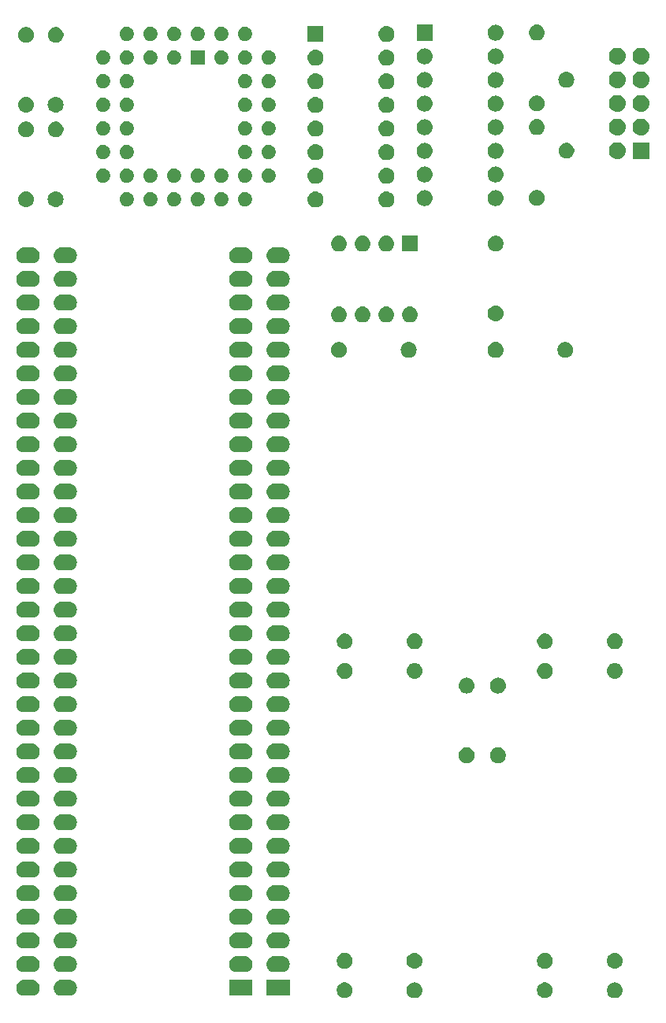
<source format=gbs>
G04 #@! TF.GenerationSoftware,KiCad,Pcbnew,(5.1.2-1)-1*
G04 #@! TF.CreationDate,2019-11-02T17:06:47+00:00*
G04 #@! TF.ProjectId,A500 FastRAM,41353030-2046-4617-9374-52414d2e6b69,rev?*
G04 #@! TF.SameCoordinates,Original*
G04 #@! TF.FileFunction,Soldermask,Bot*
G04 #@! TF.FilePolarity,Negative*
%FSLAX46Y46*%
G04 Gerber Fmt 4.6, Leading zero omitted, Abs format (unit mm)*
G04 Created by KiCad (PCBNEW (5.1.2-1)-1) date 2019-11-02 17:06:47*
%MOMM*%
%LPD*%
G04 APERTURE LIST*
%ADD10C,0.100000*%
G04 APERTURE END LIST*
D10*
G36*
X143327823Y-126419313D02*
G01*
X143488242Y-126467976D01*
X143555361Y-126503852D01*
X143636078Y-126546996D01*
X143765659Y-126653341D01*
X143872004Y-126782922D01*
X143872005Y-126782924D01*
X143951024Y-126930758D01*
X143999687Y-127091177D01*
X144016117Y-127258000D01*
X143999687Y-127424823D01*
X143951024Y-127585242D01*
X143910477Y-127661100D01*
X143872004Y-127733078D01*
X143765659Y-127862659D01*
X143636078Y-127969004D01*
X143636076Y-127969005D01*
X143488242Y-128048024D01*
X143327823Y-128096687D01*
X143202804Y-128109000D01*
X143119196Y-128109000D01*
X142994177Y-128096687D01*
X142833758Y-128048024D01*
X142685924Y-127969005D01*
X142685922Y-127969004D01*
X142556341Y-127862659D01*
X142449996Y-127733078D01*
X142411523Y-127661100D01*
X142370976Y-127585242D01*
X142322313Y-127424823D01*
X142305883Y-127258000D01*
X142322313Y-127091177D01*
X142370976Y-126930758D01*
X142449995Y-126782924D01*
X142449996Y-126782922D01*
X142556341Y-126653341D01*
X142685922Y-126546996D01*
X142766639Y-126503852D01*
X142833758Y-126467976D01*
X142994177Y-126419313D01*
X143119196Y-126407000D01*
X143202804Y-126407000D01*
X143327823Y-126419313D01*
X143327823Y-126419313D01*
G37*
G36*
X135909228Y-126439703D02*
G01*
X136064100Y-126503853D01*
X136203481Y-126596985D01*
X136322015Y-126715519D01*
X136415147Y-126854900D01*
X136479297Y-127009772D01*
X136512000Y-127174184D01*
X136512000Y-127341816D01*
X136479297Y-127506228D01*
X136415147Y-127661100D01*
X136322015Y-127800481D01*
X136203481Y-127919015D01*
X136064100Y-128012147D01*
X135909228Y-128076297D01*
X135744816Y-128109000D01*
X135577184Y-128109000D01*
X135412772Y-128076297D01*
X135257900Y-128012147D01*
X135118519Y-127919015D01*
X134999985Y-127800481D01*
X134906853Y-127661100D01*
X134842703Y-127506228D01*
X134810000Y-127341816D01*
X134810000Y-127174184D01*
X134842703Y-127009772D01*
X134906853Y-126854900D01*
X134999985Y-126715519D01*
X135118519Y-126596985D01*
X135257900Y-126503853D01*
X135412772Y-126439703D01*
X135577184Y-126407000D01*
X135744816Y-126407000D01*
X135909228Y-126439703D01*
X135909228Y-126439703D01*
G37*
G36*
X121817823Y-126419313D02*
G01*
X121978242Y-126467976D01*
X122045361Y-126503852D01*
X122126078Y-126546996D01*
X122255659Y-126653341D01*
X122362004Y-126782922D01*
X122362005Y-126782924D01*
X122441024Y-126930758D01*
X122489687Y-127091177D01*
X122506117Y-127258000D01*
X122489687Y-127424823D01*
X122441024Y-127585242D01*
X122400477Y-127661100D01*
X122362004Y-127733078D01*
X122255659Y-127862659D01*
X122126078Y-127969004D01*
X122126076Y-127969005D01*
X121978242Y-128048024D01*
X121817823Y-128096687D01*
X121692804Y-128109000D01*
X121609196Y-128109000D01*
X121484177Y-128096687D01*
X121323758Y-128048024D01*
X121175924Y-127969005D01*
X121175922Y-127969004D01*
X121046341Y-127862659D01*
X120939996Y-127733078D01*
X120901523Y-127661100D01*
X120860976Y-127585242D01*
X120812313Y-127424823D01*
X120795883Y-127258000D01*
X120812313Y-127091177D01*
X120860976Y-126930758D01*
X120939995Y-126782924D01*
X120939996Y-126782922D01*
X121046341Y-126653341D01*
X121175922Y-126546996D01*
X121256639Y-126503852D01*
X121323758Y-126467976D01*
X121484177Y-126419313D01*
X121609196Y-126407000D01*
X121692804Y-126407000D01*
X121817823Y-126419313D01*
X121817823Y-126419313D01*
G37*
G36*
X114399228Y-126439703D02*
G01*
X114554100Y-126503853D01*
X114693481Y-126596985D01*
X114812015Y-126715519D01*
X114905147Y-126854900D01*
X114969297Y-127009772D01*
X115002000Y-127174184D01*
X115002000Y-127341816D01*
X114969297Y-127506228D01*
X114905147Y-127661100D01*
X114812015Y-127800481D01*
X114693481Y-127919015D01*
X114554100Y-128012147D01*
X114399228Y-128076297D01*
X114234816Y-128109000D01*
X114067184Y-128109000D01*
X113902772Y-128076297D01*
X113747900Y-128012147D01*
X113608519Y-127919015D01*
X113489985Y-127800481D01*
X113396853Y-127661100D01*
X113332703Y-127506228D01*
X113300000Y-127341816D01*
X113300000Y-127174184D01*
X113332703Y-127009772D01*
X113396853Y-126854900D01*
X113489985Y-126715519D01*
X113608519Y-126596985D01*
X113747900Y-126503853D01*
X113902772Y-126439703D01*
X114067184Y-126407000D01*
X114234816Y-126407000D01*
X114399228Y-126439703D01*
X114399228Y-126439703D01*
G37*
G36*
X84706823Y-126161313D02*
G01*
X84867242Y-126209976D01*
X84999906Y-126280886D01*
X85015078Y-126288996D01*
X85144659Y-126395341D01*
X85251004Y-126524922D01*
X85251005Y-126524924D01*
X85330024Y-126672758D01*
X85378687Y-126833177D01*
X85395117Y-127000000D01*
X85378687Y-127166823D01*
X85330024Y-127327242D01*
X85277866Y-127424823D01*
X85251004Y-127475078D01*
X85144659Y-127604659D01*
X85015078Y-127711004D01*
X85015076Y-127711005D01*
X84867242Y-127790024D01*
X84706823Y-127838687D01*
X84581804Y-127851000D01*
X83698196Y-127851000D01*
X83573177Y-127838687D01*
X83412758Y-127790024D01*
X83264924Y-127711005D01*
X83264922Y-127711004D01*
X83135341Y-127604659D01*
X83028996Y-127475078D01*
X83002134Y-127424823D01*
X82949976Y-127327242D01*
X82901313Y-127166823D01*
X82884883Y-127000000D01*
X82901313Y-126833177D01*
X82949976Y-126672758D01*
X83028995Y-126524924D01*
X83028996Y-126524922D01*
X83135341Y-126395341D01*
X83264922Y-126288996D01*
X83280094Y-126280886D01*
X83412758Y-126209976D01*
X83573177Y-126161313D01*
X83698196Y-126149000D01*
X84581804Y-126149000D01*
X84706823Y-126161313D01*
X84706823Y-126161313D01*
G37*
G36*
X80706823Y-126161313D02*
G01*
X80867242Y-126209976D01*
X80999906Y-126280886D01*
X81015078Y-126288996D01*
X81144659Y-126395341D01*
X81251004Y-126524922D01*
X81251005Y-126524924D01*
X81330024Y-126672758D01*
X81378687Y-126833177D01*
X81395117Y-127000000D01*
X81378687Y-127166823D01*
X81330024Y-127327242D01*
X81277866Y-127424823D01*
X81251004Y-127475078D01*
X81144659Y-127604659D01*
X81015078Y-127711004D01*
X81015076Y-127711005D01*
X80867242Y-127790024D01*
X80706823Y-127838687D01*
X80581804Y-127851000D01*
X79698196Y-127851000D01*
X79573177Y-127838687D01*
X79412758Y-127790024D01*
X79264924Y-127711005D01*
X79264922Y-127711004D01*
X79135341Y-127604659D01*
X79028996Y-127475078D01*
X79002134Y-127424823D01*
X78949976Y-127327242D01*
X78901313Y-127166823D01*
X78884883Y-127000000D01*
X78901313Y-126833177D01*
X78949976Y-126672758D01*
X79028995Y-126524924D01*
X79028996Y-126524922D01*
X79135341Y-126395341D01*
X79264922Y-126288996D01*
X79280094Y-126280886D01*
X79412758Y-126209976D01*
X79573177Y-126161313D01*
X79698196Y-126149000D01*
X80581804Y-126149000D01*
X80706823Y-126161313D01*
X80706823Y-126161313D01*
G37*
G36*
X108251000Y-127851000D02*
G01*
X105749000Y-127851000D01*
X105749000Y-126149000D01*
X108251000Y-126149000D01*
X108251000Y-127851000D01*
X108251000Y-127851000D01*
G37*
G36*
X104251000Y-127851000D02*
G01*
X101749000Y-127851000D01*
X101749000Y-126149000D01*
X104251000Y-126149000D01*
X104251000Y-127851000D01*
X104251000Y-127851000D01*
G37*
G36*
X103566823Y-123621313D02*
G01*
X103727242Y-123669976D01*
X103859906Y-123740886D01*
X103875078Y-123748996D01*
X104004659Y-123855341D01*
X104111004Y-123984922D01*
X104111005Y-123984924D01*
X104190024Y-124132758D01*
X104238687Y-124293177D01*
X104255117Y-124460000D01*
X104238687Y-124626823D01*
X104190024Y-124787242D01*
X104144172Y-124873025D01*
X104111004Y-124935078D01*
X104004659Y-125064659D01*
X103875078Y-125171004D01*
X103875076Y-125171005D01*
X103727242Y-125250024D01*
X103566823Y-125298687D01*
X103441804Y-125311000D01*
X102558196Y-125311000D01*
X102433177Y-125298687D01*
X102272758Y-125250024D01*
X102124924Y-125171005D01*
X102124922Y-125171004D01*
X101995341Y-125064659D01*
X101888996Y-124935078D01*
X101855828Y-124873025D01*
X101809976Y-124787242D01*
X101761313Y-124626823D01*
X101744883Y-124460000D01*
X101761313Y-124293177D01*
X101809976Y-124132758D01*
X101888995Y-123984924D01*
X101888996Y-123984922D01*
X101995341Y-123855341D01*
X102124922Y-123748996D01*
X102140094Y-123740886D01*
X102272758Y-123669976D01*
X102433177Y-123621313D01*
X102558196Y-123609000D01*
X103441804Y-123609000D01*
X103566823Y-123621313D01*
X103566823Y-123621313D01*
G37*
G36*
X84706823Y-123621313D02*
G01*
X84867242Y-123669976D01*
X84999906Y-123740886D01*
X85015078Y-123748996D01*
X85144659Y-123855341D01*
X85251004Y-123984922D01*
X85251005Y-123984924D01*
X85330024Y-124132758D01*
X85378687Y-124293177D01*
X85395117Y-124460000D01*
X85378687Y-124626823D01*
X85330024Y-124787242D01*
X85284172Y-124873025D01*
X85251004Y-124935078D01*
X85144659Y-125064659D01*
X85015078Y-125171004D01*
X85015076Y-125171005D01*
X84867242Y-125250024D01*
X84706823Y-125298687D01*
X84581804Y-125311000D01*
X83698196Y-125311000D01*
X83573177Y-125298687D01*
X83412758Y-125250024D01*
X83264924Y-125171005D01*
X83264922Y-125171004D01*
X83135341Y-125064659D01*
X83028996Y-124935078D01*
X82995828Y-124873025D01*
X82949976Y-124787242D01*
X82901313Y-124626823D01*
X82884883Y-124460000D01*
X82901313Y-124293177D01*
X82949976Y-124132758D01*
X83028995Y-123984924D01*
X83028996Y-123984922D01*
X83135341Y-123855341D01*
X83264922Y-123748996D01*
X83280094Y-123740886D01*
X83412758Y-123669976D01*
X83573177Y-123621313D01*
X83698196Y-123609000D01*
X84581804Y-123609000D01*
X84706823Y-123621313D01*
X84706823Y-123621313D01*
G37*
G36*
X80706823Y-123621313D02*
G01*
X80867242Y-123669976D01*
X80999906Y-123740886D01*
X81015078Y-123748996D01*
X81144659Y-123855341D01*
X81251004Y-123984922D01*
X81251005Y-123984924D01*
X81330024Y-124132758D01*
X81378687Y-124293177D01*
X81395117Y-124460000D01*
X81378687Y-124626823D01*
X81330024Y-124787242D01*
X81284172Y-124873025D01*
X81251004Y-124935078D01*
X81144659Y-125064659D01*
X81015078Y-125171004D01*
X81015076Y-125171005D01*
X80867242Y-125250024D01*
X80706823Y-125298687D01*
X80581804Y-125311000D01*
X79698196Y-125311000D01*
X79573177Y-125298687D01*
X79412758Y-125250024D01*
X79264924Y-125171005D01*
X79264922Y-125171004D01*
X79135341Y-125064659D01*
X79028996Y-124935078D01*
X78995828Y-124873025D01*
X78949976Y-124787242D01*
X78901313Y-124626823D01*
X78884883Y-124460000D01*
X78901313Y-124293177D01*
X78949976Y-124132758D01*
X79028995Y-123984924D01*
X79028996Y-123984922D01*
X79135341Y-123855341D01*
X79264922Y-123748996D01*
X79280094Y-123740886D01*
X79412758Y-123669976D01*
X79573177Y-123621313D01*
X79698196Y-123609000D01*
X80581804Y-123609000D01*
X80706823Y-123621313D01*
X80706823Y-123621313D01*
G37*
G36*
X107566823Y-123621313D02*
G01*
X107727242Y-123669976D01*
X107859906Y-123740886D01*
X107875078Y-123748996D01*
X108004659Y-123855341D01*
X108111004Y-123984922D01*
X108111005Y-123984924D01*
X108190024Y-124132758D01*
X108238687Y-124293177D01*
X108255117Y-124460000D01*
X108238687Y-124626823D01*
X108190024Y-124787242D01*
X108144172Y-124873025D01*
X108111004Y-124935078D01*
X108004659Y-125064659D01*
X107875078Y-125171004D01*
X107875076Y-125171005D01*
X107727242Y-125250024D01*
X107566823Y-125298687D01*
X107441804Y-125311000D01*
X106558196Y-125311000D01*
X106433177Y-125298687D01*
X106272758Y-125250024D01*
X106124924Y-125171005D01*
X106124922Y-125171004D01*
X105995341Y-125064659D01*
X105888996Y-124935078D01*
X105855828Y-124873025D01*
X105809976Y-124787242D01*
X105761313Y-124626823D01*
X105744883Y-124460000D01*
X105761313Y-124293177D01*
X105809976Y-124132758D01*
X105888995Y-123984924D01*
X105888996Y-123984922D01*
X105995341Y-123855341D01*
X106124922Y-123748996D01*
X106140094Y-123740886D01*
X106272758Y-123669976D01*
X106433177Y-123621313D01*
X106558196Y-123609000D01*
X107441804Y-123609000D01*
X107566823Y-123621313D01*
X107566823Y-123621313D01*
G37*
G36*
X143327823Y-123244313D02*
G01*
X143488242Y-123292976D01*
X143555361Y-123328852D01*
X143636078Y-123371996D01*
X143765659Y-123478341D01*
X143872004Y-123607922D01*
X143872005Y-123607924D01*
X143951024Y-123755758D01*
X143999687Y-123916177D01*
X144016117Y-124083000D01*
X143999687Y-124249823D01*
X143951024Y-124410242D01*
X143910477Y-124486100D01*
X143872004Y-124558078D01*
X143765659Y-124687659D01*
X143636078Y-124794004D01*
X143636076Y-124794005D01*
X143488242Y-124873024D01*
X143327823Y-124921687D01*
X143202804Y-124934000D01*
X143119196Y-124934000D01*
X142994177Y-124921687D01*
X142833758Y-124873024D01*
X142685924Y-124794005D01*
X142685922Y-124794004D01*
X142556341Y-124687659D01*
X142449996Y-124558078D01*
X142411523Y-124486100D01*
X142370976Y-124410242D01*
X142322313Y-124249823D01*
X142305883Y-124083000D01*
X142322313Y-123916177D01*
X142370976Y-123755758D01*
X142449995Y-123607924D01*
X142449996Y-123607922D01*
X142556341Y-123478341D01*
X142685922Y-123371996D01*
X142766639Y-123328852D01*
X142833758Y-123292976D01*
X142994177Y-123244313D01*
X143119196Y-123232000D01*
X143202804Y-123232000D01*
X143327823Y-123244313D01*
X143327823Y-123244313D01*
G37*
G36*
X135909228Y-123264703D02*
G01*
X136064100Y-123328853D01*
X136203481Y-123421985D01*
X136322015Y-123540519D01*
X136415147Y-123679900D01*
X136479297Y-123834772D01*
X136512000Y-123999184D01*
X136512000Y-124166816D01*
X136479297Y-124331228D01*
X136415147Y-124486100D01*
X136322015Y-124625481D01*
X136203481Y-124744015D01*
X136064100Y-124837147D01*
X135909228Y-124901297D01*
X135744816Y-124934000D01*
X135577184Y-124934000D01*
X135412772Y-124901297D01*
X135257900Y-124837147D01*
X135118519Y-124744015D01*
X134999985Y-124625481D01*
X134906853Y-124486100D01*
X134842703Y-124331228D01*
X134810000Y-124166816D01*
X134810000Y-123999184D01*
X134842703Y-123834772D01*
X134906853Y-123679900D01*
X134999985Y-123540519D01*
X135118519Y-123421985D01*
X135257900Y-123328853D01*
X135412772Y-123264703D01*
X135577184Y-123232000D01*
X135744816Y-123232000D01*
X135909228Y-123264703D01*
X135909228Y-123264703D01*
G37*
G36*
X121817823Y-123244313D02*
G01*
X121978242Y-123292976D01*
X122045361Y-123328852D01*
X122126078Y-123371996D01*
X122255659Y-123478341D01*
X122362004Y-123607922D01*
X122362005Y-123607924D01*
X122441024Y-123755758D01*
X122489687Y-123916177D01*
X122506117Y-124083000D01*
X122489687Y-124249823D01*
X122441024Y-124410242D01*
X122400477Y-124486100D01*
X122362004Y-124558078D01*
X122255659Y-124687659D01*
X122126078Y-124794004D01*
X122126076Y-124794005D01*
X121978242Y-124873024D01*
X121817823Y-124921687D01*
X121692804Y-124934000D01*
X121609196Y-124934000D01*
X121484177Y-124921687D01*
X121323758Y-124873024D01*
X121175924Y-124794005D01*
X121175922Y-124794004D01*
X121046341Y-124687659D01*
X120939996Y-124558078D01*
X120901523Y-124486100D01*
X120860976Y-124410242D01*
X120812313Y-124249823D01*
X120795883Y-124083000D01*
X120812313Y-123916177D01*
X120860976Y-123755758D01*
X120939995Y-123607924D01*
X120939996Y-123607922D01*
X121046341Y-123478341D01*
X121175922Y-123371996D01*
X121256639Y-123328852D01*
X121323758Y-123292976D01*
X121484177Y-123244313D01*
X121609196Y-123232000D01*
X121692804Y-123232000D01*
X121817823Y-123244313D01*
X121817823Y-123244313D01*
G37*
G36*
X114399228Y-123264703D02*
G01*
X114554100Y-123328853D01*
X114693481Y-123421985D01*
X114812015Y-123540519D01*
X114905147Y-123679900D01*
X114969297Y-123834772D01*
X115002000Y-123999184D01*
X115002000Y-124166816D01*
X114969297Y-124331228D01*
X114905147Y-124486100D01*
X114812015Y-124625481D01*
X114693481Y-124744015D01*
X114554100Y-124837147D01*
X114399228Y-124901297D01*
X114234816Y-124934000D01*
X114067184Y-124934000D01*
X113902772Y-124901297D01*
X113747900Y-124837147D01*
X113608519Y-124744015D01*
X113489985Y-124625481D01*
X113396853Y-124486100D01*
X113332703Y-124331228D01*
X113300000Y-124166816D01*
X113300000Y-123999184D01*
X113332703Y-123834772D01*
X113396853Y-123679900D01*
X113489985Y-123540519D01*
X113608519Y-123421985D01*
X113747900Y-123328853D01*
X113902772Y-123264703D01*
X114067184Y-123232000D01*
X114234816Y-123232000D01*
X114399228Y-123264703D01*
X114399228Y-123264703D01*
G37*
G36*
X103566823Y-121081313D02*
G01*
X103727242Y-121129976D01*
X103859906Y-121200886D01*
X103875078Y-121208996D01*
X104004659Y-121315341D01*
X104111004Y-121444922D01*
X104111005Y-121444924D01*
X104190024Y-121592758D01*
X104238687Y-121753177D01*
X104255117Y-121920000D01*
X104238687Y-122086823D01*
X104190024Y-122247242D01*
X104119114Y-122379906D01*
X104111004Y-122395078D01*
X104004659Y-122524659D01*
X103875078Y-122631004D01*
X103875076Y-122631005D01*
X103727242Y-122710024D01*
X103566823Y-122758687D01*
X103441804Y-122771000D01*
X102558196Y-122771000D01*
X102433177Y-122758687D01*
X102272758Y-122710024D01*
X102124924Y-122631005D01*
X102124922Y-122631004D01*
X101995341Y-122524659D01*
X101888996Y-122395078D01*
X101880886Y-122379906D01*
X101809976Y-122247242D01*
X101761313Y-122086823D01*
X101744883Y-121920000D01*
X101761313Y-121753177D01*
X101809976Y-121592758D01*
X101888995Y-121444924D01*
X101888996Y-121444922D01*
X101995341Y-121315341D01*
X102124922Y-121208996D01*
X102140094Y-121200886D01*
X102272758Y-121129976D01*
X102433177Y-121081313D01*
X102558196Y-121069000D01*
X103441804Y-121069000D01*
X103566823Y-121081313D01*
X103566823Y-121081313D01*
G37*
G36*
X84706823Y-121081313D02*
G01*
X84867242Y-121129976D01*
X84999906Y-121200886D01*
X85015078Y-121208996D01*
X85144659Y-121315341D01*
X85251004Y-121444922D01*
X85251005Y-121444924D01*
X85330024Y-121592758D01*
X85378687Y-121753177D01*
X85395117Y-121920000D01*
X85378687Y-122086823D01*
X85330024Y-122247242D01*
X85259114Y-122379906D01*
X85251004Y-122395078D01*
X85144659Y-122524659D01*
X85015078Y-122631004D01*
X85015076Y-122631005D01*
X84867242Y-122710024D01*
X84706823Y-122758687D01*
X84581804Y-122771000D01*
X83698196Y-122771000D01*
X83573177Y-122758687D01*
X83412758Y-122710024D01*
X83264924Y-122631005D01*
X83264922Y-122631004D01*
X83135341Y-122524659D01*
X83028996Y-122395078D01*
X83020886Y-122379906D01*
X82949976Y-122247242D01*
X82901313Y-122086823D01*
X82884883Y-121920000D01*
X82901313Y-121753177D01*
X82949976Y-121592758D01*
X83028995Y-121444924D01*
X83028996Y-121444922D01*
X83135341Y-121315341D01*
X83264922Y-121208996D01*
X83280094Y-121200886D01*
X83412758Y-121129976D01*
X83573177Y-121081313D01*
X83698196Y-121069000D01*
X84581804Y-121069000D01*
X84706823Y-121081313D01*
X84706823Y-121081313D01*
G37*
G36*
X107566823Y-121081313D02*
G01*
X107727242Y-121129976D01*
X107859906Y-121200886D01*
X107875078Y-121208996D01*
X108004659Y-121315341D01*
X108111004Y-121444922D01*
X108111005Y-121444924D01*
X108190024Y-121592758D01*
X108238687Y-121753177D01*
X108255117Y-121920000D01*
X108238687Y-122086823D01*
X108190024Y-122247242D01*
X108119114Y-122379906D01*
X108111004Y-122395078D01*
X108004659Y-122524659D01*
X107875078Y-122631004D01*
X107875076Y-122631005D01*
X107727242Y-122710024D01*
X107566823Y-122758687D01*
X107441804Y-122771000D01*
X106558196Y-122771000D01*
X106433177Y-122758687D01*
X106272758Y-122710024D01*
X106124924Y-122631005D01*
X106124922Y-122631004D01*
X105995341Y-122524659D01*
X105888996Y-122395078D01*
X105880886Y-122379906D01*
X105809976Y-122247242D01*
X105761313Y-122086823D01*
X105744883Y-121920000D01*
X105761313Y-121753177D01*
X105809976Y-121592758D01*
X105888995Y-121444924D01*
X105888996Y-121444922D01*
X105995341Y-121315341D01*
X106124922Y-121208996D01*
X106140094Y-121200886D01*
X106272758Y-121129976D01*
X106433177Y-121081313D01*
X106558196Y-121069000D01*
X107441804Y-121069000D01*
X107566823Y-121081313D01*
X107566823Y-121081313D01*
G37*
G36*
X80706823Y-121081313D02*
G01*
X80867242Y-121129976D01*
X80999906Y-121200886D01*
X81015078Y-121208996D01*
X81144659Y-121315341D01*
X81251004Y-121444922D01*
X81251005Y-121444924D01*
X81330024Y-121592758D01*
X81378687Y-121753177D01*
X81395117Y-121920000D01*
X81378687Y-122086823D01*
X81330024Y-122247242D01*
X81259114Y-122379906D01*
X81251004Y-122395078D01*
X81144659Y-122524659D01*
X81015078Y-122631004D01*
X81015076Y-122631005D01*
X80867242Y-122710024D01*
X80706823Y-122758687D01*
X80581804Y-122771000D01*
X79698196Y-122771000D01*
X79573177Y-122758687D01*
X79412758Y-122710024D01*
X79264924Y-122631005D01*
X79264922Y-122631004D01*
X79135341Y-122524659D01*
X79028996Y-122395078D01*
X79020886Y-122379906D01*
X78949976Y-122247242D01*
X78901313Y-122086823D01*
X78884883Y-121920000D01*
X78901313Y-121753177D01*
X78949976Y-121592758D01*
X79028995Y-121444924D01*
X79028996Y-121444922D01*
X79135341Y-121315341D01*
X79264922Y-121208996D01*
X79280094Y-121200886D01*
X79412758Y-121129976D01*
X79573177Y-121081313D01*
X79698196Y-121069000D01*
X80581804Y-121069000D01*
X80706823Y-121081313D01*
X80706823Y-121081313D01*
G37*
G36*
X80706823Y-118541313D02*
G01*
X80867242Y-118589976D01*
X80999906Y-118660886D01*
X81015078Y-118668996D01*
X81144659Y-118775341D01*
X81251004Y-118904922D01*
X81251005Y-118904924D01*
X81330024Y-119052758D01*
X81378687Y-119213177D01*
X81395117Y-119380000D01*
X81378687Y-119546823D01*
X81330024Y-119707242D01*
X81259114Y-119839906D01*
X81251004Y-119855078D01*
X81144659Y-119984659D01*
X81015078Y-120091004D01*
X81015076Y-120091005D01*
X80867242Y-120170024D01*
X80706823Y-120218687D01*
X80581804Y-120231000D01*
X79698196Y-120231000D01*
X79573177Y-120218687D01*
X79412758Y-120170024D01*
X79264924Y-120091005D01*
X79264922Y-120091004D01*
X79135341Y-119984659D01*
X79028996Y-119855078D01*
X79020886Y-119839906D01*
X78949976Y-119707242D01*
X78901313Y-119546823D01*
X78884883Y-119380000D01*
X78901313Y-119213177D01*
X78949976Y-119052758D01*
X79028995Y-118904924D01*
X79028996Y-118904922D01*
X79135341Y-118775341D01*
X79264922Y-118668996D01*
X79280094Y-118660886D01*
X79412758Y-118589976D01*
X79573177Y-118541313D01*
X79698196Y-118529000D01*
X80581804Y-118529000D01*
X80706823Y-118541313D01*
X80706823Y-118541313D01*
G37*
G36*
X103566823Y-118541313D02*
G01*
X103727242Y-118589976D01*
X103859906Y-118660886D01*
X103875078Y-118668996D01*
X104004659Y-118775341D01*
X104111004Y-118904922D01*
X104111005Y-118904924D01*
X104190024Y-119052758D01*
X104238687Y-119213177D01*
X104255117Y-119380000D01*
X104238687Y-119546823D01*
X104190024Y-119707242D01*
X104119114Y-119839906D01*
X104111004Y-119855078D01*
X104004659Y-119984659D01*
X103875078Y-120091004D01*
X103875076Y-120091005D01*
X103727242Y-120170024D01*
X103566823Y-120218687D01*
X103441804Y-120231000D01*
X102558196Y-120231000D01*
X102433177Y-120218687D01*
X102272758Y-120170024D01*
X102124924Y-120091005D01*
X102124922Y-120091004D01*
X101995341Y-119984659D01*
X101888996Y-119855078D01*
X101880886Y-119839906D01*
X101809976Y-119707242D01*
X101761313Y-119546823D01*
X101744883Y-119380000D01*
X101761313Y-119213177D01*
X101809976Y-119052758D01*
X101888995Y-118904924D01*
X101888996Y-118904922D01*
X101995341Y-118775341D01*
X102124922Y-118668996D01*
X102140094Y-118660886D01*
X102272758Y-118589976D01*
X102433177Y-118541313D01*
X102558196Y-118529000D01*
X103441804Y-118529000D01*
X103566823Y-118541313D01*
X103566823Y-118541313D01*
G37*
G36*
X107566823Y-118541313D02*
G01*
X107727242Y-118589976D01*
X107859906Y-118660886D01*
X107875078Y-118668996D01*
X108004659Y-118775341D01*
X108111004Y-118904922D01*
X108111005Y-118904924D01*
X108190024Y-119052758D01*
X108238687Y-119213177D01*
X108255117Y-119380000D01*
X108238687Y-119546823D01*
X108190024Y-119707242D01*
X108119114Y-119839906D01*
X108111004Y-119855078D01*
X108004659Y-119984659D01*
X107875078Y-120091004D01*
X107875076Y-120091005D01*
X107727242Y-120170024D01*
X107566823Y-120218687D01*
X107441804Y-120231000D01*
X106558196Y-120231000D01*
X106433177Y-120218687D01*
X106272758Y-120170024D01*
X106124924Y-120091005D01*
X106124922Y-120091004D01*
X105995341Y-119984659D01*
X105888996Y-119855078D01*
X105880886Y-119839906D01*
X105809976Y-119707242D01*
X105761313Y-119546823D01*
X105744883Y-119380000D01*
X105761313Y-119213177D01*
X105809976Y-119052758D01*
X105888995Y-118904924D01*
X105888996Y-118904922D01*
X105995341Y-118775341D01*
X106124922Y-118668996D01*
X106140094Y-118660886D01*
X106272758Y-118589976D01*
X106433177Y-118541313D01*
X106558196Y-118529000D01*
X107441804Y-118529000D01*
X107566823Y-118541313D01*
X107566823Y-118541313D01*
G37*
G36*
X84706823Y-118541313D02*
G01*
X84867242Y-118589976D01*
X84999906Y-118660886D01*
X85015078Y-118668996D01*
X85144659Y-118775341D01*
X85251004Y-118904922D01*
X85251005Y-118904924D01*
X85330024Y-119052758D01*
X85378687Y-119213177D01*
X85395117Y-119380000D01*
X85378687Y-119546823D01*
X85330024Y-119707242D01*
X85259114Y-119839906D01*
X85251004Y-119855078D01*
X85144659Y-119984659D01*
X85015078Y-120091004D01*
X85015076Y-120091005D01*
X84867242Y-120170024D01*
X84706823Y-120218687D01*
X84581804Y-120231000D01*
X83698196Y-120231000D01*
X83573177Y-120218687D01*
X83412758Y-120170024D01*
X83264924Y-120091005D01*
X83264922Y-120091004D01*
X83135341Y-119984659D01*
X83028996Y-119855078D01*
X83020886Y-119839906D01*
X82949976Y-119707242D01*
X82901313Y-119546823D01*
X82884883Y-119380000D01*
X82901313Y-119213177D01*
X82949976Y-119052758D01*
X83028995Y-118904924D01*
X83028996Y-118904922D01*
X83135341Y-118775341D01*
X83264922Y-118668996D01*
X83280094Y-118660886D01*
X83412758Y-118589976D01*
X83573177Y-118541313D01*
X83698196Y-118529000D01*
X84581804Y-118529000D01*
X84706823Y-118541313D01*
X84706823Y-118541313D01*
G37*
G36*
X103566823Y-116001313D02*
G01*
X103727242Y-116049976D01*
X103859906Y-116120886D01*
X103875078Y-116128996D01*
X104004659Y-116235341D01*
X104111004Y-116364922D01*
X104111005Y-116364924D01*
X104190024Y-116512758D01*
X104238687Y-116673177D01*
X104255117Y-116840000D01*
X104238687Y-117006823D01*
X104190024Y-117167242D01*
X104119114Y-117299906D01*
X104111004Y-117315078D01*
X104004659Y-117444659D01*
X103875078Y-117551004D01*
X103875076Y-117551005D01*
X103727242Y-117630024D01*
X103566823Y-117678687D01*
X103441804Y-117691000D01*
X102558196Y-117691000D01*
X102433177Y-117678687D01*
X102272758Y-117630024D01*
X102124924Y-117551005D01*
X102124922Y-117551004D01*
X101995341Y-117444659D01*
X101888996Y-117315078D01*
X101880886Y-117299906D01*
X101809976Y-117167242D01*
X101761313Y-117006823D01*
X101744883Y-116840000D01*
X101761313Y-116673177D01*
X101809976Y-116512758D01*
X101888995Y-116364924D01*
X101888996Y-116364922D01*
X101995341Y-116235341D01*
X102124922Y-116128996D01*
X102140094Y-116120886D01*
X102272758Y-116049976D01*
X102433177Y-116001313D01*
X102558196Y-115989000D01*
X103441804Y-115989000D01*
X103566823Y-116001313D01*
X103566823Y-116001313D01*
G37*
G36*
X80706823Y-116001313D02*
G01*
X80867242Y-116049976D01*
X80999906Y-116120886D01*
X81015078Y-116128996D01*
X81144659Y-116235341D01*
X81251004Y-116364922D01*
X81251005Y-116364924D01*
X81330024Y-116512758D01*
X81378687Y-116673177D01*
X81395117Y-116840000D01*
X81378687Y-117006823D01*
X81330024Y-117167242D01*
X81259114Y-117299906D01*
X81251004Y-117315078D01*
X81144659Y-117444659D01*
X81015078Y-117551004D01*
X81015076Y-117551005D01*
X80867242Y-117630024D01*
X80706823Y-117678687D01*
X80581804Y-117691000D01*
X79698196Y-117691000D01*
X79573177Y-117678687D01*
X79412758Y-117630024D01*
X79264924Y-117551005D01*
X79264922Y-117551004D01*
X79135341Y-117444659D01*
X79028996Y-117315078D01*
X79020886Y-117299906D01*
X78949976Y-117167242D01*
X78901313Y-117006823D01*
X78884883Y-116840000D01*
X78901313Y-116673177D01*
X78949976Y-116512758D01*
X79028995Y-116364924D01*
X79028996Y-116364922D01*
X79135341Y-116235341D01*
X79264922Y-116128996D01*
X79280094Y-116120886D01*
X79412758Y-116049976D01*
X79573177Y-116001313D01*
X79698196Y-115989000D01*
X80581804Y-115989000D01*
X80706823Y-116001313D01*
X80706823Y-116001313D01*
G37*
G36*
X84706823Y-116001313D02*
G01*
X84867242Y-116049976D01*
X84999906Y-116120886D01*
X85015078Y-116128996D01*
X85144659Y-116235341D01*
X85251004Y-116364922D01*
X85251005Y-116364924D01*
X85330024Y-116512758D01*
X85378687Y-116673177D01*
X85395117Y-116840000D01*
X85378687Y-117006823D01*
X85330024Y-117167242D01*
X85259114Y-117299906D01*
X85251004Y-117315078D01*
X85144659Y-117444659D01*
X85015078Y-117551004D01*
X85015076Y-117551005D01*
X84867242Y-117630024D01*
X84706823Y-117678687D01*
X84581804Y-117691000D01*
X83698196Y-117691000D01*
X83573177Y-117678687D01*
X83412758Y-117630024D01*
X83264924Y-117551005D01*
X83264922Y-117551004D01*
X83135341Y-117444659D01*
X83028996Y-117315078D01*
X83020886Y-117299906D01*
X82949976Y-117167242D01*
X82901313Y-117006823D01*
X82884883Y-116840000D01*
X82901313Y-116673177D01*
X82949976Y-116512758D01*
X83028995Y-116364924D01*
X83028996Y-116364922D01*
X83135341Y-116235341D01*
X83264922Y-116128996D01*
X83280094Y-116120886D01*
X83412758Y-116049976D01*
X83573177Y-116001313D01*
X83698196Y-115989000D01*
X84581804Y-115989000D01*
X84706823Y-116001313D01*
X84706823Y-116001313D01*
G37*
G36*
X107566823Y-116001313D02*
G01*
X107727242Y-116049976D01*
X107859906Y-116120886D01*
X107875078Y-116128996D01*
X108004659Y-116235341D01*
X108111004Y-116364922D01*
X108111005Y-116364924D01*
X108190024Y-116512758D01*
X108238687Y-116673177D01*
X108255117Y-116840000D01*
X108238687Y-117006823D01*
X108190024Y-117167242D01*
X108119114Y-117299906D01*
X108111004Y-117315078D01*
X108004659Y-117444659D01*
X107875078Y-117551004D01*
X107875076Y-117551005D01*
X107727242Y-117630024D01*
X107566823Y-117678687D01*
X107441804Y-117691000D01*
X106558196Y-117691000D01*
X106433177Y-117678687D01*
X106272758Y-117630024D01*
X106124924Y-117551005D01*
X106124922Y-117551004D01*
X105995341Y-117444659D01*
X105888996Y-117315078D01*
X105880886Y-117299906D01*
X105809976Y-117167242D01*
X105761313Y-117006823D01*
X105744883Y-116840000D01*
X105761313Y-116673177D01*
X105809976Y-116512758D01*
X105888995Y-116364924D01*
X105888996Y-116364922D01*
X105995341Y-116235341D01*
X106124922Y-116128996D01*
X106140094Y-116120886D01*
X106272758Y-116049976D01*
X106433177Y-116001313D01*
X106558196Y-115989000D01*
X107441804Y-115989000D01*
X107566823Y-116001313D01*
X107566823Y-116001313D01*
G37*
G36*
X103566823Y-113461313D02*
G01*
X103727242Y-113509976D01*
X103859906Y-113580886D01*
X103875078Y-113588996D01*
X104004659Y-113695341D01*
X104111004Y-113824922D01*
X104111005Y-113824924D01*
X104190024Y-113972758D01*
X104238687Y-114133177D01*
X104255117Y-114300000D01*
X104238687Y-114466823D01*
X104190024Y-114627242D01*
X104119114Y-114759906D01*
X104111004Y-114775078D01*
X104004659Y-114904659D01*
X103875078Y-115011004D01*
X103875076Y-115011005D01*
X103727242Y-115090024D01*
X103566823Y-115138687D01*
X103441804Y-115151000D01*
X102558196Y-115151000D01*
X102433177Y-115138687D01*
X102272758Y-115090024D01*
X102124924Y-115011005D01*
X102124922Y-115011004D01*
X101995341Y-114904659D01*
X101888996Y-114775078D01*
X101880886Y-114759906D01*
X101809976Y-114627242D01*
X101761313Y-114466823D01*
X101744883Y-114300000D01*
X101761313Y-114133177D01*
X101809976Y-113972758D01*
X101888995Y-113824924D01*
X101888996Y-113824922D01*
X101995341Y-113695341D01*
X102124922Y-113588996D01*
X102140094Y-113580886D01*
X102272758Y-113509976D01*
X102433177Y-113461313D01*
X102558196Y-113449000D01*
X103441804Y-113449000D01*
X103566823Y-113461313D01*
X103566823Y-113461313D01*
G37*
G36*
X84706823Y-113461313D02*
G01*
X84867242Y-113509976D01*
X84999906Y-113580886D01*
X85015078Y-113588996D01*
X85144659Y-113695341D01*
X85251004Y-113824922D01*
X85251005Y-113824924D01*
X85330024Y-113972758D01*
X85378687Y-114133177D01*
X85395117Y-114300000D01*
X85378687Y-114466823D01*
X85330024Y-114627242D01*
X85259114Y-114759906D01*
X85251004Y-114775078D01*
X85144659Y-114904659D01*
X85015078Y-115011004D01*
X85015076Y-115011005D01*
X84867242Y-115090024D01*
X84706823Y-115138687D01*
X84581804Y-115151000D01*
X83698196Y-115151000D01*
X83573177Y-115138687D01*
X83412758Y-115090024D01*
X83264924Y-115011005D01*
X83264922Y-115011004D01*
X83135341Y-114904659D01*
X83028996Y-114775078D01*
X83020886Y-114759906D01*
X82949976Y-114627242D01*
X82901313Y-114466823D01*
X82884883Y-114300000D01*
X82901313Y-114133177D01*
X82949976Y-113972758D01*
X83028995Y-113824924D01*
X83028996Y-113824922D01*
X83135341Y-113695341D01*
X83264922Y-113588996D01*
X83280094Y-113580886D01*
X83412758Y-113509976D01*
X83573177Y-113461313D01*
X83698196Y-113449000D01*
X84581804Y-113449000D01*
X84706823Y-113461313D01*
X84706823Y-113461313D01*
G37*
G36*
X107566823Y-113461313D02*
G01*
X107727242Y-113509976D01*
X107859906Y-113580886D01*
X107875078Y-113588996D01*
X108004659Y-113695341D01*
X108111004Y-113824922D01*
X108111005Y-113824924D01*
X108190024Y-113972758D01*
X108238687Y-114133177D01*
X108255117Y-114300000D01*
X108238687Y-114466823D01*
X108190024Y-114627242D01*
X108119114Y-114759906D01*
X108111004Y-114775078D01*
X108004659Y-114904659D01*
X107875078Y-115011004D01*
X107875076Y-115011005D01*
X107727242Y-115090024D01*
X107566823Y-115138687D01*
X107441804Y-115151000D01*
X106558196Y-115151000D01*
X106433177Y-115138687D01*
X106272758Y-115090024D01*
X106124924Y-115011005D01*
X106124922Y-115011004D01*
X105995341Y-114904659D01*
X105888996Y-114775078D01*
X105880886Y-114759906D01*
X105809976Y-114627242D01*
X105761313Y-114466823D01*
X105744883Y-114300000D01*
X105761313Y-114133177D01*
X105809976Y-113972758D01*
X105888995Y-113824924D01*
X105888996Y-113824922D01*
X105995341Y-113695341D01*
X106124922Y-113588996D01*
X106140094Y-113580886D01*
X106272758Y-113509976D01*
X106433177Y-113461313D01*
X106558196Y-113449000D01*
X107441804Y-113449000D01*
X107566823Y-113461313D01*
X107566823Y-113461313D01*
G37*
G36*
X80706823Y-113461313D02*
G01*
X80867242Y-113509976D01*
X80999906Y-113580886D01*
X81015078Y-113588996D01*
X81144659Y-113695341D01*
X81251004Y-113824922D01*
X81251005Y-113824924D01*
X81330024Y-113972758D01*
X81378687Y-114133177D01*
X81395117Y-114300000D01*
X81378687Y-114466823D01*
X81330024Y-114627242D01*
X81259114Y-114759906D01*
X81251004Y-114775078D01*
X81144659Y-114904659D01*
X81015078Y-115011004D01*
X81015076Y-115011005D01*
X80867242Y-115090024D01*
X80706823Y-115138687D01*
X80581804Y-115151000D01*
X79698196Y-115151000D01*
X79573177Y-115138687D01*
X79412758Y-115090024D01*
X79264924Y-115011005D01*
X79264922Y-115011004D01*
X79135341Y-114904659D01*
X79028996Y-114775078D01*
X79020886Y-114759906D01*
X78949976Y-114627242D01*
X78901313Y-114466823D01*
X78884883Y-114300000D01*
X78901313Y-114133177D01*
X78949976Y-113972758D01*
X79028995Y-113824924D01*
X79028996Y-113824922D01*
X79135341Y-113695341D01*
X79264922Y-113588996D01*
X79280094Y-113580886D01*
X79412758Y-113509976D01*
X79573177Y-113461313D01*
X79698196Y-113449000D01*
X80581804Y-113449000D01*
X80706823Y-113461313D01*
X80706823Y-113461313D01*
G37*
G36*
X103566823Y-110921313D02*
G01*
X103727242Y-110969976D01*
X103859906Y-111040886D01*
X103875078Y-111048996D01*
X104004659Y-111155341D01*
X104111004Y-111284922D01*
X104111005Y-111284924D01*
X104190024Y-111432758D01*
X104238687Y-111593177D01*
X104255117Y-111760000D01*
X104238687Y-111926823D01*
X104190024Y-112087242D01*
X104119114Y-112219906D01*
X104111004Y-112235078D01*
X104004659Y-112364659D01*
X103875078Y-112471004D01*
X103875076Y-112471005D01*
X103727242Y-112550024D01*
X103566823Y-112598687D01*
X103441804Y-112611000D01*
X102558196Y-112611000D01*
X102433177Y-112598687D01*
X102272758Y-112550024D01*
X102124924Y-112471005D01*
X102124922Y-112471004D01*
X101995341Y-112364659D01*
X101888996Y-112235078D01*
X101880886Y-112219906D01*
X101809976Y-112087242D01*
X101761313Y-111926823D01*
X101744883Y-111760000D01*
X101761313Y-111593177D01*
X101809976Y-111432758D01*
X101888995Y-111284924D01*
X101888996Y-111284922D01*
X101995341Y-111155341D01*
X102124922Y-111048996D01*
X102140094Y-111040886D01*
X102272758Y-110969976D01*
X102433177Y-110921313D01*
X102558196Y-110909000D01*
X103441804Y-110909000D01*
X103566823Y-110921313D01*
X103566823Y-110921313D01*
G37*
G36*
X80706823Y-110921313D02*
G01*
X80867242Y-110969976D01*
X80999906Y-111040886D01*
X81015078Y-111048996D01*
X81144659Y-111155341D01*
X81251004Y-111284922D01*
X81251005Y-111284924D01*
X81330024Y-111432758D01*
X81378687Y-111593177D01*
X81395117Y-111760000D01*
X81378687Y-111926823D01*
X81330024Y-112087242D01*
X81259114Y-112219906D01*
X81251004Y-112235078D01*
X81144659Y-112364659D01*
X81015078Y-112471004D01*
X81015076Y-112471005D01*
X80867242Y-112550024D01*
X80706823Y-112598687D01*
X80581804Y-112611000D01*
X79698196Y-112611000D01*
X79573177Y-112598687D01*
X79412758Y-112550024D01*
X79264924Y-112471005D01*
X79264922Y-112471004D01*
X79135341Y-112364659D01*
X79028996Y-112235078D01*
X79020886Y-112219906D01*
X78949976Y-112087242D01*
X78901313Y-111926823D01*
X78884883Y-111760000D01*
X78901313Y-111593177D01*
X78949976Y-111432758D01*
X79028995Y-111284924D01*
X79028996Y-111284922D01*
X79135341Y-111155341D01*
X79264922Y-111048996D01*
X79280094Y-111040886D01*
X79412758Y-110969976D01*
X79573177Y-110921313D01*
X79698196Y-110909000D01*
X80581804Y-110909000D01*
X80706823Y-110921313D01*
X80706823Y-110921313D01*
G37*
G36*
X84706823Y-110921313D02*
G01*
X84867242Y-110969976D01*
X84999906Y-111040886D01*
X85015078Y-111048996D01*
X85144659Y-111155341D01*
X85251004Y-111284922D01*
X85251005Y-111284924D01*
X85330024Y-111432758D01*
X85378687Y-111593177D01*
X85395117Y-111760000D01*
X85378687Y-111926823D01*
X85330024Y-112087242D01*
X85259114Y-112219906D01*
X85251004Y-112235078D01*
X85144659Y-112364659D01*
X85015078Y-112471004D01*
X85015076Y-112471005D01*
X84867242Y-112550024D01*
X84706823Y-112598687D01*
X84581804Y-112611000D01*
X83698196Y-112611000D01*
X83573177Y-112598687D01*
X83412758Y-112550024D01*
X83264924Y-112471005D01*
X83264922Y-112471004D01*
X83135341Y-112364659D01*
X83028996Y-112235078D01*
X83020886Y-112219906D01*
X82949976Y-112087242D01*
X82901313Y-111926823D01*
X82884883Y-111760000D01*
X82901313Y-111593177D01*
X82949976Y-111432758D01*
X83028995Y-111284924D01*
X83028996Y-111284922D01*
X83135341Y-111155341D01*
X83264922Y-111048996D01*
X83280094Y-111040886D01*
X83412758Y-110969976D01*
X83573177Y-110921313D01*
X83698196Y-110909000D01*
X84581804Y-110909000D01*
X84706823Y-110921313D01*
X84706823Y-110921313D01*
G37*
G36*
X107566823Y-110921313D02*
G01*
X107727242Y-110969976D01*
X107859906Y-111040886D01*
X107875078Y-111048996D01*
X108004659Y-111155341D01*
X108111004Y-111284922D01*
X108111005Y-111284924D01*
X108190024Y-111432758D01*
X108238687Y-111593177D01*
X108255117Y-111760000D01*
X108238687Y-111926823D01*
X108190024Y-112087242D01*
X108119114Y-112219906D01*
X108111004Y-112235078D01*
X108004659Y-112364659D01*
X107875078Y-112471004D01*
X107875076Y-112471005D01*
X107727242Y-112550024D01*
X107566823Y-112598687D01*
X107441804Y-112611000D01*
X106558196Y-112611000D01*
X106433177Y-112598687D01*
X106272758Y-112550024D01*
X106124924Y-112471005D01*
X106124922Y-112471004D01*
X105995341Y-112364659D01*
X105888996Y-112235078D01*
X105880886Y-112219906D01*
X105809976Y-112087242D01*
X105761313Y-111926823D01*
X105744883Y-111760000D01*
X105761313Y-111593177D01*
X105809976Y-111432758D01*
X105888995Y-111284924D01*
X105888996Y-111284922D01*
X105995341Y-111155341D01*
X106124922Y-111048996D01*
X106140094Y-111040886D01*
X106272758Y-110969976D01*
X106433177Y-110921313D01*
X106558196Y-110909000D01*
X107441804Y-110909000D01*
X107566823Y-110921313D01*
X107566823Y-110921313D01*
G37*
G36*
X80706823Y-108381313D02*
G01*
X80867242Y-108429976D01*
X80999906Y-108500886D01*
X81015078Y-108508996D01*
X81144659Y-108615341D01*
X81251004Y-108744922D01*
X81251005Y-108744924D01*
X81330024Y-108892758D01*
X81378687Y-109053177D01*
X81395117Y-109220000D01*
X81378687Y-109386823D01*
X81330024Y-109547242D01*
X81259114Y-109679906D01*
X81251004Y-109695078D01*
X81144659Y-109824659D01*
X81015078Y-109931004D01*
X81015076Y-109931005D01*
X80867242Y-110010024D01*
X80706823Y-110058687D01*
X80581804Y-110071000D01*
X79698196Y-110071000D01*
X79573177Y-110058687D01*
X79412758Y-110010024D01*
X79264924Y-109931005D01*
X79264922Y-109931004D01*
X79135341Y-109824659D01*
X79028996Y-109695078D01*
X79020886Y-109679906D01*
X78949976Y-109547242D01*
X78901313Y-109386823D01*
X78884883Y-109220000D01*
X78901313Y-109053177D01*
X78949976Y-108892758D01*
X79028995Y-108744924D01*
X79028996Y-108744922D01*
X79135341Y-108615341D01*
X79264922Y-108508996D01*
X79280094Y-108500886D01*
X79412758Y-108429976D01*
X79573177Y-108381313D01*
X79698196Y-108369000D01*
X80581804Y-108369000D01*
X80706823Y-108381313D01*
X80706823Y-108381313D01*
G37*
G36*
X84706823Y-108381313D02*
G01*
X84867242Y-108429976D01*
X84999906Y-108500886D01*
X85015078Y-108508996D01*
X85144659Y-108615341D01*
X85251004Y-108744922D01*
X85251005Y-108744924D01*
X85330024Y-108892758D01*
X85378687Y-109053177D01*
X85395117Y-109220000D01*
X85378687Y-109386823D01*
X85330024Y-109547242D01*
X85259114Y-109679906D01*
X85251004Y-109695078D01*
X85144659Y-109824659D01*
X85015078Y-109931004D01*
X85015076Y-109931005D01*
X84867242Y-110010024D01*
X84706823Y-110058687D01*
X84581804Y-110071000D01*
X83698196Y-110071000D01*
X83573177Y-110058687D01*
X83412758Y-110010024D01*
X83264924Y-109931005D01*
X83264922Y-109931004D01*
X83135341Y-109824659D01*
X83028996Y-109695078D01*
X83020886Y-109679906D01*
X82949976Y-109547242D01*
X82901313Y-109386823D01*
X82884883Y-109220000D01*
X82901313Y-109053177D01*
X82949976Y-108892758D01*
X83028995Y-108744924D01*
X83028996Y-108744922D01*
X83135341Y-108615341D01*
X83264922Y-108508996D01*
X83280094Y-108500886D01*
X83412758Y-108429976D01*
X83573177Y-108381313D01*
X83698196Y-108369000D01*
X84581804Y-108369000D01*
X84706823Y-108381313D01*
X84706823Y-108381313D01*
G37*
G36*
X107566823Y-108381313D02*
G01*
X107727242Y-108429976D01*
X107859906Y-108500886D01*
X107875078Y-108508996D01*
X108004659Y-108615341D01*
X108111004Y-108744922D01*
X108111005Y-108744924D01*
X108190024Y-108892758D01*
X108238687Y-109053177D01*
X108255117Y-109220000D01*
X108238687Y-109386823D01*
X108190024Y-109547242D01*
X108119114Y-109679906D01*
X108111004Y-109695078D01*
X108004659Y-109824659D01*
X107875078Y-109931004D01*
X107875076Y-109931005D01*
X107727242Y-110010024D01*
X107566823Y-110058687D01*
X107441804Y-110071000D01*
X106558196Y-110071000D01*
X106433177Y-110058687D01*
X106272758Y-110010024D01*
X106124924Y-109931005D01*
X106124922Y-109931004D01*
X105995341Y-109824659D01*
X105888996Y-109695078D01*
X105880886Y-109679906D01*
X105809976Y-109547242D01*
X105761313Y-109386823D01*
X105744883Y-109220000D01*
X105761313Y-109053177D01*
X105809976Y-108892758D01*
X105888995Y-108744924D01*
X105888996Y-108744922D01*
X105995341Y-108615341D01*
X106124922Y-108508996D01*
X106140094Y-108500886D01*
X106272758Y-108429976D01*
X106433177Y-108381313D01*
X106558196Y-108369000D01*
X107441804Y-108369000D01*
X107566823Y-108381313D01*
X107566823Y-108381313D01*
G37*
G36*
X103566823Y-108381313D02*
G01*
X103727242Y-108429976D01*
X103859906Y-108500886D01*
X103875078Y-108508996D01*
X104004659Y-108615341D01*
X104111004Y-108744922D01*
X104111005Y-108744924D01*
X104190024Y-108892758D01*
X104238687Y-109053177D01*
X104255117Y-109220000D01*
X104238687Y-109386823D01*
X104190024Y-109547242D01*
X104119114Y-109679906D01*
X104111004Y-109695078D01*
X104004659Y-109824659D01*
X103875078Y-109931004D01*
X103875076Y-109931005D01*
X103727242Y-110010024D01*
X103566823Y-110058687D01*
X103441804Y-110071000D01*
X102558196Y-110071000D01*
X102433177Y-110058687D01*
X102272758Y-110010024D01*
X102124924Y-109931005D01*
X102124922Y-109931004D01*
X101995341Y-109824659D01*
X101888996Y-109695078D01*
X101880886Y-109679906D01*
X101809976Y-109547242D01*
X101761313Y-109386823D01*
X101744883Y-109220000D01*
X101761313Y-109053177D01*
X101809976Y-108892758D01*
X101888995Y-108744924D01*
X101888996Y-108744922D01*
X101995341Y-108615341D01*
X102124922Y-108508996D01*
X102140094Y-108500886D01*
X102272758Y-108429976D01*
X102433177Y-108381313D01*
X102558196Y-108369000D01*
X103441804Y-108369000D01*
X103566823Y-108381313D01*
X103566823Y-108381313D01*
G37*
G36*
X103566823Y-105841313D02*
G01*
X103727242Y-105889976D01*
X103859906Y-105960886D01*
X103875078Y-105968996D01*
X104004659Y-106075341D01*
X104111004Y-106204922D01*
X104111005Y-106204924D01*
X104190024Y-106352758D01*
X104238687Y-106513177D01*
X104255117Y-106680000D01*
X104238687Y-106846823D01*
X104190024Y-107007242D01*
X104119114Y-107139906D01*
X104111004Y-107155078D01*
X104004659Y-107284659D01*
X103875078Y-107391004D01*
X103875076Y-107391005D01*
X103727242Y-107470024D01*
X103566823Y-107518687D01*
X103441804Y-107531000D01*
X102558196Y-107531000D01*
X102433177Y-107518687D01*
X102272758Y-107470024D01*
X102124924Y-107391005D01*
X102124922Y-107391004D01*
X101995341Y-107284659D01*
X101888996Y-107155078D01*
X101880886Y-107139906D01*
X101809976Y-107007242D01*
X101761313Y-106846823D01*
X101744883Y-106680000D01*
X101761313Y-106513177D01*
X101809976Y-106352758D01*
X101888995Y-106204924D01*
X101888996Y-106204922D01*
X101995341Y-106075341D01*
X102124922Y-105968996D01*
X102140094Y-105960886D01*
X102272758Y-105889976D01*
X102433177Y-105841313D01*
X102558196Y-105829000D01*
X103441804Y-105829000D01*
X103566823Y-105841313D01*
X103566823Y-105841313D01*
G37*
G36*
X107566823Y-105841313D02*
G01*
X107727242Y-105889976D01*
X107859906Y-105960886D01*
X107875078Y-105968996D01*
X108004659Y-106075341D01*
X108111004Y-106204922D01*
X108111005Y-106204924D01*
X108190024Y-106352758D01*
X108238687Y-106513177D01*
X108255117Y-106680000D01*
X108238687Y-106846823D01*
X108190024Y-107007242D01*
X108119114Y-107139906D01*
X108111004Y-107155078D01*
X108004659Y-107284659D01*
X107875078Y-107391004D01*
X107875076Y-107391005D01*
X107727242Y-107470024D01*
X107566823Y-107518687D01*
X107441804Y-107531000D01*
X106558196Y-107531000D01*
X106433177Y-107518687D01*
X106272758Y-107470024D01*
X106124924Y-107391005D01*
X106124922Y-107391004D01*
X105995341Y-107284659D01*
X105888996Y-107155078D01*
X105880886Y-107139906D01*
X105809976Y-107007242D01*
X105761313Y-106846823D01*
X105744883Y-106680000D01*
X105761313Y-106513177D01*
X105809976Y-106352758D01*
X105888995Y-106204924D01*
X105888996Y-106204922D01*
X105995341Y-106075341D01*
X106124922Y-105968996D01*
X106140094Y-105960886D01*
X106272758Y-105889976D01*
X106433177Y-105841313D01*
X106558196Y-105829000D01*
X107441804Y-105829000D01*
X107566823Y-105841313D01*
X107566823Y-105841313D01*
G37*
G36*
X84706823Y-105841313D02*
G01*
X84867242Y-105889976D01*
X84999906Y-105960886D01*
X85015078Y-105968996D01*
X85144659Y-106075341D01*
X85251004Y-106204922D01*
X85251005Y-106204924D01*
X85330024Y-106352758D01*
X85378687Y-106513177D01*
X85395117Y-106680000D01*
X85378687Y-106846823D01*
X85330024Y-107007242D01*
X85259114Y-107139906D01*
X85251004Y-107155078D01*
X85144659Y-107284659D01*
X85015078Y-107391004D01*
X85015076Y-107391005D01*
X84867242Y-107470024D01*
X84706823Y-107518687D01*
X84581804Y-107531000D01*
X83698196Y-107531000D01*
X83573177Y-107518687D01*
X83412758Y-107470024D01*
X83264924Y-107391005D01*
X83264922Y-107391004D01*
X83135341Y-107284659D01*
X83028996Y-107155078D01*
X83020886Y-107139906D01*
X82949976Y-107007242D01*
X82901313Y-106846823D01*
X82884883Y-106680000D01*
X82901313Y-106513177D01*
X82949976Y-106352758D01*
X83028995Y-106204924D01*
X83028996Y-106204922D01*
X83135341Y-106075341D01*
X83264922Y-105968996D01*
X83280094Y-105960886D01*
X83412758Y-105889976D01*
X83573177Y-105841313D01*
X83698196Y-105829000D01*
X84581804Y-105829000D01*
X84706823Y-105841313D01*
X84706823Y-105841313D01*
G37*
G36*
X80706823Y-105841313D02*
G01*
X80867242Y-105889976D01*
X80999906Y-105960886D01*
X81015078Y-105968996D01*
X81144659Y-106075341D01*
X81251004Y-106204922D01*
X81251005Y-106204924D01*
X81330024Y-106352758D01*
X81378687Y-106513177D01*
X81395117Y-106680000D01*
X81378687Y-106846823D01*
X81330024Y-107007242D01*
X81259114Y-107139906D01*
X81251004Y-107155078D01*
X81144659Y-107284659D01*
X81015078Y-107391004D01*
X81015076Y-107391005D01*
X80867242Y-107470024D01*
X80706823Y-107518687D01*
X80581804Y-107531000D01*
X79698196Y-107531000D01*
X79573177Y-107518687D01*
X79412758Y-107470024D01*
X79264924Y-107391005D01*
X79264922Y-107391004D01*
X79135341Y-107284659D01*
X79028996Y-107155078D01*
X79020886Y-107139906D01*
X78949976Y-107007242D01*
X78901313Y-106846823D01*
X78884883Y-106680000D01*
X78901313Y-106513177D01*
X78949976Y-106352758D01*
X79028995Y-106204924D01*
X79028996Y-106204922D01*
X79135341Y-106075341D01*
X79264922Y-105968996D01*
X79280094Y-105960886D01*
X79412758Y-105889976D01*
X79573177Y-105841313D01*
X79698196Y-105829000D01*
X80581804Y-105829000D01*
X80706823Y-105841313D01*
X80706823Y-105841313D01*
G37*
G36*
X103566823Y-103301313D02*
G01*
X103727242Y-103349976D01*
X103859906Y-103420886D01*
X103875078Y-103428996D01*
X104004659Y-103535341D01*
X104111004Y-103664922D01*
X104111005Y-103664924D01*
X104190024Y-103812758D01*
X104238687Y-103973177D01*
X104255117Y-104140000D01*
X104238687Y-104306823D01*
X104190024Y-104467242D01*
X104119114Y-104599906D01*
X104111004Y-104615078D01*
X104004659Y-104744659D01*
X103875078Y-104851004D01*
X103875076Y-104851005D01*
X103727242Y-104930024D01*
X103566823Y-104978687D01*
X103441804Y-104991000D01*
X102558196Y-104991000D01*
X102433177Y-104978687D01*
X102272758Y-104930024D01*
X102124924Y-104851005D01*
X102124922Y-104851004D01*
X101995341Y-104744659D01*
X101888996Y-104615078D01*
X101880886Y-104599906D01*
X101809976Y-104467242D01*
X101761313Y-104306823D01*
X101744883Y-104140000D01*
X101761313Y-103973177D01*
X101809976Y-103812758D01*
X101888995Y-103664924D01*
X101888996Y-103664922D01*
X101995341Y-103535341D01*
X102124922Y-103428996D01*
X102140094Y-103420886D01*
X102272758Y-103349976D01*
X102433177Y-103301313D01*
X102558196Y-103289000D01*
X103441804Y-103289000D01*
X103566823Y-103301313D01*
X103566823Y-103301313D01*
G37*
G36*
X107566823Y-103301313D02*
G01*
X107727242Y-103349976D01*
X107859906Y-103420886D01*
X107875078Y-103428996D01*
X108004659Y-103535341D01*
X108111004Y-103664922D01*
X108111005Y-103664924D01*
X108190024Y-103812758D01*
X108238687Y-103973177D01*
X108255117Y-104140000D01*
X108238687Y-104306823D01*
X108190024Y-104467242D01*
X108119114Y-104599906D01*
X108111004Y-104615078D01*
X108004659Y-104744659D01*
X107875078Y-104851004D01*
X107875076Y-104851005D01*
X107727242Y-104930024D01*
X107566823Y-104978687D01*
X107441804Y-104991000D01*
X106558196Y-104991000D01*
X106433177Y-104978687D01*
X106272758Y-104930024D01*
X106124924Y-104851005D01*
X106124922Y-104851004D01*
X105995341Y-104744659D01*
X105888996Y-104615078D01*
X105880886Y-104599906D01*
X105809976Y-104467242D01*
X105761313Y-104306823D01*
X105744883Y-104140000D01*
X105761313Y-103973177D01*
X105809976Y-103812758D01*
X105888995Y-103664924D01*
X105888996Y-103664922D01*
X105995341Y-103535341D01*
X106124922Y-103428996D01*
X106140094Y-103420886D01*
X106272758Y-103349976D01*
X106433177Y-103301313D01*
X106558196Y-103289000D01*
X107441804Y-103289000D01*
X107566823Y-103301313D01*
X107566823Y-103301313D01*
G37*
G36*
X84706823Y-103301313D02*
G01*
X84867242Y-103349976D01*
X84999906Y-103420886D01*
X85015078Y-103428996D01*
X85144659Y-103535341D01*
X85251004Y-103664922D01*
X85251005Y-103664924D01*
X85330024Y-103812758D01*
X85378687Y-103973177D01*
X85395117Y-104140000D01*
X85378687Y-104306823D01*
X85330024Y-104467242D01*
X85259114Y-104599906D01*
X85251004Y-104615078D01*
X85144659Y-104744659D01*
X85015078Y-104851004D01*
X85015076Y-104851005D01*
X84867242Y-104930024D01*
X84706823Y-104978687D01*
X84581804Y-104991000D01*
X83698196Y-104991000D01*
X83573177Y-104978687D01*
X83412758Y-104930024D01*
X83264924Y-104851005D01*
X83264922Y-104851004D01*
X83135341Y-104744659D01*
X83028996Y-104615078D01*
X83020886Y-104599906D01*
X82949976Y-104467242D01*
X82901313Y-104306823D01*
X82884883Y-104140000D01*
X82901313Y-103973177D01*
X82949976Y-103812758D01*
X83028995Y-103664924D01*
X83028996Y-103664922D01*
X83135341Y-103535341D01*
X83264922Y-103428996D01*
X83280094Y-103420886D01*
X83412758Y-103349976D01*
X83573177Y-103301313D01*
X83698196Y-103289000D01*
X84581804Y-103289000D01*
X84706823Y-103301313D01*
X84706823Y-103301313D01*
G37*
G36*
X80706823Y-103301313D02*
G01*
X80867242Y-103349976D01*
X80999906Y-103420886D01*
X81015078Y-103428996D01*
X81144659Y-103535341D01*
X81251004Y-103664922D01*
X81251005Y-103664924D01*
X81330024Y-103812758D01*
X81378687Y-103973177D01*
X81395117Y-104140000D01*
X81378687Y-104306823D01*
X81330024Y-104467242D01*
X81259114Y-104599906D01*
X81251004Y-104615078D01*
X81144659Y-104744659D01*
X81015078Y-104851004D01*
X81015076Y-104851005D01*
X80867242Y-104930024D01*
X80706823Y-104978687D01*
X80581804Y-104991000D01*
X79698196Y-104991000D01*
X79573177Y-104978687D01*
X79412758Y-104930024D01*
X79264924Y-104851005D01*
X79264922Y-104851004D01*
X79135341Y-104744659D01*
X79028996Y-104615078D01*
X79020886Y-104599906D01*
X78949976Y-104467242D01*
X78901313Y-104306823D01*
X78884883Y-104140000D01*
X78901313Y-103973177D01*
X78949976Y-103812758D01*
X79028995Y-103664924D01*
X79028996Y-103664922D01*
X79135341Y-103535341D01*
X79264922Y-103428996D01*
X79280094Y-103420886D01*
X79412758Y-103349976D01*
X79573177Y-103301313D01*
X79698196Y-103289000D01*
X80581804Y-103289000D01*
X80706823Y-103301313D01*
X80706823Y-103301313D01*
G37*
G36*
X127502228Y-101181703D02*
G01*
X127657100Y-101245853D01*
X127796481Y-101338985D01*
X127915015Y-101457519D01*
X128008147Y-101596900D01*
X128072297Y-101751772D01*
X128105000Y-101916184D01*
X128105000Y-102083816D01*
X128072297Y-102248228D01*
X128008147Y-102403100D01*
X127915015Y-102542481D01*
X127796481Y-102661015D01*
X127657100Y-102754147D01*
X127502228Y-102818297D01*
X127337816Y-102851000D01*
X127170184Y-102851000D01*
X127005772Y-102818297D01*
X126850900Y-102754147D01*
X126711519Y-102661015D01*
X126592985Y-102542481D01*
X126499853Y-102403100D01*
X126435703Y-102248228D01*
X126403000Y-102083816D01*
X126403000Y-101916184D01*
X126435703Y-101751772D01*
X126499853Y-101596900D01*
X126592985Y-101457519D01*
X126711519Y-101338985D01*
X126850900Y-101245853D01*
X127005772Y-101181703D01*
X127170184Y-101149000D01*
X127337816Y-101149000D01*
X127502228Y-101181703D01*
X127502228Y-101181703D01*
G37*
G36*
X130867228Y-101181703D02*
G01*
X131022100Y-101245853D01*
X131161481Y-101338985D01*
X131280015Y-101457519D01*
X131373147Y-101596900D01*
X131437297Y-101751772D01*
X131470000Y-101916184D01*
X131470000Y-102083816D01*
X131437297Y-102248228D01*
X131373147Y-102403100D01*
X131280015Y-102542481D01*
X131161481Y-102661015D01*
X131022100Y-102754147D01*
X130867228Y-102818297D01*
X130702816Y-102851000D01*
X130535184Y-102851000D01*
X130370772Y-102818297D01*
X130215900Y-102754147D01*
X130076519Y-102661015D01*
X129957985Y-102542481D01*
X129864853Y-102403100D01*
X129800703Y-102248228D01*
X129768000Y-102083816D01*
X129768000Y-101916184D01*
X129800703Y-101751772D01*
X129864853Y-101596900D01*
X129957985Y-101457519D01*
X130076519Y-101338985D01*
X130215900Y-101245853D01*
X130370772Y-101181703D01*
X130535184Y-101149000D01*
X130702816Y-101149000D01*
X130867228Y-101181703D01*
X130867228Y-101181703D01*
G37*
G36*
X80706823Y-100761313D02*
G01*
X80867242Y-100809976D01*
X80999906Y-100880886D01*
X81015078Y-100888996D01*
X81144659Y-100995341D01*
X81251004Y-101124922D01*
X81251005Y-101124924D01*
X81330024Y-101272758D01*
X81378687Y-101433177D01*
X81395117Y-101600000D01*
X81378687Y-101766823D01*
X81330024Y-101927242D01*
X81259114Y-102059906D01*
X81251004Y-102075078D01*
X81144659Y-102204659D01*
X81015078Y-102311004D01*
X81015076Y-102311005D01*
X80867242Y-102390024D01*
X80706823Y-102438687D01*
X80581804Y-102451000D01*
X79698196Y-102451000D01*
X79573177Y-102438687D01*
X79412758Y-102390024D01*
X79264924Y-102311005D01*
X79264922Y-102311004D01*
X79135341Y-102204659D01*
X79028996Y-102075078D01*
X79020886Y-102059906D01*
X78949976Y-101927242D01*
X78901313Y-101766823D01*
X78884883Y-101600000D01*
X78901313Y-101433177D01*
X78949976Y-101272758D01*
X79028995Y-101124924D01*
X79028996Y-101124922D01*
X79135341Y-100995341D01*
X79264922Y-100888996D01*
X79280094Y-100880886D01*
X79412758Y-100809976D01*
X79573177Y-100761313D01*
X79698196Y-100749000D01*
X80581804Y-100749000D01*
X80706823Y-100761313D01*
X80706823Y-100761313D01*
G37*
G36*
X84706823Y-100761313D02*
G01*
X84867242Y-100809976D01*
X84999906Y-100880886D01*
X85015078Y-100888996D01*
X85144659Y-100995341D01*
X85251004Y-101124922D01*
X85251005Y-101124924D01*
X85330024Y-101272758D01*
X85378687Y-101433177D01*
X85395117Y-101600000D01*
X85378687Y-101766823D01*
X85330024Y-101927242D01*
X85259114Y-102059906D01*
X85251004Y-102075078D01*
X85144659Y-102204659D01*
X85015078Y-102311004D01*
X85015076Y-102311005D01*
X84867242Y-102390024D01*
X84706823Y-102438687D01*
X84581804Y-102451000D01*
X83698196Y-102451000D01*
X83573177Y-102438687D01*
X83412758Y-102390024D01*
X83264924Y-102311005D01*
X83264922Y-102311004D01*
X83135341Y-102204659D01*
X83028996Y-102075078D01*
X83020886Y-102059906D01*
X82949976Y-101927242D01*
X82901313Y-101766823D01*
X82884883Y-101600000D01*
X82901313Y-101433177D01*
X82949976Y-101272758D01*
X83028995Y-101124924D01*
X83028996Y-101124922D01*
X83135341Y-100995341D01*
X83264922Y-100888996D01*
X83280094Y-100880886D01*
X83412758Y-100809976D01*
X83573177Y-100761313D01*
X83698196Y-100749000D01*
X84581804Y-100749000D01*
X84706823Y-100761313D01*
X84706823Y-100761313D01*
G37*
G36*
X103566823Y-100761313D02*
G01*
X103727242Y-100809976D01*
X103859906Y-100880886D01*
X103875078Y-100888996D01*
X104004659Y-100995341D01*
X104111004Y-101124922D01*
X104111005Y-101124924D01*
X104190024Y-101272758D01*
X104238687Y-101433177D01*
X104255117Y-101600000D01*
X104238687Y-101766823D01*
X104190024Y-101927242D01*
X104119114Y-102059906D01*
X104111004Y-102075078D01*
X104004659Y-102204659D01*
X103875078Y-102311004D01*
X103875076Y-102311005D01*
X103727242Y-102390024D01*
X103566823Y-102438687D01*
X103441804Y-102451000D01*
X102558196Y-102451000D01*
X102433177Y-102438687D01*
X102272758Y-102390024D01*
X102124924Y-102311005D01*
X102124922Y-102311004D01*
X101995341Y-102204659D01*
X101888996Y-102075078D01*
X101880886Y-102059906D01*
X101809976Y-101927242D01*
X101761313Y-101766823D01*
X101744883Y-101600000D01*
X101761313Y-101433177D01*
X101809976Y-101272758D01*
X101888995Y-101124924D01*
X101888996Y-101124922D01*
X101995341Y-100995341D01*
X102124922Y-100888996D01*
X102140094Y-100880886D01*
X102272758Y-100809976D01*
X102433177Y-100761313D01*
X102558196Y-100749000D01*
X103441804Y-100749000D01*
X103566823Y-100761313D01*
X103566823Y-100761313D01*
G37*
G36*
X107566823Y-100761313D02*
G01*
X107727242Y-100809976D01*
X107859906Y-100880886D01*
X107875078Y-100888996D01*
X108004659Y-100995341D01*
X108111004Y-101124922D01*
X108111005Y-101124924D01*
X108190024Y-101272758D01*
X108238687Y-101433177D01*
X108255117Y-101600000D01*
X108238687Y-101766823D01*
X108190024Y-101927242D01*
X108119114Y-102059906D01*
X108111004Y-102075078D01*
X108004659Y-102204659D01*
X107875078Y-102311004D01*
X107875076Y-102311005D01*
X107727242Y-102390024D01*
X107566823Y-102438687D01*
X107441804Y-102451000D01*
X106558196Y-102451000D01*
X106433177Y-102438687D01*
X106272758Y-102390024D01*
X106124924Y-102311005D01*
X106124922Y-102311004D01*
X105995341Y-102204659D01*
X105888996Y-102075078D01*
X105880886Y-102059906D01*
X105809976Y-101927242D01*
X105761313Y-101766823D01*
X105744883Y-101600000D01*
X105761313Y-101433177D01*
X105809976Y-101272758D01*
X105888995Y-101124924D01*
X105888996Y-101124922D01*
X105995341Y-100995341D01*
X106124922Y-100888996D01*
X106140094Y-100880886D01*
X106272758Y-100809976D01*
X106433177Y-100761313D01*
X106558196Y-100749000D01*
X107441804Y-100749000D01*
X107566823Y-100761313D01*
X107566823Y-100761313D01*
G37*
G36*
X84706823Y-98221313D02*
G01*
X84867242Y-98269976D01*
X84999906Y-98340886D01*
X85015078Y-98348996D01*
X85144659Y-98455341D01*
X85251004Y-98584922D01*
X85251005Y-98584924D01*
X85330024Y-98732758D01*
X85378687Y-98893177D01*
X85395117Y-99060000D01*
X85378687Y-99226823D01*
X85330024Y-99387242D01*
X85259114Y-99519906D01*
X85251004Y-99535078D01*
X85144659Y-99664659D01*
X85015078Y-99771004D01*
X85015076Y-99771005D01*
X84867242Y-99850024D01*
X84706823Y-99898687D01*
X84581804Y-99911000D01*
X83698196Y-99911000D01*
X83573177Y-99898687D01*
X83412758Y-99850024D01*
X83264924Y-99771005D01*
X83264922Y-99771004D01*
X83135341Y-99664659D01*
X83028996Y-99535078D01*
X83020886Y-99519906D01*
X82949976Y-99387242D01*
X82901313Y-99226823D01*
X82884883Y-99060000D01*
X82901313Y-98893177D01*
X82949976Y-98732758D01*
X83028995Y-98584924D01*
X83028996Y-98584922D01*
X83135341Y-98455341D01*
X83264922Y-98348996D01*
X83280094Y-98340886D01*
X83412758Y-98269976D01*
X83573177Y-98221313D01*
X83698196Y-98209000D01*
X84581804Y-98209000D01*
X84706823Y-98221313D01*
X84706823Y-98221313D01*
G37*
G36*
X80706823Y-98221313D02*
G01*
X80867242Y-98269976D01*
X80999906Y-98340886D01*
X81015078Y-98348996D01*
X81144659Y-98455341D01*
X81251004Y-98584922D01*
X81251005Y-98584924D01*
X81330024Y-98732758D01*
X81378687Y-98893177D01*
X81395117Y-99060000D01*
X81378687Y-99226823D01*
X81330024Y-99387242D01*
X81259114Y-99519906D01*
X81251004Y-99535078D01*
X81144659Y-99664659D01*
X81015078Y-99771004D01*
X81015076Y-99771005D01*
X80867242Y-99850024D01*
X80706823Y-99898687D01*
X80581804Y-99911000D01*
X79698196Y-99911000D01*
X79573177Y-99898687D01*
X79412758Y-99850024D01*
X79264924Y-99771005D01*
X79264922Y-99771004D01*
X79135341Y-99664659D01*
X79028996Y-99535078D01*
X79020886Y-99519906D01*
X78949976Y-99387242D01*
X78901313Y-99226823D01*
X78884883Y-99060000D01*
X78901313Y-98893177D01*
X78949976Y-98732758D01*
X79028995Y-98584924D01*
X79028996Y-98584922D01*
X79135341Y-98455341D01*
X79264922Y-98348996D01*
X79280094Y-98340886D01*
X79412758Y-98269976D01*
X79573177Y-98221313D01*
X79698196Y-98209000D01*
X80581804Y-98209000D01*
X80706823Y-98221313D01*
X80706823Y-98221313D01*
G37*
G36*
X103566823Y-98221313D02*
G01*
X103727242Y-98269976D01*
X103859906Y-98340886D01*
X103875078Y-98348996D01*
X104004659Y-98455341D01*
X104111004Y-98584922D01*
X104111005Y-98584924D01*
X104190024Y-98732758D01*
X104238687Y-98893177D01*
X104255117Y-99060000D01*
X104238687Y-99226823D01*
X104190024Y-99387242D01*
X104119114Y-99519906D01*
X104111004Y-99535078D01*
X104004659Y-99664659D01*
X103875078Y-99771004D01*
X103875076Y-99771005D01*
X103727242Y-99850024D01*
X103566823Y-99898687D01*
X103441804Y-99911000D01*
X102558196Y-99911000D01*
X102433177Y-99898687D01*
X102272758Y-99850024D01*
X102124924Y-99771005D01*
X102124922Y-99771004D01*
X101995341Y-99664659D01*
X101888996Y-99535078D01*
X101880886Y-99519906D01*
X101809976Y-99387242D01*
X101761313Y-99226823D01*
X101744883Y-99060000D01*
X101761313Y-98893177D01*
X101809976Y-98732758D01*
X101888995Y-98584924D01*
X101888996Y-98584922D01*
X101995341Y-98455341D01*
X102124922Y-98348996D01*
X102140094Y-98340886D01*
X102272758Y-98269976D01*
X102433177Y-98221313D01*
X102558196Y-98209000D01*
X103441804Y-98209000D01*
X103566823Y-98221313D01*
X103566823Y-98221313D01*
G37*
G36*
X107566823Y-98221313D02*
G01*
X107727242Y-98269976D01*
X107859906Y-98340886D01*
X107875078Y-98348996D01*
X108004659Y-98455341D01*
X108111004Y-98584922D01*
X108111005Y-98584924D01*
X108190024Y-98732758D01*
X108238687Y-98893177D01*
X108255117Y-99060000D01*
X108238687Y-99226823D01*
X108190024Y-99387242D01*
X108119114Y-99519906D01*
X108111004Y-99535078D01*
X108004659Y-99664659D01*
X107875078Y-99771004D01*
X107875076Y-99771005D01*
X107727242Y-99850024D01*
X107566823Y-99898687D01*
X107441804Y-99911000D01*
X106558196Y-99911000D01*
X106433177Y-99898687D01*
X106272758Y-99850024D01*
X106124924Y-99771005D01*
X106124922Y-99771004D01*
X105995341Y-99664659D01*
X105888996Y-99535078D01*
X105880886Y-99519906D01*
X105809976Y-99387242D01*
X105761313Y-99226823D01*
X105744883Y-99060000D01*
X105761313Y-98893177D01*
X105809976Y-98732758D01*
X105888995Y-98584924D01*
X105888996Y-98584922D01*
X105995341Y-98455341D01*
X106124922Y-98348996D01*
X106140094Y-98340886D01*
X106272758Y-98269976D01*
X106433177Y-98221313D01*
X106558196Y-98209000D01*
X107441804Y-98209000D01*
X107566823Y-98221313D01*
X107566823Y-98221313D01*
G37*
G36*
X84706823Y-95681313D02*
G01*
X84867242Y-95729976D01*
X84999906Y-95800886D01*
X85015078Y-95808996D01*
X85144659Y-95915341D01*
X85251004Y-96044922D01*
X85251005Y-96044924D01*
X85330024Y-96192758D01*
X85378687Y-96353177D01*
X85395117Y-96520000D01*
X85378687Y-96686823D01*
X85330024Y-96847242D01*
X85259114Y-96979906D01*
X85251004Y-96995078D01*
X85144659Y-97124659D01*
X85015078Y-97231004D01*
X85015076Y-97231005D01*
X84867242Y-97310024D01*
X84706823Y-97358687D01*
X84581804Y-97371000D01*
X83698196Y-97371000D01*
X83573177Y-97358687D01*
X83412758Y-97310024D01*
X83264924Y-97231005D01*
X83264922Y-97231004D01*
X83135341Y-97124659D01*
X83028996Y-96995078D01*
X83020886Y-96979906D01*
X82949976Y-96847242D01*
X82901313Y-96686823D01*
X82884883Y-96520000D01*
X82901313Y-96353177D01*
X82949976Y-96192758D01*
X83028995Y-96044924D01*
X83028996Y-96044922D01*
X83135341Y-95915341D01*
X83264922Y-95808996D01*
X83280094Y-95800886D01*
X83412758Y-95729976D01*
X83573177Y-95681313D01*
X83698196Y-95669000D01*
X84581804Y-95669000D01*
X84706823Y-95681313D01*
X84706823Y-95681313D01*
G37*
G36*
X80706823Y-95681313D02*
G01*
X80867242Y-95729976D01*
X80999906Y-95800886D01*
X81015078Y-95808996D01*
X81144659Y-95915341D01*
X81251004Y-96044922D01*
X81251005Y-96044924D01*
X81330024Y-96192758D01*
X81378687Y-96353177D01*
X81395117Y-96520000D01*
X81378687Y-96686823D01*
X81330024Y-96847242D01*
X81259114Y-96979906D01*
X81251004Y-96995078D01*
X81144659Y-97124659D01*
X81015078Y-97231004D01*
X81015076Y-97231005D01*
X80867242Y-97310024D01*
X80706823Y-97358687D01*
X80581804Y-97371000D01*
X79698196Y-97371000D01*
X79573177Y-97358687D01*
X79412758Y-97310024D01*
X79264924Y-97231005D01*
X79264922Y-97231004D01*
X79135341Y-97124659D01*
X79028996Y-96995078D01*
X79020886Y-96979906D01*
X78949976Y-96847242D01*
X78901313Y-96686823D01*
X78884883Y-96520000D01*
X78901313Y-96353177D01*
X78949976Y-96192758D01*
X79028995Y-96044924D01*
X79028996Y-96044922D01*
X79135341Y-95915341D01*
X79264922Y-95808996D01*
X79280094Y-95800886D01*
X79412758Y-95729976D01*
X79573177Y-95681313D01*
X79698196Y-95669000D01*
X80581804Y-95669000D01*
X80706823Y-95681313D01*
X80706823Y-95681313D01*
G37*
G36*
X103566823Y-95681313D02*
G01*
X103727242Y-95729976D01*
X103859906Y-95800886D01*
X103875078Y-95808996D01*
X104004659Y-95915341D01*
X104111004Y-96044922D01*
X104111005Y-96044924D01*
X104190024Y-96192758D01*
X104238687Y-96353177D01*
X104255117Y-96520000D01*
X104238687Y-96686823D01*
X104190024Y-96847242D01*
X104119114Y-96979906D01*
X104111004Y-96995078D01*
X104004659Y-97124659D01*
X103875078Y-97231004D01*
X103875076Y-97231005D01*
X103727242Y-97310024D01*
X103566823Y-97358687D01*
X103441804Y-97371000D01*
X102558196Y-97371000D01*
X102433177Y-97358687D01*
X102272758Y-97310024D01*
X102124924Y-97231005D01*
X102124922Y-97231004D01*
X101995341Y-97124659D01*
X101888996Y-96995078D01*
X101880886Y-96979906D01*
X101809976Y-96847242D01*
X101761313Y-96686823D01*
X101744883Y-96520000D01*
X101761313Y-96353177D01*
X101809976Y-96192758D01*
X101888995Y-96044924D01*
X101888996Y-96044922D01*
X101995341Y-95915341D01*
X102124922Y-95808996D01*
X102140094Y-95800886D01*
X102272758Y-95729976D01*
X102433177Y-95681313D01*
X102558196Y-95669000D01*
X103441804Y-95669000D01*
X103566823Y-95681313D01*
X103566823Y-95681313D01*
G37*
G36*
X107566823Y-95681313D02*
G01*
X107727242Y-95729976D01*
X107859906Y-95800886D01*
X107875078Y-95808996D01*
X108004659Y-95915341D01*
X108111004Y-96044922D01*
X108111005Y-96044924D01*
X108190024Y-96192758D01*
X108238687Y-96353177D01*
X108255117Y-96520000D01*
X108238687Y-96686823D01*
X108190024Y-96847242D01*
X108119114Y-96979906D01*
X108111004Y-96995078D01*
X108004659Y-97124659D01*
X107875078Y-97231004D01*
X107875076Y-97231005D01*
X107727242Y-97310024D01*
X107566823Y-97358687D01*
X107441804Y-97371000D01*
X106558196Y-97371000D01*
X106433177Y-97358687D01*
X106272758Y-97310024D01*
X106124924Y-97231005D01*
X106124922Y-97231004D01*
X105995341Y-97124659D01*
X105888996Y-96995078D01*
X105880886Y-96979906D01*
X105809976Y-96847242D01*
X105761313Y-96686823D01*
X105744883Y-96520000D01*
X105761313Y-96353177D01*
X105809976Y-96192758D01*
X105888995Y-96044924D01*
X105888996Y-96044922D01*
X105995341Y-95915341D01*
X106124922Y-95808996D01*
X106140094Y-95800886D01*
X106272758Y-95729976D01*
X106433177Y-95681313D01*
X106558196Y-95669000D01*
X107441804Y-95669000D01*
X107566823Y-95681313D01*
X107566823Y-95681313D01*
G37*
G36*
X130785823Y-93661313D02*
G01*
X130946242Y-93709976D01*
X131060410Y-93771000D01*
X131094078Y-93788996D01*
X131223659Y-93895341D01*
X131330004Y-94024922D01*
X131330005Y-94024924D01*
X131409024Y-94172758D01*
X131457687Y-94333177D01*
X131474117Y-94500000D01*
X131457687Y-94666823D01*
X131450351Y-94691005D01*
X131411620Y-94818686D01*
X131409024Y-94827242D01*
X131407015Y-94831000D01*
X131330004Y-94975078D01*
X131223659Y-95104659D01*
X131094078Y-95211004D01*
X131094076Y-95211005D01*
X130946242Y-95290024D01*
X130785823Y-95338687D01*
X130660804Y-95351000D01*
X130577196Y-95351000D01*
X130452177Y-95338687D01*
X130291758Y-95290024D01*
X130143924Y-95211005D01*
X130143922Y-95211004D01*
X130014341Y-95104659D01*
X129907996Y-94975078D01*
X129830985Y-94831000D01*
X129828976Y-94827242D01*
X129826381Y-94818686D01*
X129787649Y-94691005D01*
X129780313Y-94666823D01*
X129763883Y-94500000D01*
X129780313Y-94333177D01*
X129828976Y-94172758D01*
X129907995Y-94024924D01*
X129907996Y-94024922D01*
X130014341Y-93895341D01*
X130143922Y-93788996D01*
X130177590Y-93771000D01*
X130291758Y-93709976D01*
X130452177Y-93661313D01*
X130577196Y-93649000D01*
X130660804Y-93649000D01*
X130785823Y-93661313D01*
X130785823Y-93661313D01*
G37*
G36*
X127420823Y-93661313D02*
G01*
X127581242Y-93709976D01*
X127695410Y-93771000D01*
X127729078Y-93788996D01*
X127858659Y-93895341D01*
X127965004Y-94024922D01*
X127965005Y-94024924D01*
X128044024Y-94172758D01*
X128092687Y-94333177D01*
X128109117Y-94500000D01*
X128092687Y-94666823D01*
X128085351Y-94691005D01*
X128046620Y-94818686D01*
X128044024Y-94827242D01*
X128042015Y-94831000D01*
X127965004Y-94975078D01*
X127858659Y-95104659D01*
X127729078Y-95211004D01*
X127729076Y-95211005D01*
X127581242Y-95290024D01*
X127420823Y-95338687D01*
X127295804Y-95351000D01*
X127212196Y-95351000D01*
X127087177Y-95338687D01*
X126926758Y-95290024D01*
X126778924Y-95211005D01*
X126778922Y-95211004D01*
X126649341Y-95104659D01*
X126542996Y-94975078D01*
X126465985Y-94831000D01*
X126463976Y-94827242D01*
X126461381Y-94818686D01*
X126422649Y-94691005D01*
X126415313Y-94666823D01*
X126398883Y-94500000D01*
X126415313Y-94333177D01*
X126463976Y-94172758D01*
X126542995Y-94024924D01*
X126542996Y-94024922D01*
X126649341Y-93895341D01*
X126778922Y-93788996D01*
X126812590Y-93771000D01*
X126926758Y-93709976D01*
X127087177Y-93661313D01*
X127212196Y-93649000D01*
X127295804Y-93649000D01*
X127420823Y-93661313D01*
X127420823Y-93661313D01*
G37*
G36*
X107566823Y-93141313D02*
G01*
X107727242Y-93189976D01*
X107834373Y-93247239D01*
X107875078Y-93268996D01*
X108004659Y-93375341D01*
X108111004Y-93504922D01*
X108111005Y-93504924D01*
X108190024Y-93652758D01*
X108190025Y-93652761D01*
X108196512Y-93674147D01*
X108238687Y-93813177D01*
X108255117Y-93980000D01*
X108238687Y-94146823D01*
X108190024Y-94307242D01*
X108176161Y-94333177D01*
X108111004Y-94455078D01*
X108004659Y-94584659D01*
X107875078Y-94691004D01*
X107875076Y-94691005D01*
X107727242Y-94770024D01*
X107566823Y-94818687D01*
X107441804Y-94831000D01*
X106558196Y-94831000D01*
X106433177Y-94818687D01*
X106272758Y-94770024D01*
X106124924Y-94691005D01*
X106124922Y-94691004D01*
X105995341Y-94584659D01*
X105888996Y-94455078D01*
X105823839Y-94333177D01*
X105809976Y-94307242D01*
X105761313Y-94146823D01*
X105744883Y-93980000D01*
X105761313Y-93813177D01*
X105803488Y-93674147D01*
X105809975Y-93652761D01*
X105809976Y-93652758D01*
X105888995Y-93504924D01*
X105888996Y-93504922D01*
X105995341Y-93375341D01*
X106124922Y-93268996D01*
X106165627Y-93247239D01*
X106272758Y-93189976D01*
X106433177Y-93141313D01*
X106558196Y-93129000D01*
X107441804Y-93129000D01*
X107566823Y-93141313D01*
X107566823Y-93141313D01*
G37*
G36*
X103566823Y-93141313D02*
G01*
X103727242Y-93189976D01*
X103834373Y-93247239D01*
X103875078Y-93268996D01*
X104004659Y-93375341D01*
X104111004Y-93504922D01*
X104111005Y-93504924D01*
X104190024Y-93652758D01*
X104190025Y-93652761D01*
X104196512Y-93674147D01*
X104238687Y-93813177D01*
X104255117Y-93980000D01*
X104238687Y-94146823D01*
X104190024Y-94307242D01*
X104176161Y-94333177D01*
X104111004Y-94455078D01*
X104004659Y-94584659D01*
X103875078Y-94691004D01*
X103875076Y-94691005D01*
X103727242Y-94770024D01*
X103566823Y-94818687D01*
X103441804Y-94831000D01*
X102558196Y-94831000D01*
X102433177Y-94818687D01*
X102272758Y-94770024D01*
X102124924Y-94691005D01*
X102124922Y-94691004D01*
X101995341Y-94584659D01*
X101888996Y-94455078D01*
X101823839Y-94333177D01*
X101809976Y-94307242D01*
X101761313Y-94146823D01*
X101744883Y-93980000D01*
X101761313Y-93813177D01*
X101803488Y-93674147D01*
X101809975Y-93652761D01*
X101809976Y-93652758D01*
X101888995Y-93504924D01*
X101888996Y-93504922D01*
X101995341Y-93375341D01*
X102124922Y-93268996D01*
X102165627Y-93247239D01*
X102272758Y-93189976D01*
X102433177Y-93141313D01*
X102558196Y-93129000D01*
X103441804Y-93129000D01*
X103566823Y-93141313D01*
X103566823Y-93141313D01*
G37*
G36*
X80706823Y-93141313D02*
G01*
X80867242Y-93189976D01*
X80974373Y-93247239D01*
X81015078Y-93268996D01*
X81144659Y-93375341D01*
X81251004Y-93504922D01*
X81251005Y-93504924D01*
X81330024Y-93652758D01*
X81330025Y-93652761D01*
X81336512Y-93674147D01*
X81378687Y-93813177D01*
X81395117Y-93980000D01*
X81378687Y-94146823D01*
X81330024Y-94307242D01*
X81316161Y-94333177D01*
X81251004Y-94455078D01*
X81144659Y-94584659D01*
X81015078Y-94691004D01*
X81015076Y-94691005D01*
X80867242Y-94770024D01*
X80706823Y-94818687D01*
X80581804Y-94831000D01*
X79698196Y-94831000D01*
X79573177Y-94818687D01*
X79412758Y-94770024D01*
X79264924Y-94691005D01*
X79264922Y-94691004D01*
X79135341Y-94584659D01*
X79028996Y-94455078D01*
X78963839Y-94333177D01*
X78949976Y-94307242D01*
X78901313Y-94146823D01*
X78884883Y-93980000D01*
X78901313Y-93813177D01*
X78943488Y-93674147D01*
X78949975Y-93652761D01*
X78949976Y-93652758D01*
X79028995Y-93504924D01*
X79028996Y-93504922D01*
X79135341Y-93375341D01*
X79264922Y-93268996D01*
X79305627Y-93247239D01*
X79412758Y-93189976D01*
X79573177Y-93141313D01*
X79698196Y-93129000D01*
X80581804Y-93129000D01*
X80706823Y-93141313D01*
X80706823Y-93141313D01*
G37*
G36*
X84706823Y-93141313D02*
G01*
X84867242Y-93189976D01*
X84974373Y-93247239D01*
X85015078Y-93268996D01*
X85144659Y-93375341D01*
X85251004Y-93504922D01*
X85251005Y-93504924D01*
X85330024Y-93652758D01*
X85330025Y-93652761D01*
X85336512Y-93674147D01*
X85378687Y-93813177D01*
X85395117Y-93980000D01*
X85378687Y-94146823D01*
X85330024Y-94307242D01*
X85316161Y-94333177D01*
X85251004Y-94455078D01*
X85144659Y-94584659D01*
X85015078Y-94691004D01*
X85015076Y-94691005D01*
X84867242Y-94770024D01*
X84706823Y-94818687D01*
X84581804Y-94831000D01*
X83698196Y-94831000D01*
X83573177Y-94818687D01*
X83412758Y-94770024D01*
X83264924Y-94691005D01*
X83264922Y-94691004D01*
X83135341Y-94584659D01*
X83028996Y-94455078D01*
X82963839Y-94333177D01*
X82949976Y-94307242D01*
X82901313Y-94146823D01*
X82884883Y-93980000D01*
X82901313Y-93813177D01*
X82943488Y-93674147D01*
X82949975Y-93652761D01*
X82949976Y-93652758D01*
X83028995Y-93504924D01*
X83028996Y-93504922D01*
X83135341Y-93375341D01*
X83264922Y-93268996D01*
X83305627Y-93247239D01*
X83412758Y-93189976D01*
X83573177Y-93141313D01*
X83698196Y-93129000D01*
X84581804Y-93129000D01*
X84706823Y-93141313D01*
X84706823Y-93141313D01*
G37*
G36*
X135919228Y-92101703D02*
G01*
X136074100Y-92165853D01*
X136213481Y-92258985D01*
X136332015Y-92377519D01*
X136425147Y-92516900D01*
X136489297Y-92671772D01*
X136522000Y-92836184D01*
X136522000Y-93003816D01*
X136489297Y-93168228D01*
X136425147Y-93323100D01*
X136332015Y-93462481D01*
X136213481Y-93581015D01*
X136074100Y-93674147D01*
X135919228Y-93738297D01*
X135754816Y-93771000D01*
X135587184Y-93771000D01*
X135422772Y-93738297D01*
X135267900Y-93674147D01*
X135128519Y-93581015D01*
X135009985Y-93462481D01*
X134916853Y-93323100D01*
X134852703Y-93168228D01*
X134820000Y-93003816D01*
X134820000Y-92836184D01*
X134852703Y-92671772D01*
X134916853Y-92516900D01*
X135009985Y-92377519D01*
X135128519Y-92258985D01*
X135267900Y-92165853D01*
X135422772Y-92101703D01*
X135587184Y-92069000D01*
X135754816Y-92069000D01*
X135919228Y-92101703D01*
X135919228Y-92101703D01*
G37*
G36*
X114409228Y-92101703D02*
G01*
X114564100Y-92165853D01*
X114703481Y-92258985D01*
X114822015Y-92377519D01*
X114915147Y-92516900D01*
X114979297Y-92671772D01*
X115012000Y-92836184D01*
X115012000Y-93003816D01*
X114979297Y-93168228D01*
X114915147Y-93323100D01*
X114822015Y-93462481D01*
X114703481Y-93581015D01*
X114564100Y-93674147D01*
X114409228Y-93738297D01*
X114244816Y-93771000D01*
X114077184Y-93771000D01*
X113912772Y-93738297D01*
X113757900Y-93674147D01*
X113618519Y-93581015D01*
X113499985Y-93462481D01*
X113406853Y-93323100D01*
X113342703Y-93168228D01*
X113310000Y-93003816D01*
X113310000Y-92836184D01*
X113342703Y-92671772D01*
X113406853Y-92516900D01*
X113499985Y-92377519D01*
X113618519Y-92258985D01*
X113757900Y-92165853D01*
X113912772Y-92101703D01*
X114077184Y-92069000D01*
X114244816Y-92069000D01*
X114409228Y-92101703D01*
X114409228Y-92101703D01*
G37*
G36*
X121827823Y-92081313D02*
G01*
X121988242Y-92129976D01*
X122027584Y-92151005D01*
X122136078Y-92208996D01*
X122265659Y-92315341D01*
X122372004Y-92444922D01*
X122372005Y-92444924D01*
X122451024Y-92592758D01*
X122499687Y-92753177D01*
X122516117Y-92920000D01*
X122499687Y-93086823D01*
X122451024Y-93247242D01*
X122410477Y-93323100D01*
X122372004Y-93395078D01*
X122265659Y-93524659D01*
X122136078Y-93631004D01*
X122136076Y-93631005D01*
X121988242Y-93710024D01*
X121827823Y-93758687D01*
X121702804Y-93771000D01*
X121619196Y-93771000D01*
X121494177Y-93758687D01*
X121333758Y-93710024D01*
X121185924Y-93631005D01*
X121185922Y-93631004D01*
X121056341Y-93524659D01*
X120949996Y-93395078D01*
X120911523Y-93323100D01*
X120870976Y-93247242D01*
X120822313Y-93086823D01*
X120805883Y-92920000D01*
X120822313Y-92753177D01*
X120870976Y-92592758D01*
X120949995Y-92444924D01*
X120949996Y-92444922D01*
X121056341Y-92315341D01*
X121185922Y-92208996D01*
X121294416Y-92151005D01*
X121333758Y-92129976D01*
X121494177Y-92081313D01*
X121619196Y-92069000D01*
X121702804Y-92069000D01*
X121827823Y-92081313D01*
X121827823Y-92081313D01*
G37*
G36*
X143337823Y-92081313D02*
G01*
X143498242Y-92129976D01*
X143537584Y-92151005D01*
X143646078Y-92208996D01*
X143775659Y-92315341D01*
X143882004Y-92444922D01*
X143882005Y-92444924D01*
X143961024Y-92592758D01*
X144009687Y-92753177D01*
X144026117Y-92920000D01*
X144009687Y-93086823D01*
X143961024Y-93247242D01*
X143920477Y-93323100D01*
X143882004Y-93395078D01*
X143775659Y-93524659D01*
X143646078Y-93631004D01*
X143646076Y-93631005D01*
X143498242Y-93710024D01*
X143337823Y-93758687D01*
X143212804Y-93771000D01*
X143129196Y-93771000D01*
X143004177Y-93758687D01*
X142843758Y-93710024D01*
X142695924Y-93631005D01*
X142695922Y-93631004D01*
X142566341Y-93524659D01*
X142459996Y-93395078D01*
X142421523Y-93323100D01*
X142380976Y-93247242D01*
X142332313Y-93086823D01*
X142315883Y-92920000D01*
X142332313Y-92753177D01*
X142380976Y-92592758D01*
X142459995Y-92444924D01*
X142459996Y-92444922D01*
X142566341Y-92315341D01*
X142695922Y-92208996D01*
X142804416Y-92151005D01*
X142843758Y-92129976D01*
X143004177Y-92081313D01*
X143129196Y-92069000D01*
X143212804Y-92069000D01*
X143337823Y-92081313D01*
X143337823Y-92081313D01*
G37*
G36*
X107566823Y-90601313D02*
G01*
X107727242Y-90649976D01*
X107859906Y-90720886D01*
X107875078Y-90728996D01*
X108004659Y-90835341D01*
X108111004Y-90964922D01*
X108111005Y-90964924D01*
X108190024Y-91112758D01*
X108238687Y-91273177D01*
X108255117Y-91440000D01*
X108238687Y-91606823D01*
X108190024Y-91767242D01*
X108119114Y-91899906D01*
X108111004Y-91915078D01*
X108004659Y-92044659D01*
X107875078Y-92151004D01*
X107875076Y-92151005D01*
X107727242Y-92230024D01*
X107566823Y-92278687D01*
X107441804Y-92291000D01*
X106558196Y-92291000D01*
X106433177Y-92278687D01*
X106272758Y-92230024D01*
X106124924Y-92151005D01*
X106124922Y-92151004D01*
X105995341Y-92044659D01*
X105888996Y-91915078D01*
X105880886Y-91899906D01*
X105809976Y-91767242D01*
X105761313Y-91606823D01*
X105744883Y-91440000D01*
X105761313Y-91273177D01*
X105809976Y-91112758D01*
X105888995Y-90964924D01*
X105888996Y-90964922D01*
X105995341Y-90835341D01*
X106124922Y-90728996D01*
X106140094Y-90720886D01*
X106272758Y-90649976D01*
X106433177Y-90601313D01*
X106558196Y-90589000D01*
X107441804Y-90589000D01*
X107566823Y-90601313D01*
X107566823Y-90601313D01*
G37*
G36*
X103566823Y-90601313D02*
G01*
X103727242Y-90649976D01*
X103859906Y-90720886D01*
X103875078Y-90728996D01*
X104004659Y-90835341D01*
X104111004Y-90964922D01*
X104111005Y-90964924D01*
X104190024Y-91112758D01*
X104238687Y-91273177D01*
X104255117Y-91440000D01*
X104238687Y-91606823D01*
X104190024Y-91767242D01*
X104119114Y-91899906D01*
X104111004Y-91915078D01*
X104004659Y-92044659D01*
X103875078Y-92151004D01*
X103875076Y-92151005D01*
X103727242Y-92230024D01*
X103566823Y-92278687D01*
X103441804Y-92291000D01*
X102558196Y-92291000D01*
X102433177Y-92278687D01*
X102272758Y-92230024D01*
X102124924Y-92151005D01*
X102124922Y-92151004D01*
X101995341Y-92044659D01*
X101888996Y-91915078D01*
X101880886Y-91899906D01*
X101809976Y-91767242D01*
X101761313Y-91606823D01*
X101744883Y-91440000D01*
X101761313Y-91273177D01*
X101809976Y-91112758D01*
X101888995Y-90964924D01*
X101888996Y-90964922D01*
X101995341Y-90835341D01*
X102124922Y-90728996D01*
X102140094Y-90720886D01*
X102272758Y-90649976D01*
X102433177Y-90601313D01*
X102558196Y-90589000D01*
X103441804Y-90589000D01*
X103566823Y-90601313D01*
X103566823Y-90601313D01*
G37*
G36*
X80706823Y-90601313D02*
G01*
X80867242Y-90649976D01*
X80999906Y-90720886D01*
X81015078Y-90728996D01*
X81144659Y-90835341D01*
X81251004Y-90964922D01*
X81251005Y-90964924D01*
X81330024Y-91112758D01*
X81378687Y-91273177D01*
X81395117Y-91440000D01*
X81378687Y-91606823D01*
X81330024Y-91767242D01*
X81259114Y-91899906D01*
X81251004Y-91915078D01*
X81144659Y-92044659D01*
X81015078Y-92151004D01*
X81015076Y-92151005D01*
X80867242Y-92230024D01*
X80706823Y-92278687D01*
X80581804Y-92291000D01*
X79698196Y-92291000D01*
X79573177Y-92278687D01*
X79412758Y-92230024D01*
X79264924Y-92151005D01*
X79264922Y-92151004D01*
X79135341Y-92044659D01*
X79028996Y-91915078D01*
X79020886Y-91899906D01*
X78949976Y-91767242D01*
X78901313Y-91606823D01*
X78884883Y-91440000D01*
X78901313Y-91273177D01*
X78949976Y-91112758D01*
X79028995Y-90964924D01*
X79028996Y-90964922D01*
X79135341Y-90835341D01*
X79264922Y-90728996D01*
X79280094Y-90720886D01*
X79412758Y-90649976D01*
X79573177Y-90601313D01*
X79698196Y-90589000D01*
X80581804Y-90589000D01*
X80706823Y-90601313D01*
X80706823Y-90601313D01*
G37*
G36*
X84706823Y-90601313D02*
G01*
X84867242Y-90649976D01*
X84999906Y-90720886D01*
X85015078Y-90728996D01*
X85144659Y-90835341D01*
X85251004Y-90964922D01*
X85251005Y-90964924D01*
X85330024Y-91112758D01*
X85378687Y-91273177D01*
X85395117Y-91440000D01*
X85378687Y-91606823D01*
X85330024Y-91767242D01*
X85259114Y-91899906D01*
X85251004Y-91915078D01*
X85144659Y-92044659D01*
X85015078Y-92151004D01*
X85015076Y-92151005D01*
X84867242Y-92230024D01*
X84706823Y-92278687D01*
X84581804Y-92291000D01*
X83698196Y-92291000D01*
X83573177Y-92278687D01*
X83412758Y-92230024D01*
X83264924Y-92151005D01*
X83264922Y-92151004D01*
X83135341Y-92044659D01*
X83028996Y-91915078D01*
X83020886Y-91899906D01*
X82949976Y-91767242D01*
X82901313Y-91606823D01*
X82884883Y-91440000D01*
X82901313Y-91273177D01*
X82949976Y-91112758D01*
X83028995Y-90964924D01*
X83028996Y-90964922D01*
X83135341Y-90835341D01*
X83264922Y-90728996D01*
X83280094Y-90720886D01*
X83412758Y-90649976D01*
X83573177Y-90601313D01*
X83698196Y-90589000D01*
X84581804Y-90589000D01*
X84706823Y-90601313D01*
X84706823Y-90601313D01*
G37*
G36*
X143337823Y-88906313D02*
G01*
X143498242Y-88954976D01*
X143565361Y-88990852D01*
X143646078Y-89033996D01*
X143775659Y-89140341D01*
X143882004Y-89269922D01*
X143882005Y-89269924D01*
X143961024Y-89417758D01*
X144009687Y-89578177D01*
X144026117Y-89745000D01*
X144009687Y-89911823D01*
X143961024Y-90072242D01*
X143920477Y-90148100D01*
X143882004Y-90220078D01*
X143775659Y-90349659D01*
X143646078Y-90456004D01*
X143646076Y-90456005D01*
X143498242Y-90535024D01*
X143337823Y-90583687D01*
X143212804Y-90596000D01*
X143129196Y-90596000D01*
X143004177Y-90583687D01*
X142843758Y-90535024D01*
X142695924Y-90456005D01*
X142695922Y-90456004D01*
X142566341Y-90349659D01*
X142459996Y-90220078D01*
X142421523Y-90148100D01*
X142380976Y-90072242D01*
X142332313Y-89911823D01*
X142315883Y-89745000D01*
X142332313Y-89578177D01*
X142380976Y-89417758D01*
X142459995Y-89269924D01*
X142459996Y-89269922D01*
X142566341Y-89140341D01*
X142695922Y-89033996D01*
X142776639Y-88990852D01*
X142843758Y-88954976D01*
X143004177Y-88906313D01*
X143129196Y-88894000D01*
X143212804Y-88894000D01*
X143337823Y-88906313D01*
X143337823Y-88906313D01*
G37*
G36*
X135919228Y-88926703D02*
G01*
X136074100Y-88990853D01*
X136213481Y-89083985D01*
X136332015Y-89202519D01*
X136425147Y-89341900D01*
X136489297Y-89496772D01*
X136522000Y-89661184D01*
X136522000Y-89828816D01*
X136489297Y-89993228D01*
X136425147Y-90148100D01*
X136332015Y-90287481D01*
X136213481Y-90406015D01*
X136074100Y-90499147D01*
X135919228Y-90563297D01*
X135754816Y-90596000D01*
X135587184Y-90596000D01*
X135422772Y-90563297D01*
X135267900Y-90499147D01*
X135128519Y-90406015D01*
X135009985Y-90287481D01*
X134916853Y-90148100D01*
X134852703Y-89993228D01*
X134820000Y-89828816D01*
X134820000Y-89661184D01*
X134852703Y-89496772D01*
X134916853Y-89341900D01*
X135009985Y-89202519D01*
X135128519Y-89083985D01*
X135267900Y-88990853D01*
X135422772Y-88926703D01*
X135587184Y-88894000D01*
X135754816Y-88894000D01*
X135919228Y-88926703D01*
X135919228Y-88926703D01*
G37*
G36*
X114409228Y-88926703D02*
G01*
X114564100Y-88990853D01*
X114703481Y-89083985D01*
X114822015Y-89202519D01*
X114915147Y-89341900D01*
X114979297Y-89496772D01*
X115012000Y-89661184D01*
X115012000Y-89828816D01*
X114979297Y-89993228D01*
X114915147Y-90148100D01*
X114822015Y-90287481D01*
X114703481Y-90406015D01*
X114564100Y-90499147D01*
X114409228Y-90563297D01*
X114244816Y-90596000D01*
X114077184Y-90596000D01*
X113912772Y-90563297D01*
X113757900Y-90499147D01*
X113618519Y-90406015D01*
X113499985Y-90287481D01*
X113406853Y-90148100D01*
X113342703Y-89993228D01*
X113310000Y-89828816D01*
X113310000Y-89661184D01*
X113342703Y-89496772D01*
X113406853Y-89341900D01*
X113499985Y-89202519D01*
X113618519Y-89083985D01*
X113757900Y-88990853D01*
X113912772Y-88926703D01*
X114077184Y-88894000D01*
X114244816Y-88894000D01*
X114409228Y-88926703D01*
X114409228Y-88926703D01*
G37*
G36*
X121827823Y-88906313D02*
G01*
X121988242Y-88954976D01*
X122055361Y-88990852D01*
X122136078Y-89033996D01*
X122265659Y-89140341D01*
X122372004Y-89269922D01*
X122372005Y-89269924D01*
X122451024Y-89417758D01*
X122499687Y-89578177D01*
X122516117Y-89745000D01*
X122499687Y-89911823D01*
X122451024Y-90072242D01*
X122410477Y-90148100D01*
X122372004Y-90220078D01*
X122265659Y-90349659D01*
X122136078Y-90456004D01*
X122136076Y-90456005D01*
X121988242Y-90535024D01*
X121827823Y-90583687D01*
X121702804Y-90596000D01*
X121619196Y-90596000D01*
X121494177Y-90583687D01*
X121333758Y-90535024D01*
X121185924Y-90456005D01*
X121185922Y-90456004D01*
X121056341Y-90349659D01*
X120949996Y-90220078D01*
X120911523Y-90148100D01*
X120870976Y-90072242D01*
X120822313Y-89911823D01*
X120805883Y-89745000D01*
X120822313Y-89578177D01*
X120870976Y-89417758D01*
X120949995Y-89269924D01*
X120949996Y-89269922D01*
X121056341Y-89140341D01*
X121185922Y-89033996D01*
X121266639Y-88990852D01*
X121333758Y-88954976D01*
X121494177Y-88906313D01*
X121619196Y-88894000D01*
X121702804Y-88894000D01*
X121827823Y-88906313D01*
X121827823Y-88906313D01*
G37*
G36*
X84706823Y-88061313D02*
G01*
X84867242Y-88109976D01*
X84999906Y-88180886D01*
X85015078Y-88188996D01*
X85144659Y-88295341D01*
X85251004Y-88424922D01*
X85251005Y-88424924D01*
X85330024Y-88572758D01*
X85378687Y-88733177D01*
X85395117Y-88900000D01*
X85378687Y-89066823D01*
X85330024Y-89227242D01*
X85307211Y-89269922D01*
X85251004Y-89375078D01*
X85144659Y-89504659D01*
X85015078Y-89611004D01*
X85015076Y-89611005D01*
X84867242Y-89690024D01*
X84706823Y-89738687D01*
X84581804Y-89751000D01*
X83698196Y-89751000D01*
X83573177Y-89738687D01*
X83412758Y-89690024D01*
X83264924Y-89611005D01*
X83264922Y-89611004D01*
X83135341Y-89504659D01*
X83028996Y-89375078D01*
X82972789Y-89269922D01*
X82949976Y-89227242D01*
X82901313Y-89066823D01*
X82884883Y-88900000D01*
X82901313Y-88733177D01*
X82949976Y-88572758D01*
X83028995Y-88424924D01*
X83028996Y-88424922D01*
X83135341Y-88295341D01*
X83264922Y-88188996D01*
X83280094Y-88180886D01*
X83412758Y-88109976D01*
X83573177Y-88061313D01*
X83698196Y-88049000D01*
X84581804Y-88049000D01*
X84706823Y-88061313D01*
X84706823Y-88061313D01*
G37*
G36*
X80706823Y-88061313D02*
G01*
X80867242Y-88109976D01*
X80999906Y-88180886D01*
X81015078Y-88188996D01*
X81144659Y-88295341D01*
X81251004Y-88424922D01*
X81251005Y-88424924D01*
X81330024Y-88572758D01*
X81378687Y-88733177D01*
X81395117Y-88900000D01*
X81378687Y-89066823D01*
X81330024Y-89227242D01*
X81307211Y-89269922D01*
X81251004Y-89375078D01*
X81144659Y-89504659D01*
X81015078Y-89611004D01*
X81015076Y-89611005D01*
X80867242Y-89690024D01*
X80706823Y-89738687D01*
X80581804Y-89751000D01*
X79698196Y-89751000D01*
X79573177Y-89738687D01*
X79412758Y-89690024D01*
X79264924Y-89611005D01*
X79264922Y-89611004D01*
X79135341Y-89504659D01*
X79028996Y-89375078D01*
X78972789Y-89269922D01*
X78949976Y-89227242D01*
X78901313Y-89066823D01*
X78884883Y-88900000D01*
X78901313Y-88733177D01*
X78949976Y-88572758D01*
X79028995Y-88424924D01*
X79028996Y-88424922D01*
X79135341Y-88295341D01*
X79264922Y-88188996D01*
X79280094Y-88180886D01*
X79412758Y-88109976D01*
X79573177Y-88061313D01*
X79698196Y-88049000D01*
X80581804Y-88049000D01*
X80706823Y-88061313D01*
X80706823Y-88061313D01*
G37*
G36*
X107566823Y-88061313D02*
G01*
X107727242Y-88109976D01*
X107859906Y-88180886D01*
X107875078Y-88188996D01*
X108004659Y-88295341D01*
X108111004Y-88424922D01*
X108111005Y-88424924D01*
X108190024Y-88572758D01*
X108238687Y-88733177D01*
X108255117Y-88900000D01*
X108238687Y-89066823D01*
X108190024Y-89227242D01*
X108167211Y-89269922D01*
X108111004Y-89375078D01*
X108004659Y-89504659D01*
X107875078Y-89611004D01*
X107875076Y-89611005D01*
X107727242Y-89690024D01*
X107566823Y-89738687D01*
X107441804Y-89751000D01*
X106558196Y-89751000D01*
X106433177Y-89738687D01*
X106272758Y-89690024D01*
X106124924Y-89611005D01*
X106124922Y-89611004D01*
X105995341Y-89504659D01*
X105888996Y-89375078D01*
X105832789Y-89269922D01*
X105809976Y-89227242D01*
X105761313Y-89066823D01*
X105744883Y-88900000D01*
X105761313Y-88733177D01*
X105809976Y-88572758D01*
X105888995Y-88424924D01*
X105888996Y-88424922D01*
X105995341Y-88295341D01*
X106124922Y-88188996D01*
X106140094Y-88180886D01*
X106272758Y-88109976D01*
X106433177Y-88061313D01*
X106558196Y-88049000D01*
X107441804Y-88049000D01*
X107566823Y-88061313D01*
X107566823Y-88061313D01*
G37*
G36*
X103566823Y-88061313D02*
G01*
X103727242Y-88109976D01*
X103859906Y-88180886D01*
X103875078Y-88188996D01*
X104004659Y-88295341D01*
X104111004Y-88424922D01*
X104111005Y-88424924D01*
X104190024Y-88572758D01*
X104238687Y-88733177D01*
X104255117Y-88900000D01*
X104238687Y-89066823D01*
X104190024Y-89227242D01*
X104167211Y-89269922D01*
X104111004Y-89375078D01*
X104004659Y-89504659D01*
X103875078Y-89611004D01*
X103875076Y-89611005D01*
X103727242Y-89690024D01*
X103566823Y-89738687D01*
X103441804Y-89751000D01*
X102558196Y-89751000D01*
X102433177Y-89738687D01*
X102272758Y-89690024D01*
X102124924Y-89611005D01*
X102124922Y-89611004D01*
X101995341Y-89504659D01*
X101888996Y-89375078D01*
X101832789Y-89269922D01*
X101809976Y-89227242D01*
X101761313Y-89066823D01*
X101744883Y-88900000D01*
X101761313Y-88733177D01*
X101809976Y-88572758D01*
X101888995Y-88424924D01*
X101888996Y-88424922D01*
X101995341Y-88295341D01*
X102124922Y-88188996D01*
X102140094Y-88180886D01*
X102272758Y-88109976D01*
X102433177Y-88061313D01*
X102558196Y-88049000D01*
X103441804Y-88049000D01*
X103566823Y-88061313D01*
X103566823Y-88061313D01*
G37*
G36*
X103566823Y-85521313D02*
G01*
X103727242Y-85569976D01*
X103859906Y-85640886D01*
X103875078Y-85648996D01*
X104004659Y-85755341D01*
X104111004Y-85884922D01*
X104111005Y-85884924D01*
X104190024Y-86032758D01*
X104238687Y-86193177D01*
X104255117Y-86360000D01*
X104238687Y-86526823D01*
X104190024Y-86687242D01*
X104119114Y-86819906D01*
X104111004Y-86835078D01*
X104004659Y-86964659D01*
X103875078Y-87071004D01*
X103875076Y-87071005D01*
X103727242Y-87150024D01*
X103566823Y-87198687D01*
X103441804Y-87211000D01*
X102558196Y-87211000D01*
X102433177Y-87198687D01*
X102272758Y-87150024D01*
X102124924Y-87071005D01*
X102124922Y-87071004D01*
X101995341Y-86964659D01*
X101888996Y-86835078D01*
X101880886Y-86819906D01*
X101809976Y-86687242D01*
X101761313Y-86526823D01*
X101744883Y-86360000D01*
X101761313Y-86193177D01*
X101809976Y-86032758D01*
X101888995Y-85884924D01*
X101888996Y-85884922D01*
X101995341Y-85755341D01*
X102124922Y-85648996D01*
X102140094Y-85640886D01*
X102272758Y-85569976D01*
X102433177Y-85521313D01*
X102558196Y-85509000D01*
X103441804Y-85509000D01*
X103566823Y-85521313D01*
X103566823Y-85521313D01*
G37*
G36*
X80706823Y-85521313D02*
G01*
X80867242Y-85569976D01*
X80999906Y-85640886D01*
X81015078Y-85648996D01*
X81144659Y-85755341D01*
X81251004Y-85884922D01*
X81251005Y-85884924D01*
X81330024Y-86032758D01*
X81378687Y-86193177D01*
X81395117Y-86360000D01*
X81378687Y-86526823D01*
X81330024Y-86687242D01*
X81259114Y-86819906D01*
X81251004Y-86835078D01*
X81144659Y-86964659D01*
X81015078Y-87071004D01*
X81015076Y-87071005D01*
X80867242Y-87150024D01*
X80706823Y-87198687D01*
X80581804Y-87211000D01*
X79698196Y-87211000D01*
X79573177Y-87198687D01*
X79412758Y-87150024D01*
X79264924Y-87071005D01*
X79264922Y-87071004D01*
X79135341Y-86964659D01*
X79028996Y-86835078D01*
X79020886Y-86819906D01*
X78949976Y-86687242D01*
X78901313Y-86526823D01*
X78884883Y-86360000D01*
X78901313Y-86193177D01*
X78949976Y-86032758D01*
X79028995Y-85884924D01*
X79028996Y-85884922D01*
X79135341Y-85755341D01*
X79264922Y-85648996D01*
X79280094Y-85640886D01*
X79412758Y-85569976D01*
X79573177Y-85521313D01*
X79698196Y-85509000D01*
X80581804Y-85509000D01*
X80706823Y-85521313D01*
X80706823Y-85521313D01*
G37*
G36*
X84706823Y-85521313D02*
G01*
X84867242Y-85569976D01*
X84999906Y-85640886D01*
X85015078Y-85648996D01*
X85144659Y-85755341D01*
X85251004Y-85884922D01*
X85251005Y-85884924D01*
X85330024Y-86032758D01*
X85378687Y-86193177D01*
X85395117Y-86360000D01*
X85378687Y-86526823D01*
X85330024Y-86687242D01*
X85259114Y-86819906D01*
X85251004Y-86835078D01*
X85144659Y-86964659D01*
X85015078Y-87071004D01*
X85015076Y-87071005D01*
X84867242Y-87150024D01*
X84706823Y-87198687D01*
X84581804Y-87211000D01*
X83698196Y-87211000D01*
X83573177Y-87198687D01*
X83412758Y-87150024D01*
X83264924Y-87071005D01*
X83264922Y-87071004D01*
X83135341Y-86964659D01*
X83028996Y-86835078D01*
X83020886Y-86819906D01*
X82949976Y-86687242D01*
X82901313Y-86526823D01*
X82884883Y-86360000D01*
X82901313Y-86193177D01*
X82949976Y-86032758D01*
X83028995Y-85884924D01*
X83028996Y-85884922D01*
X83135341Y-85755341D01*
X83264922Y-85648996D01*
X83280094Y-85640886D01*
X83412758Y-85569976D01*
X83573177Y-85521313D01*
X83698196Y-85509000D01*
X84581804Y-85509000D01*
X84706823Y-85521313D01*
X84706823Y-85521313D01*
G37*
G36*
X107566823Y-85521313D02*
G01*
X107727242Y-85569976D01*
X107859906Y-85640886D01*
X107875078Y-85648996D01*
X108004659Y-85755341D01*
X108111004Y-85884922D01*
X108111005Y-85884924D01*
X108190024Y-86032758D01*
X108238687Y-86193177D01*
X108255117Y-86360000D01*
X108238687Y-86526823D01*
X108190024Y-86687242D01*
X108119114Y-86819906D01*
X108111004Y-86835078D01*
X108004659Y-86964659D01*
X107875078Y-87071004D01*
X107875076Y-87071005D01*
X107727242Y-87150024D01*
X107566823Y-87198687D01*
X107441804Y-87211000D01*
X106558196Y-87211000D01*
X106433177Y-87198687D01*
X106272758Y-87150024D01*
X106124924Y-87071005D01*
X106124922Y-87071004D01*
X105995341Y-86964659D01*
X105888996Y-86835078D01*
X105880886Y-86819906D01*
X105809976Y-86687242D01*
X105761313Y-86526823D01*
X105744883Y-86360000D01*
X105761313Y-86193177D01*
X105809976Y-86032758D01*
X105888995Y-85884924D01*
X105888996Y-85884922D01*
X105995341Y-85755341D01*
X106124922Y-85648996D01*
X106140094Y-85640886D01*
X106272758Y-85569976D01*
X106433177Y-85521313D01*
X106558196Y-85509000D01*
X107441804Y-85509000D01*
X107566823Y-85521313D01*
X107566823Y-85521313D01*
G37*
G36*
X103566823Y-82981313D02*
G01*
X103727242Y-83029976D01*
X103859906Y-83100886D01*
X103875078Y-83108996D01*
X104004659Y-83215341D01*
X104111004Y-83344922D01*
X104111005Y-83344924D01*
X104190024Y-83492758D01*
X104238687Y-83653177D01*
X104255117Y-83820000D01*
X104238687Y-83986823D01*
X104190024Y-84147242D01*
X104119114Y-84279906D01*
X104111004Y-84295078D01*
X104004659Y-84424659D01*
X103875078Y-84531004D01*
X103875076Y-84531005D01*
X103727242Y-84610024D01*
X103566823Y-84658687D01*
X103441804Y-84671000D01*
X102558196Y-84671000D01*
X102433177Y-84658687D01*
X102272758Y-84610024D01*
X102124924Y-84531005D01*
X102124922Y-84531004D01*
X101995341Y-84424659D01*
X101888996Y-84295078D01*
X101880886Y-84279906D01*
X101809976Y-84147242D01*
X101761313Y-83986823D01*
X101744883Y-83820000D01*
X101761313Y-83653177D01*
X101809976Y-83492758D01*
X101888995Y-83344924D01*
X101888996Y-83344922D01*
X101995341Y-83215341D01*
X102124922Y-83108996D01*
X102140094Y-83100886D01*
X102272758Y-83029976D01*
X102433177Y-82981313D01*
X102558196Y-82969000D01*
X103441804Y-82969000D01*
X103566823Y-82981313D01*
X103566823Y-82981313D01*
G37*
G36*
X80706823Y-82981313D02*
G01*
X80867242Y-83029976D01*
X80999906Y-83100886D01*
X81015078Y-83108996D01*
X81144659Y-83215341D01*
X81251004Y-83344922D01*
X81251005Y-83344924D01*
X81330024Y-83492758D01*
X81378687Y-83653177D01*
X81395117Y-83820000D01*
X81378687Y-83986823D01*
X81330024Y-84147242D01*
X81259114Y-84279906D01*
X81251004Y-84295078D01*
X81144659Y-84424659D01*
X81015078Y-84531004D01*
X81015076Y-84531005D01*
X80867242Y-84610024D01*
X80706823Y-84658687D01*
X80581804Y-84671000D01*
X79698196Y-84671000D01*
X79573177Y-84658687D01*
X79412758Y-84610024D01*
X79264924Y-84531005D01*
X79264922Y-84531004D01*
X79135341Y-84424659D01*
X79028996Y-84295078D01*
X79020886Y-84279906D01*
X78949976Y-84147242D01*
X78901313Y-83986823D01*
X78884883Y-83820000D01*
X78901313Y-83653177D01*
X78949976Y-83492758D01*
X79028995Y-83344924D01*
X79028996Y-83344922D01*
X79135341Y-83215341D01*
X79264922Y-83108996D01*
X79280094Y-83100886D01*
X79412758Y-83029976D01*
X79573177Y-82981313D01*
X79698196Y-82969000D01*
X80581804Y-82969000D01*
X80706823Y-82981313D01*
X80706823Y-82981313D01*
G37*
G36*
X107566823Y-82981313D02*
G01*
X107727242Y-83029976D01*
X107859906Y-83100886D01*
X107875078Y-83108996D01*
X108004659Y-83215341D01*
X108111004Y-83344922D01*
X108111005Y-83344924D01*
X108190024Y-83492758D01*
X108238687Y-83653177D01*
X108255117Y-83820000D01*
X108238687Y-83986823D01*
X108190024Y-84147242D01*
X108119114Y-84279906D01*
X108111004Y-84295078D01*
X108004659Y-84424659D01*
X107875078Y-84531004D01*
X107875076Y-84531005D01*
X107727242Y-84610024D01*
X107566823Y-84658687D01*
X107441804Y-84671000D01*
X106558196Y-84671000D01*
X106433177Y-84658687D01*
X106272758Y-84610024D01*
X106124924Y-84531005D01*
X106124922Y-84531004D01*
X105995341Y-84424659D01*
X105888996Y-84295078D01*
X105880886Y-84279906D01*
X105809976Y-84147242D01*
X105761313Y-83986823D01*
X105744883Y-83820000D01*
X105761313Y-83653177D01*
X105809976Y-83492758D01*
X105888995Y-83344924D01*
X105888996Y-83344922D01*
X105995341Y-83215341D01*
X106124922Y-83108996D01*
X106140094Y-83100886D01*
X106272758Y-83029976D01*
X106433177Y-82981313D01*
X106558196Y-82969000D01*
X107441804Y-82969000D01*
X107566823Y-82981313D01*
X107566823Y-82981313D01*
G37*
G36*
X84706823Y-82981313D02*
G01*
X84867242Y-83029976D01*
X84999906Y-83100886D01*
X85015078Y-83108996D01*
X85144659Y-83215341D01*
X85251004Y-83344922D01*
X85251005Y-83344924D01*
X85330024Y-83492758D01*
X85378687Y-83653177D01*
X85395117Y-83820000D01*
X85378687Y-83986823D01*
X85330024Y-84147242D01*
X85259114Y-84279906D01*
X85251004Y-84295078D01*
X85144659Y-84424659D01*
X85015078Y-84531004D01*
X85015076Y-84531005D01*
X84867242Y-84610024D01*
X84706823Y-84658687D01*
X84581804Y-84671000D01*
X83698196Y-84671000D01*
X83573177Y-84658687D01*
X83412758Y-84610024D01*
X83264924Y-84531005D01*
X83264922Y-84531004D01*
X83135341Y-84424659D01*
X83028996Y-84295078D01*
X83020886Y-84279906D01*
X82949976Y-84147242D01*
X82901313Y-83986823D01*
X82884883Y-83820000D01*
X82901313Y-83653177D01*
X82949976Y-83492758D01*
X83028995Y-83344924D01*
X83028996Y-83344922D01*
X83135341Y-83215341D01*
X83264922Y-83108996D01*
X83280094Y-83100886D01*
X83412758Y-83029976D01*
X83573177Y-82981313D01*
X83698196Y-82969000D01*
X84581804Y-82969000D01*
X84706823Y-82981313D01*
X84706823Y-82981313D01*
G37*
G36*
X84706823Y-80441313D02*
G01*
X84867242Y-80489976D01*
X84999906Y-80560886D01*
X85015078Y-80568996D01*
X85144659Y-80675341D01*
X85251004Y-80804922D01*
X85251005Y-80804924D01*
X85330024Y-80952758D01*
X85378687Y-81113177D01*
X85395117Y-81280000D01*
X85378687Y-81446823D01*
X85330024Y-81607242D01*
X85259114Y-81739906D01*
X85251004Y-81755078D01*
X85144659Y-81884659D01*
X85015078Y-81991004D01*
X85015076Y-81991005D01*
X84867242Y-82070024D01*
X84706823Y-82118687D01*
X84581804Y-82131000D01*
X83698196Y-82131000D01*
X83573177Y-82118687D01*
X83412758Y-82070024D01*
X83264924Y-81991005D01*
X83264922Y-81991004D01*
X83135341Y-81884659D01*
X83028996Y-81755078D01*
X83020886Y-81739906D01*
X82949976Y-81607242D01*
X82901313Y-81446823D01*
X82884883Y-81280000D01*
X82901313Y-81113177D01*
X82949976Y-80952758D01*
X83028995Y-80804924D01*
X83028996Y-80804922D01*
X83135341Y-80675341D01*
X83264922Y-80568996D01*
X83280094Y-80560886D01*
X83412758Y-80489976D01*
X83573177Y-80441313D01*
X83698196Y-80429000D01*
X84581804Y-80429000D01*
X84706823Y-80441313D01*
X84706823Y-80441313D01*
G37*
G36*
X80706823Y-80441313D02*
G01*
X80867242Y-80489976D01*
X80999906Y-80560886D01*
X81015078Y-80568996D01*
X81144659Y-80675341D01*
X81251004Y-80804922D01*
X81251005Y-80804924D01*
X81330024Y-80952758D01*
X81378687Y-81113177D01*
X81395117Y-81280000D01*
X81378687Y-81446823D01*
X81330024Y-81607242D01*
X81259114Y-81739906D01*
X81251004Y-81755078D01*
X81144659Y-81884659D01*
X81015078Y-81991004D01*
X81015076Y-81991005D01*
X80867242Y-82070024D01*
X80706823Y-82118687D01*
X80581804Y-82131000D01*
X79698196Y-82131000D01*
X79573177Y-82118687D01*
X79412758Y-82070024D01*
X79264924Y-81991005D01*
X79264922Y-81991004D01*
X79135341Y-81884659D01*
X79028996Y-81755078D01*
X79020886Y-81739906D01*
X78949976Y-81607242D01*
X78901313Y-81446823D01*
X78884883Y-81280000D01*
X78901313Y-81113177D01*
X78949976Y-80952758D01*
X79028995Y-80804924D01*
X79028996Y-80804922D01*
X79135341Y-80675341D01*
X79264922Y-80568996D01*
X79280094Y-80560886D01*
X79412758Y-80489976D01*
X79573177Y-80441313D01*
X79698196Y-80429000D01*
X80581804Y-80429000D01*
X80706823Y-80441313D01*
X80706823Y-80441313D01*
G37*
G36*
X103566823Y-80441313D02*
G01*
X103727242Y-80489976D01*
X103859906Y-80560886D01*
X103875078Y-80568996D01*
X104004659Y-80675341D01*
X104111004Y-80804922D01*
X104111005Y-80804924D01*
X104190024Y-80952758D01*
X104238687Y-81113177D01*
X104255117Y-81280000D01*
X104238687Y-81446823D01*
X104190024Y-81607242D01*
X104119114Y-81739906D01*
X104111004Y-81755078D01*
X104004659Y-81884659D01*
X103875078Y-81991004D01*
X103875076Y-81991005D01*
X103727242Y-82070024D01*
X103566823Y-82118687D01*
X103441804Y-82131000D01*
X102558196Y-82131000D01*
X102433177Y-82118687D01*
X102272758Y-82070024D01*
X102124924Y-81991005D01*
X102124922Y-81991004D01*
X101995341Y-81884659D01*
X101888996Y-81755078D01*
X101880886Y-81739906D01*
X101809976Y-81607242D01*
X101761313Y-81446823D01*
X101744883Y-81280000D01*
X101761313Y-81113177D01*
X101809976Y-80952758D01*
X101888995Y-80804924D01*
X101888996Y-80804922D01*
X101995341Y-80675341D01*
X102124922Y-80568996D01*
X102140094Y-80560886D01*
X102272758Y-80489976D01*
X102433177Y-80441313D01*
X102558196Y-80429000D01*
X103441804Y-80429000D01*
X103566823Y-80441313D01*
X103566823Y-80441313D01*
G37*
G36*
X107566823Y-80441313D02*
G01*
X107727242Y-80489976D01*
X107859906Y-80560886D01*
X107875078Y-80568996D01*
X108004659Y-80675341D01*
X108111004Y-80804922D01*
X108111005Y-80804924D01*
X108190024Y-80952758D01*
X108238687Y-81113177D01*
X108255117Y-81280000D01*
X108238687Y-81446823D01*
X108190024Y-81607242D01*
X108119114Y-81739906D01*
X108111004Y-81755078D01*
X108004659Y-81884659D01*
X107875078Y-81991004D01*
X107875076Y-81991005D01*
X107727242Y-82070024D01*
X107566823Y-82118687D01*
X107441804Y-82131000D01*
X106558196Y-82131000D01*
X106433177Y-82118687D01*
X106272758Y-82070024D01*
X106124924Y-81991005D01*
X106124922Y-81991004D01*
X105995341Y-81884659D01*
X105888996Y-81755078D01*
X105880886Y-81739906D01*
X105809976Y-81607242D01*
X105761313Y-81446823D01*
X105744883Y-81280000D01*
X105761313Y-81113177D01*
X105809976Y-80952758D01*
X105888995Y-80804924D01*
X105888996Y-80804922D01*
X105995341Y-80675341D01*
X106124922Y-80568996D01*
X106140094Y-80560886D01*
X106272758Y-80489976D01*
X106433177Y-80441313D01*
X106558196Y-80429000D01*
X107441804Y-80429000D01*
X107566823Y-80441313D01*
X107566823Y-80441313D01*
G37*
G36*
X80706823Y-77901313D02*
G01*
X80867242Y-77949976D01*
X80999906Y-78020886D01*
X81015078Y-78028996D01*
X81144659Y-78135341D01*
X81251004Y-78264922D01*
X81251005Y-78264924D01*
X81330024Y-78412758D01*
X81378687Y-78573177D01*
X81395117Y-78740000D01*
X81378687Y-78906823D01*
X81330024Y-79067242D01*
X81259114Y-79199906D01*
X81251004Y-79215078D01*
X81144659Y-79344659D01*
X81015078Y-79451004D01*
X81015076Y-79451005D01*
X80867242Y-79530024D01*
X80706823Y-79578687D01*
X80581804Y-79591000D01*
X79698196Y-79591000D01*
X79573177Y-79578687D01*
X79412758Y-79530024D01*
X79264924Y-79451005D01*
X79264922Y-79451004D01*
X79135341Y-79344659D01*
X79028996Y-79215078D01*
X79020886Y-79199906D01*
X78949976Y-79067242D01*
X78901313Y-78906823D01*
X78884883Y-78740000D01*
X78901313Y-78573177D01*
X78949976Y-78412758D01*
X79028995Y-78264924D01*
X79028996Y-78264922D01*
X79135341Y-78135341D01*
X79264922Y-78028996D01*
X79280094Y-78020886D01*
X79412758Y-77949976D01*
X79573177Y-77901313D01*
X79698196Y-77889000D01*
X80581804Y-77889000D01*
X80706823Y-77901313D01*
X80706823Y-77901313D01*
G37*
G36*
X103566823Y-77901313D02*
G01*
X103727242Y-77949976D01*
X103859906Y-78020886D01*
X103875078Y-78028996D01*
X104004659Y-78135341D01*
X104111004Y-78264922D01*
X104111005Y-78264924D01*
X104190024Y-78412758D01*
X104238687Y-78573177D01*
X104255117Y-78740000D01*
X104238687Y-78906823D01*
X104190024Y-79067242D01*
X104119114Y-79199906D01*
X104111004Y-79215078D01*
X104004659Y-79344659D01*
X103875078Y-79451004D01*
X103875076Y-79451005D01*
X103727242Y-79530024D01*
X103566823Y-79578687D01*
X103441804Y-79591000D01*
X102558196Y-79591000D01*
X102433177Y-79578687D01*
X102272758Y-79530024D01*
X102124924Y-79451005D01*
X102124922Y-79451004D01*
X101995341Y-79344659D01*
X101888996Y-79215078D01*
X101880886Y-79199906D01*
X101809976Y-79067242D01*
X101761313Y-78906823D01*
X101744883Y-78740000D01*
X101761313Y-78573177D01*
X101809976Y-78412758D01*
X101888995Y-78264924D01*
X101888996Y-78264922D01*
X101995341Y-78135341D01*
X102124922Y-78028996D01*
X102140094Y-78020886D01*
X102272758Y-77949976D01*
X102433177Y-77901313D01*
X102558196Y-77889000D01*
X103441804Y-77889000D01*
X103566823Y-77901313D01*
X103566823Y-77901313D01*
G37*
G36*
X84706823Y-77901313D02*
G01*
X84867242Y-77949976D01*
X84999906Y-78020886D01*
X85015078Y-78028996D01*
X85144659Y-78135341D01*
X85251004Y-78264922D01*
X85251005Y-78264924D01*
X85330024Y-78412758D01*
X85378687Y-78573177D01*
X85395117Y-78740000D01*
X85378687Y-78906823D01*
X85330024Y-79067242D01*
X85259114Y-79199906D01*
X85251004Y-79215078D01*
X85144659Y-79344659D01*
X85015078Y-79451004D01*
X85015076Y-79451005D01*
X84867242Y-79530024D01*
X84706823Y-79578687D01*
X84581804Y-79591000D01*
X83698196Y-79591000D01*
X83573177Y-79578687D01*
X83412758Y-79530024D01*
X83264924Y-79451005D01*
X83264922Y-79451004D01*
X83135341Y-79344659D01*
X83028996Y-79215078D01*
X83020886Y-79199906D01*
X82949976Y-79067242D01*
X82901313Y-78906823D01*
X82884883Y-78740000D01*
X82901313Y-78573177D01*
X82949976Y-78412758D01*
X83028995Y-78264924D01*
X83028996Y-78264922D01*
X83135341Y-78135341D01*
X83264922Y-78028996D01*
X83280094Y-78020886D01*
X83412758Y-77949976D01*
X83573177Y-77901313D01*
X83698196Y-77889000D01*
X84581804Y-77889000D01*
X84706823Y-77901313D01*
X84706823Y-77901313D01*
G37*
G36*
X107566823Y-77901313D02*
G01*
X107727242Y-77949976D01*
X107859906Y-78020886D01*
X107875078Y-78028996D01*
X108004659Y-78135341D01*
X108111004Y-78264922D01*
X108111005Y-78264924D01*
X108190024Y-78412758D01*
X108238687Y-78573177D01*
X108255117Y-78740000D01*
X108238687Y-78906823D01*
X108190024Y-79067242D01*
X108119114Y-79199906D01*
X108111004Y-79215078D01*
X108004659Y-79344659D01*
X107875078Y-79451004D01*
X107875076Y-79451005D01*
X107727242Y-79530024D01*
X107566823Y-79578687D01*
X107441804Y-79591000D01*
X106558196Y-79591000D01*
X106433177Y-79578687D01*
X106272758Y-79530024D01*
X106124924Y-79451005D01*
X106124922Y-79451004D01*
X105995341Y-79344659D01*
X105888996Y-79215078D01*
X105880886Y-79199906D01*
X105809976Y-79067242D01*
X105761313Y-78906823D01*
X105744883Y-78740000D01*
X105761313Y-78573177D01*
X105809976Y-78412758D01*
X105888995Y-78264924D01*
X105888996Y-78264922D01*
X105995341Y-78135341D01*
X106124922Y-78028996D01*
X106140094Y-78020886D01*
X106272758Y-77949976D01*
X106433177Y-77901313D01*
X106558196Y-77889000D01*
X107441804Y-77889000D01*
X107566823Y-77901313D01*
X107566823Y-77901313D01*
G37*
G36*
X80706823Y-75361313D02*
G01*
X80867242Y-75409976D01*
X80999906Y-75480886D01*
X81015078Y-75488996D01*
X81144659Y-75595341D01*
X81251004Y-75724922D01*
X81251005Y-75724924D01*
X81330024Y-75872758D01*
X81378687Y-76033177D01*
X81395117Y-76200000D01*
X81378687Y-76366823D01*
X81330024Y-76527242D01*
X81259114Y-76659906D01*
X81251004Y-76675078D01*
X81144659Y-76804659D01*
X81015078Y-76911004D01*
X81015076Y-76911005D01*
X80867242Y-76990024D01*
X80706823Y-77038687D01*
X80581804Y-77051000D01*
X79698196Y-77051000D01*
X79573177Y-77038687D01*
X79412758Y-76990024D01*
X79264924Y-76911005D01*
X79264922Y-76911004D01*
X79135341Y-76804659D01*
X79028996Y-76675078D01*
X79020886Y-76659906D01*
X78949976Y-76527242D01*
X78901313Y-76366823D01*
X78884883Y-76200000D01*
X78901313Y-76033177D01*
X78949976Y-75872758D01*
X79028995Y-75724924D01*
X79028996Y-75724922D01*
X79135341Y-75595341D01*
X79264922Y-75488996D01*
X79280094Y-75480886D01*
X79412758Y-75409976D01*
X79573177Y-75361313D01*
X79698196Y-75349000D01*
X80581804Y-75349000D01*
X80706823Y-75361313D01*
X80706823Y-75361313D01*
G37*
G36*
X103566823Y-75361313D02*
G01*
X103727242Y-75409976D01*
X103859906Y-75480886D01*
X103875078Y-75488996D01*
X104004659Y-75595341D01*
X104111004Y-75724922D01*
X104111005Y-75724924D01*
X104190024Y-75872758D01*
X104238687Y-76033177D01*
X104255117Y-76200000D01*
X104238687Y-76366823D01*
X104190024Y-76527242D01*
X104119114Y-76659906D01*
X104111004Y-76675078D01*
X104004659Y-76804659D01*
X103875078Y-76911004D01*
X103875076Y-76911005D01*
X103727242Y-76990024D01*
X103566823Y-77038687D01*
X103441804Y-77051000D01*
X102558196Y-77051000D01*
X102433177Y-77038687D01*
X102272758Y-76990024D01*
X102124924Y-76911005D01*
X102124922Y-76911004D01*
X101995341Y-76804659D01*
X101888996Y-76675078D01*
X101880886Y-76659906D01*
X101809976Y-76527242D01*
X101761313Y-76366823D01*
X101744883Y-76200000D01*
X101761313Y-76033177D01*
X101809976Y-75872758D01*
X101888995Y-75724924D01*
X101888996Y-75724922D01*
X101995341Y-75595341D01*
X102124922Y-75488996D01*
X102140094Y-75480886D01*
X102272758Y-75409976D01*
X102433177Y-75361313D01*
X102558196Y-75349000D01*
X103441804Y-75349000D01*
X103566823Y-75361313D01*
X103566823Y-75361313D01*
G37*
G36*
X84706823Y-75361313D02*
G01*
X84867242Y-75409976D01*
X84999906Y-75480886D01*
X85015078Y-75488996D01*
X85144659Y-75595341D01*
X85251004Y-75724922D01*
X85251005Y-75724924D01*
X85330024Y-75872758D01*
X85378687Y-76033177D01*
X85395117Y-76200000D01*
X85378687Y-76366823D01*
X85330024Y-76527242D01*
X85259114Y-76659906D01*
X85251004Y-76675078D01*
X85144659Y-76804659D01*
X85015078Y-76911004D01*
X85015076Y-76911005D01*
X84867242Y-76990024D01*
X84706823Y-77038687D01*
X84581804Y-77051000D01*
X83698196Y-77051000D01*
X83573177Y-77038687D01*
X83412758Y-76990024D01*
X83264924Y-76911005D01*
X83264922Y-76911004D01*
X83135341Y-76804659D01*
X83028996Y-76675078D01*
X83020886Y-76659906D01*
X82949976Y-76527242D01*
X82901313Y-76366823D01*
X82884883Y-76200000D01*
X82901313Y-76033177D01*
X82949976Y-75872758D01*
X83028995Y-75724924D01*
X83028996Y-75724922D01*
X83135341Y-75595341D01*
X83264922Y-75488996D01*
X83280094Y-75480886D01*
X83412758Y-75409976D01*
X83573177Y-75361313D01*
X83698196Y-75349000D01*
X84581804Y-75349000D01*
X84706823Y-75361313D01*
X84706823Y-75361313D01*
G37*
G36*
X107566823Y-75361313D02*
G01*
X107727242Y-75409976D01*
X107859906Y-75480886D01*
X107875078Y-75488996D01*
X108004659Y-75595341D01*
X108111004Y-75724922D01*
X108111005Y-75724924D01*
X108190024Y-75872758D01*
X108238687Y-76033177D01*
X108255117Y-76200000D01*
X108238687Y-76366823D01*
X108190024Y-76527242D01*
X108119114Y-76659906D01*
X108111004Y-76675078D01*
X108004659Y-76804659D01*
X107875078Y-76911004D01*
X107875076Y-76911005D01*
X107727242Y-76990024D01*
X107566823Y-77038687D01*
X107441804Y-77051000D01*
X106558196Y-77051000D01*
X106433177Y-77038687D01*
X106272758Y-76990024D01*
X106124924Y-76911005D01*
X106124922Y-76911004D01*
X105995341Y-76804659D01*
X105888996Y-76675078D01*
X105880886Y-76659906D01*
X105809976Y-76527242D01*
X105761313Y-76366823D01*
X105744883Y-76200000D01*
X105761313Y-76033177D01*
X105809976Y-75872758D01*
X105888995Y-75724924D01*
X105888996Y-75724922D01*
X105995341Y-75595341D01*
X106124922Y-75488996D01*
X106140094Y-75480886D01*
X106272758Y-75409976D01*
X106433177Y-75361313D01*
X106558196Y-75349000D01*
X107441804Y-75349000D01*
X107566823Y-75361313D01*
X107566823Y-75361313D01*
G37*
G36*
X84706823Y-72821313D02*
G01*
X84867242Y-72869976D01*
X84999906Y-72940886D01*
X85015078Y-72948996D01*
X85144659Y-73055341D01*
X85251004Y-73184922D01*
X85251005Y-73184924D01*
X85330024Y-73332758D01*
X85378687Y-73493177D01*
X85395117Y-73660000D01*
X85378687Y-73826823D01*
X85330024Y-73987242D01*
X85259114Y-74119906D01*
X85251004Y-74135078D01*
X85144659Y-74264659D01*
X85015078Y-74371004D01*
X85015076Y-74371005D01*
X84867242Y-74450024D01*
X84706823Y-74498687D01*
X84581804Y-74511000D01*
X83698196Y-74511000D01*
X83573177Y-74498687D01*
X83412758Y-74450024D01*
X83264924Y-74371005D01*
X83264922Y-74371004D01*
X83135341Y-74264659D01*
X83028996Y-74135078D01*
X83020886Y-74119906D01*
X82949976Y-73987242D01*
X82901313Y-73826823D01*
X82884883Y-73660000D01*
X82901313Y-73493177D01*
X82949976Y-73332758D01*
X83028995Y-73184924D01*
X83028996Y-73184922D01*
X83135341Y-73055341D01*
X83264922Y-72948996D01*
X83280094Y-72940886D01*
X83412758Y-72869976D01*
X83573177Y-72821313D01*
X83698196Y-72809000D01*
X84581804Y-72809000D01*
X84706823Y-72821313D01*
X84706823Y-72821313D01*
G37*
G36*
X103566823Y-72821313D02*
G01*
X103727242Y-72869976D01*
X103859906Y-72940886D01*
X103875078Y-72948996D01*
X104004659Y-73055341D01*
X104111004Y-73184922D01*
X104111005Y-73184924D01*
X104190024Y-73332758D01*
X104238687Y-73493177D01*
X104255117Y-73660000D01*
X104238687Y-73826823D01*
X104190024Y-73987242D01*
X104119114Y-74119906D01*
X104111004Y-74135078D01*
X104004659Y-74264659D01*
X103875078Y-74371004D01*
X103875076Y-74371005D01*
X103727242Y-74450024D01*
X103566823Y-74498687D01*
X103441804Y-74511000D01*
X102558196Y-74511000D01*
X102433177Y-74498687D01*
X102272758Y-74450024D01*
X102124924Y-74371005D01*
X102124922Y-74371004D01*
X101995341Y-74264659D01*
X101888996Y-74135078D01*
X101880886Y-74119906D01*
X101809976Y-73987242D01*
X101761313Y-73826823D01*
X101744883Y-73660000D01*
X101761313Y-73493177D01*
X101809976Y-73332758D01*
X101888995Y-73184924D01*
X101888996Y-73184922D01*
X101995341Y-73055341D01*
X102124922Y-72948996D01*
X102140094Y-72940886D01*
X102272758Y-72869976D01*
X102433177Y-72821313D01*
X102558196Y-72809000D01*
X103441804Y-72809000D01*
X103566823Y-72821313D01*
X103566823Y-72821313D01*
G37*
G36*
X80706823Y-72821313D02*
G01*
X80867242Y-72869976D01*
X80999906Y-72940886D01*
X81015078Y-72948996D01*
X81144659Y-73055341D01*
X81251004Y-73184922D01*
X81251005Y-73184924D01*
X81330024Y-73332758D01*
X81378687Y-73493177D01*
X81395117Y-73660000D01*
X81378687Y-73826823D01*
X81330024Y-73987242D01*
X81259114Y-74119906D01*
X81251004Y-74135078D01*
X81144659Y-74264659D01*
X81015078Y-74371004D01*
X81015076Y-74371005D01*
X80867242Y-74450024D01*
X80706823Y-74498687D01*
X80581804Y-74511000D01*
X79698196Y-74511000D01*
X79573177Y-74498687D01*
X79412758Y-74450024D01*
X79264924Y-74371005D01*
X79264922Y-74371004D01*
X79135341Y-74264659D01*
X79028996Y-74135078D01*
X79020886Y-74119906D01*
X78949976Y-73987242D01*
X78901313Y-73826823D01*
X78884883Y-73660000D01*
X78901313Y-73493177D01*
X78949976Y-73332758D01*
X79028995Y-73184924D01*
X79028996Y-73184922D01*
X79135341Y-73055341D01*
X79264922Y-72948996D01*
X79280094Y-72940886D01*
X79412758Y-72869976D01*
X79573177Y-72821313D01*
X79698196Y-72809000D01*
X80581804Y-72809000D01*
X80706823Y-72821313D01*
X80706823Y-72821313D01*
G37*
G36*
X107566823Y-72821313D02*
G01*
X107727242Y-72869976D01*
X107859906Y-72940886D01*
X107875078Y-72948996D01*
X108004659Y-73055341D01*
X108111004Y-73184922D01*
X108111005Y-73184924D01*
X108190024Y-73332758D01*
X108238687Y-73493177D01*
X108255117Y-73660000D01*
X108238687Y-73826823D01*
X108190024Y-73987242D01*
X108119114Y-74119906D01*
X108111004Y-74135078D01*
X108004659Y-74264659D01*
X107875078Y-74371004D01*
X107875076Y-74371005D01*
X107727242Y-74450024D01*
X107566823Y-74498687D01*
X107441804Y-74511000D01*
X106558196Y-74511000D01*
X106433177Y-74498687D01*
X106272758Y-74450024D01*
X106124924Y-74371005D01*
X106124922Y-74371004D01*
X105995341Y-74264659D01*
X105888996Y-74135078D01*
X105880886Y-74119906D01*
X105809976Y-73987242D01*
X105761313Y-73826823D01*
X105744883Y-73660000D01*
X105761313Y-73493177D01*
X105809976Y-73332758D01*
X105888995Y-73184924D01*
X105888996Y-73184922D01*
X105995341Y-73055341D01*
X106124922Y-72948996D01*
X106140094Y-72940886D01*
X106272758Y-72869976D01*
X106433177Y-72821313D01*
X106558196Y-72809000D01*
X107441804Y-72809000D01*
X107566823Y-72821313D01*
X107566823Y-72821313D01*
G37*
G36*
X107566823Y-70281313D02*
G01*
X107727242Y-70329976D01*
X107859906Y-70400886D01*
X107875078Y-70408996D01*
X108004659Y-70515341D01*
X108111004Y-70644922D01*
X108111005Y-70644924D01*
X108190024Y-70792758D01*
X108238687Y-70953177D01*
X108255117Y-71120000D01*
X108238687Y-71286823D01*
X108190024Y-71447242D01*
X108119114Y-71579906D01*
X108111004Y-71595078D01*
X108004659Y-71724659D01*
X107875078Y-71831004D01*
X107875076Y-71831005D01*
X107727242Y-71910024D01*
X107566823Y-71958687D01*
X107441804Y-71971000D01*
X106558196Y-71971000D01*
X106433177Y-71958687D01*
X106272758Y-71910024D01*
X106124924Y-71831005D01*
X106124922Y-71831004D01*
X105995341Y-71724659D01*
X105888996Y-71595078D01*
X105880886Y-71579906D01*
X105809976Y-71447242D01*
X105761313Y-71286823D01*
X105744883Y-71120000D01*
X105761313Y-70953177D01*
X105809976Y-70792758D01*
X105888995Y-70644924D01*
X105888996Y-70644922D01*
X105995341Y-70515341D01*
X106124922Y-70408996D01*
X106140094Y-70400886D01*
X106272758Y-70329976D01*
X106433177Y-70281313D01*
X106558196Y-70269000D01*
X107441804Y-70269000D01*
X107566823Y-70281313D01*
X107566823Y-70281313D01*
G37*
G36*
X84706823Y-70281313D02*
G01*
X84867242Y-70329976D01*
X84999906Y-70400886D01*
X85015078Y-70408996D01*
X85144659Y-70515341D01*
X85251004Y-70644922D01*
X85251005Y-70644924D01*
X85330024Y-70792758D01*
X85378687Y-70953177D01*
X85395117Y-71120000D01*
X85378687Y-71286823D01*
X85330024Y-71447242D01*
X85259114Y-71579906D01*
X85251004Y-71595078D01*
X85144659Y-71724659D01*
X85015078Y-71831004D01*
X85015076Y-71831005D01*
X84867242Y-71910024D01*
X84706823Y-71958687D01*
X84581804Y-71971000D01*
X83698196Y-71971000D01*
X83573177Y-71958687D01*
X83412758Y-71910024D01*
X83264924Y-71831005D01*
X83264922Y-71831004D01*
X83135341Y-71724659D01*
X83028996Y-71595078D01*
X83020886Y-71579906D01*
X82949976Y-71447242D01*
X82901313Y-71286823D01*
X82884883Y-71120000D01*
X82901313Y-70953177D01*
X82949976Y-70792758D01*
X83028995Y-70644924D01*
X83028996Y-70644922D01*
X83135341Y-70515341D01*
X83264922Y-70408996D01*
X83280094Y-70400886D01*
X83412758Y-70329976D01*
X83573177Y-70281313D01*
X83698196Y-70269000D01*
X84581804Y-70269000D01*
X84706823Y-70281313D01*
X84706823Y-70281313D01*
G37*
G36*
X103566823Y-70281313D02*
G01*
X103727242Y-70329976D01*
X103859906Y-70400886D01*
X103875078Y-70408996D01*
X104004659Y-70515341D01*
X104111004Y-70644922D01*
X104111005Y-70644924D01*
X104190024Y-70792758D01*
X104238687Y-70953177D01*
X104255117Y-71120000D01*
X104238687Y-71286823D01*
X104190024Y-71447242D01*
X104119114Y-71579906D01*
X104111004Y-71595078D01*
X104004659Y-71724659D01*
X103875078Y-71831004D01*
X103875076Y-71831005D01*
X103727242Y-71910024D01*
X103566823Y-71958687D01*
X103441804Y-71971000D01*
X102558196Y-71971000D01*
X102433177Y-71958687D01*
X102272758Y-71910024D01*
X102124924Y-71831005D01*
X102124922Y-71831004D01*
X101995341Y-71724659D01*
X101888996Y-71595078D01*
X101880886Y-71579906D01*
X101809976Y-71447242D01*
X101761313Y-71286823D01*
X101744883Y-71120000D01*
X101761313Y-70953177D01*
X101809976Y-70792758D01*
X101888995Y-70644924D01*
X101888996Y-70644922D01*
X101995341Y-70515341D01*
X102124922Y-70408996D01*
X102140094Y-70400886D01*
X102272758Y-70329976D01*
X102433177Y-70281313D01*
X102558196Y-70269000D01*
X103441804Y-70269000D01*
X103566823Y-70281313D01*
X103566823Y-70281313D01*
G37*
G36*
X80706823Y-70281313D02*
G01*
X80867242Y-70329976D01*
X80999906Y-70400886D01*
X81015078Y-70408996D01*
X81144659Y-70515341D01*
X81251004Y-70644922D01*
X81251005Y-70644924D01*
X81330024Y-70792758D01*
X81378687Y-70953177D01*
X81395117Y-71120000D01*
X81378687Y-71286823D01*
X81330024Y-71447242D01*
X81259114Y-71579906D01*
X81251004Y-71595078D01*
X81144659Y-71724659D01*
X81015078Y-71831004D01*
X81015076Y-71831005D01*
X80867242Y-71910024D01*
X80706823Y-71958687D01*
X80581804Y-71971000D01*
X79698196Y-71971000D01*
X79573177Y-71958687D01*
X79412758Y-71910024D01*
X79264924Y-71831005D01*
X79264922Y-71831004D01*
X79135341Y-71724659D01*
X79028996Y-71595078D01*
X79020886Y-71579906D01*
X78949976Y-71447242D01*
X78901313Y-71286823D01*
X78884883Y-71120000D01*
X78901313Y-70953177D01*
X78949976Y-70792758D01*
X79028995Y-70644924D01*
X79028996Y-70644922D01*
X79135341Y-70515341D01*
X79264922Y-70408996D01*
X79280094Y-70400886D01*
X79412758Y-70329976D01*
X79573177Y-70281313D01*
X79698196Y-70269000D01*
X80581804Y-70269000D01*
X80706823Y-70281313D01*
X80706823Y-70281313D01*
G37*
G36*
X103566823Y-67741313D02*
G01*
X103727242Y-67789976D01*
X103859906Y-67860886D01*
X103875078Y-67868996D01*
X104004659Y-67975341D01*
X104111004Y-68104922D01*
X104111005Y-68104924D01*
X104190024Y-68252758D01*
X104238687Y-68413177D01*
X104255117Y-68580000D01*
X104238687Y-68746823D01*
X104190024Y-68907242D01*
X104119114Y-69039906D01*
X104111004Y-69055078D01*
X104004659Y-69184659D01*
X103875078Y-69291004D01*
X103875076Y-69291005D01*
X103727242Y-69370024D01*
X103566823Y-69418687D01*
X103441804Y-69431000D01*
X102558196Y-69431000D01*
X102433177Y-69418687D01*
X102272758Y-69370024D01*
X102124924Y-69291005D01*
X102124922Y-69291004D01*
X101995341Y-69184659D01*
X101888996Y-69055078D01*
X101880886Y-69039906D01*
X101809976Y-68907242D01*
X101761313Y-68746823D01*
X101744883Y-68580000D01*
X101761313Y-68413177D01*
X101809976Y-68252758D01*
X101888995Y-68104924D01*
X101888996Y-68104922D01*
X101995341Y-67975341D01*
X102124922Y-67868996D01*
X102140094Y-67860886D01*
X102272758Y-67789976D01*
X102433177Y-67741313D01*
X102558196Y-67729000D01*
X103441804Y-67729000D01*
X103566823Y-67741313D01*
X103566823Y-67741313D01*
G37*
G36*
X84706823Y-67741313D02*
G01*
X84867242Y-67789976D01*
X84999906Y-67860886D01*
X85015078Y-67868996D01*
X85144659Y-67975341D01*
X85251004Y-68104922D01*
X85251005Y-68104924D01*
X85330024Y-68252758D01*
X85378687Y-68413177D01*
X85395117Y-68580000D01*
X85378687Y-68746823D01*
X85330024Y-68907242D01*
X85259114Y-69039906D01*
X85251004Y-69055078D01*
X85144659Y-69184659D01*
X85015078Y-69291004D01*
X85015076Y-69291005D01*
X84867242Y-69370024D01*
X84706823Y-69418687D01*
X84581804Y-69431000D01*
X83698196Y-69431000D01*
X83573177Y-69418687D01*
X83412758Y-69370024D01*
X83264924Y-69291005D01*
X83264922Y-69291004D01*
X83135341Y-69184659D01*
X83028996Y-69055078D01*
X83020886Y-69039906D01*
X82949976Y-68907242D01*
X82901313Y-68746823D01*
X82884883Y-68580000D01*
X82901313Y-68413177D01*
X82949976Y-68252758D01*
X83028995Y-68104924D01*
X83028996Y-68104922D01*
X83135341Y-67975341D01*
X83264922Y-67868996D01*
X83280094Y-67860886D01*
X83412758Y-67789976D01*
X83573177Y-67741313D01*
X83698196Y-67729000D01*
X84581804Y-67729000D01*
X84706823Y-67741313D01*
X84706823Y-67741313D01*
G37*
G36*
X80706823Y-67741313D02*
G01*
X80867242Y-67789976D01*
X80999906Y-67860886D01*
X81015078Y-67868996D01*
X81144659Y-67975341D01*
X81251004Y-68104922D01*
X81251005Y-68104924D01*
X81330024Y-68252758D01*
X81378687Y-68413177D01*
X81395117Y-68580000D01*
X81378687Y-68746823D01*
X81330024Y-68907242D01*
X81259114Y-69039906D01*
X81251004Y-69055078D01*
X81144659Y-69184659D01*
X81015078Y-69291004D01*
X81015076Y-69291005D01*
X80867242Y-69370024D01*
X80706823Y-69418687D01*
X80581804Y-69431000D01*
X79698196Y-69431000D01*
X79573177Y-69418687D01*
X79412758Y-69370024D01*
X79264924Y-69291005D01*
X79264922Y-69291004D01*
X79135341Y-69184659D01*
X79028996Y-69055078D01*
X79020886Y-69039906D01*
X78949976Y-68907242D01*
X78901313Y-68746823D01*
X78884883Y-68580000D01*
X78901313Y-68413177D01*
X78949976Y-68252758D01*
X79028995Y-68104924D01*
X79028996Y-68104922D01*
X79135341Y-67975341D01*
X79264922Y-67868996D01*
X79280094Y-67860886D01*
X79412758Y-67789976D01*
X79573177Y-67741313D01*
X79698196Y-67729000D01*
X80581804Y-67729000D01*
X80706823Y-67741313D01*
X80706823Y-67741313D01*
G37*
G36*
X107566823Y-67741313D02*
G01*
X107727242Y-67789976D01*
X107859906Y-67860886D01*
X107875078Y-67868996D01*
X108004659Y-67975341D01*
X108111004Y-68104922D01*
X108111005Y-68104924D01*
X108190024Y-68252758D01*
X108238687Y-68413177D01*
X108255117Y-68580000D01*
X108238687Y-68746823D01*
X108190024Y-68907242D01*
X108119114Y-69039906D01*
X108111004Y-69055078D01*
X108004659Y-69184659D01*
X107875078Y-69291004D01*
X107875076Y-69291005D01*
X107727242Y-69370024D01*
X107566823Y-69418687D01*
X107441804Y-69431000D01*
X106558196Y-69431000D01*
X106433177Y-69418687D01*
X106272758Y-69370024D01*
X106124924Y-69291005D01*
X106124922Y-69291004D01*
X105995341Y-69184659D01*
X105888996Y-69055078D01*
X105880886Y-69039906D01*
X105809976Y-68907242D01*
X105761313Y-68746823D01*
X105744883Y-68580000D01*
X105761313Y-68413177D01*
X105809976Y-68252758D01*
X105888995Y-68104924D01*
X105888996Y-68104922D01*
X105995341Y-67975341D01*
X106124922Y-67868996D01*
X106140094Y-67860886D01*
X106272758Y-67789976D01*
X106433177Y-67741313D01*
X106558196Y-67729000D01*
X107441804Y-67729000D01*
X107566823Y-67741313D01*
X107566823Y-67741313D01*
G37*
G36*
X107566823Y-65201313D02*
G01*
X107727242Y-65249976D01*
X107859906Y-65320886D01*
X107875078Y-65328996D01*
X108004659Y-65435341D01*
X108111004Y-65564922D01*
X108111005Y-65564924D01*
X108190024Y-65712758D01*
X108238687Y-65873177D01*
X108255117Y-66040000D01*
X108238687Y-66206823D01*
X108190024Y-66367242D01*
X108119114Y-66499906D01*
X108111004Y-66515078D01*
X108004659Y-66644659D01*
X107875078Y-66751004D01*
X107875076Y-66751005D01*
X107727242Y-66830024D01*
X107566823Y-66878687D01*
X107441804Y-66891000D01*
X106558196Y-66891000D01*
X106433177Y-66878687D01*
X106272758Y-66830024D01*
X106124924Y-66751005D01*
X106124922Y-66751004D01*
X105995341Y-66644659D01*
X105888996Y-66515078D01*
X105880886Y-66499906D01*
X105809976Y-66367242D01*
X105761313Y-66206823D01*
X105744883Y-66040000D01*
X105761313Y-65873177D01*
X105809976Y-65712758D01*
X105888995Y-65564924D01*
X105888996Y-65564922D01*
X105995341Y-65435341D01*
X106124922Y-65328996D01*
X106140094Y-65320886D01*
X106272758Y-65249976D01*
X106433177Y-65201313D01*
X106558196Y-65189000D01*
X107441804Y-65189000D01*
X107566823Y-65201313D01*
X107566823Y-65201313D01*
G37*
G36*
X84706823Y-65201313D02*
G01*
X84867242Y-65249976D01*
X84999906Y-65320886D01*
X85015078Y-65328996D01*
X85144659Y-65435341D01*
X85251004Y-65564922D01*
X85251005Y-65564924D01*
X85330024Y-65712758D01*
X85378687Y-65873177D01*
X85395117Y-66040000D01*
X85378687Y-66206823D01*
X85330024Y-66367242D01*
X85259114Y-66499906D01*
X85251004Y-66515078D01*
X85144659Y-66644659D01*
X85015078Y-66751004D01*
X85015076Y-66751005D01*
X84867242Y-66830024D01*
X84706823Y-66878687D01*
X84581804Y-66891000D01*
X83698196Y-66891000D01*
X83573177Y-66878687D01*
X83412758Y-66830024D01*
X83264924Y-66751005D01*
X83264922Y-66751004D01*
X83135341Y-66644659D01*
X83028996Y-66515078D01*
X83020886Y-66499906D01*
X82949976Y-66367242D01*
X82901313Y-66206823D01*
X82884883Y-66040000D01*
X82901313Y-65873177D01*
X82949976Y-65712758D01*
X83028995Y-65564924D01*
X83028996Y-65564922D01*
X83135341Y-65435341D01*
X83264922Y-65328996D01*
X83280094Y-65320886D01*
X83412758Y-65249976D01*
X83573177Y-65201313D01*
X83698196Y-65189000D01*
X84581804Y-65189000D01*
X84706823Y-65201313D01*
X84706823Y-65201313D01*
G37*
G36*
X80706823Y-65201313D02*
G01*
X80867242Y-65249976D01*
X80999906Y-65320886D01*
X81015078Y-65328996D01*
X81144659Y-65435341D01*
X81251004Y-65564922D01*
X81251005Y-65564924D01*
X81330024Y-65712758D01*
X81378687Y-65873177D01*
X81395117Y-66040000D01*
X81378687Y-66206823D01*
X81330024Y-66367242D01*
X81259114Y-66499906D01*
X81251004Y-66515078D01*
X81144659Y-66644659D01*
X81015078Y-66751004D01*
X81015076Y-66751005D01*
X80867242Y-66830024D01*
X80706823Y-66878687D01*
X80581804Y-66891000D01*
X79698196Y-66891000D01*
X79573177Y-66878687D01*
X79412758Y-66830024D01*
X79264924Y-66751005D01*
X79264922Y-66751004D01*
X79135341Y-66644659D01*
X79028996Y-66515078D01*
X79020886Y-66499906D01*
X78949976Y-66367242D01*
X78901313Y-66206823D01*
X78884883Y-66040000D01*
X78901313Y-65873177D01*
X78949976Y-65712758D01*
X79028995Y-65564924D01*
X79028996Y-65564922D01*
X79135341Y-65435341D01*
X79264922Y-65328996D01*
X79280094Y-65320886D01*
X79412758Y-65249976D01*
X79573177Y-65201313D01*
X79698196Y-65189000D01*
X80581804Y-65189000D01*
X80706823Y-65201313D01*
X80706823Y-65201313D01*
G37*
G36*
X103566823Y-65201313D02*
G01*
X103727242Y-65249976D01*
X103859906Y-65320886D01*
X103875078Y-65328996D01*
X104004659Y-65435341D01*
X104111004Y-65564922D01*
X104111005Y-65564924D01*
X104190024Y-65712758D01*
X104238687Y-65873177D01*
X104255117Y-66040000D01*
X104238687Y-66206823D01*
X104190024Y-66367242D01*
X104119114Y-66499906D01*
X104111004Y-66515078D01*
X104004659Y-66644659D01*
X103875078Y-66751004D01*
X103875076Y-66751005D01*
X103727242Y-66830024D01*
X103566823Y-66878687D01*
X103441804Y-66891000D01*
X102558196Y-66891000D01*
X102433177Y-66878687D01*
X102272758Y-66830024D01*
X102124924Y-66751005D01*
X102124922Y-66751004D01*
X101995341Y-66644659D01*
X101888996Y-66515078D01*
X101880886Y-66499906D01*
X101809976Y-66367242D01*
X101761313Y-66206823D01*
X101744883Y-66040000D01*
X101761313Y-65873177D01*
X101809976Y-65712758D01*
X101888995Y-65564924D01*
X101888996Y-65564922D01*
X101995341Y-65435341D01*
X102124922Y-65328996D01*
X102140094Y-65320886D01*
X102272758Y-65249976D01*
X102433177Y-65201313D01*
X102558196Y-65189000D01*
X103441804Y-65189000D01*
X103566823Y-65201313D01*
X103566823Y-65201313D01*
G37*
G36*
X103566823Y-62661313D02*
G01*
X103727242Y-62709976D01*
X103859906Y-62780886D01*
X103875078Y-62788996D01*
X104004659Y-62895341D01*
X104111004Y-63024922D01*
X104111005Y-63024924D01*
X104190024Y-63172758D01*
X104238687Y-63333177D01*
X104255117Y-63500000D01*
X104238687Y-63666823D01*
X104190024Y-63827242D01*
X104119114Y-63959906D01*
X104111004Y-63975078D01*
X104004659Y-64104659D01*
X103875078Y-64211004D01*
X103875076Y-64211005D01*
X103727242Y-64290024D01*
X103566823Y-64338687D01*
X103441804Y-64351000D01*
X102558196Y-64351000D01*
X102433177Y-64338687D01*
X102272758Y-64290024D01*
X102124924Y-64211005D01*
X102124922Y-64211004D01*
X101995341Y-64104659D01*
X101888996Y-63975078D01*
X101880886Y-63959906D01*
X101809976Y-63827242D01*
X101761313Y-63666823D01*
X101744883Y-63500000D01*
X101761313Y-63333177D01*
X101809976Y-63172758D01*
X101888995Y-63024924D01*
X101888996Y-63024922D01*
X101995341Y-62895341D01*
X102124922Y-62788996D01*
X102140094Y-62780886D01*
X102272758Y-62709976D01*
X102433177Y-62661313D01*
X102558196Y-62649000D01*
X103441804Y-62649000D01*
X103566823Y-62661313D01*
X103566823Y-62661313D01*
G37*
G36*
X107566823Y-62661313D02*
G01*
X107727242Y-62709976D01*
X107859906Y-62780886D01*
X107875078Y-62788996D01*
X108004659Y-62895341D01*
X108111004Y-63024922D01*
X108111005Y-63024924D01*
X108190024Y-63172758D01*
X108238687Y-63333177D01*
X108255117Y-63500000D01*
X108238687Y-63666823D01*
X108190024Y-63827242D01*
X108119114Y-63959906D01*
X108111004Y-63975078D01*
X108004659Y-64104659D01*
X107875078Y-64211004D01*
X107875076Y-64211005D01*
X107727242Y-64290024D01*
X107566823Y-64338687D01*
X107441804Y-64351000D01*
X106558196Y-64351000D01*
X106433177Y-64338687D01*
X106272758Y-64290024D01*
X106124924Y-64211005D01*
X106124922Y-64211004D01*
X105995341Y-64104659D01*
X105888996Y-63975078D01*
X105880886Y-63959906D01*
X105809976Y-63827242D01*
X105761313Y-63666823D01*
X105744883Y-63500000D01*
X105761313Y-63333177D01*
X105809976Y-63172758D01*
X105888995Y-63024924D01*
X105888996Y-63024922D01*
X105995341Y-62895341D01*
X106124922Y-62788996D01*
X106140094Y-62780886D01*
X106272758Y-62709976D01*
X106433177Y-62661313D01*
X106558196Y-62649000D01*
X107441804Y-62649000D01*
X107566823Y-62661313D01*
X107566823Y-62661313D01*
G37*
G36*
X80706823Y-62661313D02*
G01*
X80867242Y-62709976D01*
X80999906Y-62780886D01*
X81015078Y-62788996D01*
X81144659Y-62895341D01*
X81251004Y-63024922D01*
X81251005Y-63024924D01*
X81330024Y-63172758D01*
X81378687Y-63333177D01*
X81395117Y-63500000D01*
X81378687Y-63666823D01*
X81330024Y-63827242D01*
X81259114Y-63959906D01*
X81251004Y-63975078D01*
X81144659Y-64104659D01*
X81015078Y-64211004D01*
X81015076Y-64211005D01*
X80867242Y-64290024D01*
X80706823Y-64338687D01*
X80581804Y-64351000D01*
X79698196Y-64351000D01*
X79573177Y-64338687D01*
X79412758Y-64290024D01*
X79264924Y-64211005D01*
X79264922Y-64211004D01*
X79135341Y-64104659D01*
X79028996Y-63975078D01*
X79020886Y-63959906D01*
X78949976Y-63827242D01*
X78901313Y-63666823D01*
X78884883Y-63500000D01*
X78901313Y-63333177D01*
X78949976Y-63172758D01*
X79028995Y-63024924D01*
X79028996Y-63024922D01*
X79135341Y-62895341D01*
X79264922Y-62788996D01*
X79280094Y-62780886D01*
X79412758Y-62709976D01*
X79573177Y-62661313D01*
X79698196Y-62649000D01*
X80581804Y-62649000D01*
X80706823Y-62661313D01*
X80706823Y-62661313D01*
G37*
G36*
X84706823Y-62661313D02*
G01*
X84867242Y-62709976D01*
X84999906Y-62780886D01*
X85015078Y-62788996D01*
X85144659Y-62895341D01*
X85251004Y-63024922D01*
X85251005Y-63024924D01*
X85330024Y-63172758D01*
X85378687Y-63333177D01*
X85395117Y-63500000D01*
X85378687Y-63666823D01*
X85330024Y-63827242D01*
X85259114Y-63959906D01*
X85251004Y-63975078D01*
X85144659Y-64104659D01*
X85015078Y-64211004D01*
X85015076Y-64211005D01*
X84867242Y-64290024D01*
X84706823Y-64338687D01*
X84581804Y-64351000D01*
X83698196Y-64351000D01*
X83573177Y-64338687D01*
X83412758Y-64290024D01*
X83264924Y-64211005D01*
X83264922Y-64211004D01*
X83135341Y-64104659D01*
X83028996Y-63975078D01*
X83020886Y-63959906D01*
X82949976Y-63827242D01*
X82901313Y-63666823D01*
X82884883Y-63500000D01*
X82901313Y-63333177D01*
X82949976Y-63172758D01*
X83028995Y-63024924D01*
X83028996Y-63024922D01*
X83135341Y-62895341D01*
X83264922Y-62788996D01*
X83280094Y-62780886D01*
X83412758Y-62709976D01*
X83573177Y-62661313D01*
X83698196Y-62649000D01*
X84581804Y-62649000D01*
X84706823Y-62661313D01*
X84706823Y-62661313D01*
G37*
G36*
X107566823Y-60121313D02*
G01*
X107727242Y-60169976D01*
X107859906Y-60240886D01*
X107875078Y-60248996D01*
X108004659Y-60355341D01*
X108111004Y-60484922D01*
X108111005Y-60484924D01*
X108190024Y-60632758D01*
X108238687Y-60793177D01*
X108255117Y-60960000D01*
X108238687Y-61126823D01*
X108190024Y-61287242D01*
X108119114Y-61419906D01*
X108111004Y-61435078D01*
X108004659Y-61564659D01*
X107875078Y-61671004D01*
X107875076Y-61671005D01*
X107727242Y-61750024D01*
X107566823Y-61798687D01*
X107441804Y-61811000D01*
X106558196Y-61811000D01*
X106433177Y-61798687D01*
X106272758Y-61750024D01*
X106124924Y-61671005D01*
X106124922Y-61671004D01*
X105995341Y-61564659D01*
X105888996Y-61435078D01*
X105880886Y-61419906D01*
X105809976Y-61287242D01*
X105761313Y-61126823D01*
X105744883Y-60960000D01*
X105761313Y-60793177D01*
X105809976Y-60632758D01*
X105888995Y-60484924D01*
X105888996Y-60484922D01*
X105995341Y-60355341D01*
X106124922Y-60248996D01*
X106140094Y-60240886D01*
X106272758Y-60169976D01*
X106433177Y-60121313D01*
X106558196Y-60109000D01*
X107441804Y-60109000D01*
X107566823Y-60121313D01*
X107566823Y-60121313D01*
G37*
G36*
X103566823Y-60121313D02*
G01*
X103727242Y-60169976D01*
X103859906Y-60240886D01*
X103875078Y-60248996D01*
X104004659Y-60355341D01*
X104111004Y-60484922D01*
X104111005Y-60484924D01*
X104190024Y-60632758D01*
X104238687Y-60793177D01*
X104255117Y-60960000D01*
X104238687Y-61126823D01*
X104190024Y-61287242D01*
X104119114Y-61419906D01*
X104111004Y-61435078D01*
X104004659Y-61564659D01*
X103875078Y-61671004D01*
X103875076Y-61671005D01*
X103727242Y-61750024D01*
X103566823Y-61798687D01*
X103441804Y-61811000D01*
X102558196Y-61811000D01*
X102433177Y-61798687D01*
X102272758Y-61750024D01*
X102124924Y-61671005D01*
X102124922Y-61671004D01*
X101995341Y-61564659D01*
X101888996Y-61435078D01*
X101880886Y-61419906D01*
X101809976Y-61287242D01*
X101761313Y-61126823D01*
X101744883Y-60960000D01*
X101761313Y-60793177D01*
X101809976Y-60632758D01*
X101888995Y-60484924D01*
X101888996Y-60484922D01*
X101995341Y-60355341D01*
X102124922Y-60248996D01*
X102140094Y-60240886D01*
X102272758Y-60169976D01*
X102433177Y-60121313D01*
X102558196Y-60109000D01*
X103441804Y-60109000D01*
X103566823Y-60121313D01*
X103566823Y-60121313D01*
G37*
G36*
X84706823Y-60121313D02*
G01*
X84867242Y-60169976D01*
X84999906Y-60240886D01*
X85015078Y-60248996D01*
X85144659Y-60355341D01*
X85251004Y-60484922D01*
X85251005Y-60484924D01*
X85330024Y-60632758D01*
X85378687Y-60793177D01*
X85395117Y-60960000D01*
X85378687Y-61126823D01*
X85330024Y-61287242D01*
X85259114Y-61419906D01*
X85251004Y-61435078D01*
X85144659Y-61564659D01*
X85015078Y-61671004D01*
X85015076Y-61671005D01*
X84867242Y-61750024D01*
X84706823Y-61798687D01*
X84581804Y-61811000D01*
X83698196Y-61811000D01*
X83573177Y-61798687D01*
X83412758Y-61750024D01*
X83264924Y-61671005D01*
X83264922Y-61671004D01*
X83135341Y-61564659D01*
X83028996Y-61435078D01*
X83020886Y-61419906D01*
X82949976Y-61287242D01*
X82901313Y-61126823D01*
X82884883Y-60960000D01*
X82901313Y-60793177D01*
X82949976Y-60632758D01*
X83028995Y-60484924D01*
X83028996Y-60484922D01*
X83135341Y-60355341D01*
X83264922Y-60248996D01*
X83280094Y-60240886D01*
X83412758Y-60169976D01*
X83573177Y-60121313D01*
X83698196Y-60109000D01*
X84581804Y-60109000D01*
X84706823Y-60121313D01*
X84706823Y-60121313D01*
G37*
G36*
X80706823Y-60121313D02*
G01*
X80867242Y-60169976D01*
X80999906Y-60240886D01*
X81015078Y-60248996D01*
X81144659Y-60355341D01*
X81251004Y-60484922D01*
X81251005Y-60484924D01*
X81330024Y-60632758D01*
X81378687Y-60793177D01*
X81395117Y-60960000D01*
X81378687Y-61126823D01*
X81330024Y-61287242D01*
X81259114Y-61419906D01*
X81251004Y-61435078D01*
X81144659Y-61564659D01*
X81015078Y-61671004D01*
X81015076Y-61671005D01*
X80867242Y-61750024D01*
X80706823Y-61798687D01*
X80581804Y-61811000D01*
X79698196Y-61811000D01*
X79573177Y-61798687D01*
X79412758Y-61750024D01*
X79264924Y-61671005D01*
X79264922Y-61671004D01*
X79135341Y-61564659D01*
X79028996Y-61435078D01*
X79020886Y-61419906D01*
X78949976Y-61287242D01*
X78901313Y-61126823D01*
X78884883Y-60960000D01*
X78901313Y-60793177D01*
X78949976Y-60632758D01*
X79028995Y-60484924D01*
X79028996Y-60484922D01*
X79135341Y-60355341D01*
X79264922Y-60248996D01*
X79280094Y-60240886D01*
X79412758Y-60169976D01*
X79573177Y-60121313D01*
X79698196Y-60109000D01*
X80581804Y-60109000D01*
X80706823Y-60121313D01*
X80706823Y-60121313D01*
G37*
G36*
X138106228Y-57601703D02*
G01*
X138261100Y-57665853D01*
X138400481Y-57758985D01*
X138519015Y-57877519D01*
X138612147Y-58016900D01*
X138676297Y-58171772D01*
X138709000Y-58336184D01*
X138709000Y-58503816D01*
X138676297Y-58668228D01*
X138612147Y-58823100D01*
X138519015Y-58962481D01*
X138400481Y-59081015D01*
X138261100Y-59174147D01*
X138106228Y-59238297D01*
X137941816Y-59271000D01*
X137774184Y-59271000D01*
X137609772Y-59238297D01*
X137454900Y-59174147D01*
X137315519Y-59081015D01*
X137196985Y-58962481D01*
X137103853Y-58823100D01*
X137039703Y-58668228D01*
X137007000Y-58503816D01*
X137007000Y-58336184D01*
X137039703Y-58171772D01*
X137103853Y-58016900D01*
X137196985Y-57877519D01*
X137315519Y-57758985D01*
X137454900Y-57665853D01*
X137609772Y-57601703D01*
X137774184Y-57569000D01*
X137941816Y-57569000D01*
X138106228Y-57601703D01*
X138106228Y-57601703D01*
G37*
G36*
X80706823Y-57581313D02*
G01*
X80867242Y-57629976D01*
X80934361Y-57665852D01*
X81015078Y-57708996D01*
X81144659Y-57815341D01*
X81251004Y-57944922D01*
X81251005Y-57944924D01*
X81330024Y-58092758D01*
X81378687Y-58253177D01*
X81395117Y-58420000D01*
X81378687Y-58586823D01*
X81330024Y-58747242D01*
X81289477Y-58823100D01*
X81251004Y-58895078D01*
X81144659Y-59024659D01*
X81015078Y-59131004D01*
X81015076Y-59131005D01*
X80867242Y-59210024D01*
X80706823Y-59258687D01*
X80581804Y-59271000D01*
X79698196Y-59271000D01*
X79573177Y-59258687D01*
X79412758Y-59210024D01*
X79264924Y-59131005D01*
X79264922Y-59131004D01*
X79135341Y-59024659D01*
X79028996Y-58895078D01*
X78990523Y-58823100D01*
X78949976Y-58747242D01*
X78901313Y-58586823D01*
X78884883Y-58420000D01*
X78901313Y-58253177D01*
X78949976Y-58092758D01*
X79028995Y-57944924D01*
X79028996Y-57944922D01*
X79135341Y-57815341D01*
X79264922Y-57708996D01*
X79345639Y-57665852D01*
X79412758Y-57629976D01*
X79573177Y-57581313D01*
X79698196Y-57569000D01*
X80581804Y-57569000D01*
X80706823Y-57581313D01*
X80706823Y-57581313D01*
G37*
G36*
X84706823Y-57581313D02*
G01*
X84867242Y-57629976D01*
X84934361Y-57665852D01*
X85015078Y-57708996D01*
X85144659Y-57815341D01*
X85251004Y-57944922D01*
X85251005Y-57944924D01*
X85330024Y-58092758D01*
X85378687Y-58253177D01*
X85395117Y-58420000D01*
X85378687Y-58586823D01*
X85330024Y-58747242D01*
X85289477Y-58823100D01*
X85251004Y-58895078D01*
X85144659Y-59024659D01*
X85015078Y-59131004D01*
X85015076Y-59131005D01*
X84867242Y-59210024D01*
X84706823Y-59258687D01*
X84581804Y-59271000D01*
X83698196Y-59271000D01*
X83573177Y-59258687D01*
X83412758Y-59210024D01*
X83264924Y-59131005D01*
X83264922Y-59131004D01*
X83135341Y-59024659D01*
X83028996Y-58895078D01*
X82990523Y-58823100D01*
X82949976Y-58747242D01*
X82901313Y-58586823D01*
X82884883Y-58420000D01*
X82901313Y-58253177D01*
X82949976Y-58092758D01*
X83028995Y-57944924D01*
X83028996Y-57944922D01*
X83135341Y-57815341D01*
X83264922Y-57708996D01*
X83345639Y-57665852D01*
X83412758Y-57629976D01*
X83573177Y-57581313D01*
X83698196Y-57569000D01*
X84581804Y-57569000D01*
X84706823Y-57581313D01*
X84706823Y-57581313D01*
G37*
G36*
X130524823Y-57581313D02*
G01*
X130685242Y-57629976D01*
X130752361Y-57665852D01*
X130833078Y-57708996D01*
X130962659Y-57815341D01*
X131069004Y-57944922D01*
X131069005Y-57944924D01*
X131148024Y-58092758D01*
X131196687Y-58253177D01*
X131213117Y-58420000D01*
X131196687Y-58586823D01*
X131148024Y-58747242D01*
X131107477Y-58823100D01*
X131069004Y-58895078D01*
X130962659Y-59024659D01*
X130833078Y-59131004D01*
X130833076Y-59131005D01*
X130685242Y-59210024D01*
X130524823Y-59258687D01*
X130399804Y-59271000D01*
X130316196Y-59271000D01*
X130191177Y-59258687D01*
X130030758Y-59210024D01*
X129882924Y-59131005D01*
X129882922Y-59131004D01*
X129753341Y-59024659D01*
X129646996Y-58895078D01*
X129608523Y-58823100D01*
X129567976Y-58747242D01*
X129519313Y-58586823D01*
X129502883Y-58420000D01*
X129519313Y-58253177D01*
X129567976Y-58092758D01*
X129646995Y-57944924D01*
X129646996Y-57944922D01*
X129753341Y-57815341D01*
X129882922Y-57708996D01*
X129963639Y-57665852D01*
X130030758Y-57629976D01*
X130191177Y-57581313D01*
X130316196Y-57569000D01*
X130399804Y-57569000D01*
X130524823Y-57581313D01*
X130524823Y-57581313D01*
G37*
G36*
X121204823Y-57581313D02*
G01*
X121365242Y-57629976D01*
X121432361Y-57665852D01*
X121513078Y-57708996D01*
X121642659Y-57815341D01*
X121749004Y-57944922D01*
X121749005Y-57944924D01*
X121828024Y-58092758D01*
X121876687Y-58253177D01*
X121893117Y-58420000D01*
X121876687Y-58586823D01*
X121828024Y-58747242D01*
X121787477Y-58823100D01*
X121749004Y-58895078D01*
X121642659Y-59024659D01*
X121513078Y-59131004D01*
X121513076Y-59131005D01*
X121365242Y-59210024D01*
X121204823Y-59258687D01*
X121079804Y-59271000D01*
X120996196Y-59271000D01*
X120871177Y-59258687D01*
X120710758Y-59210024D01*
X120562924Y-59131005D01*
X120562922Y-59131004D01*
X120433341Y-59024659D01*
X120326996Y-58895078D01*
X120288523Y-58823100D01*
X120247976Y-58747242D01*
X120199313Y-58586823D01*
X120182883Y-58420000D01*
X120199313Y-58253177D01*
X120247976Y-58092758D01*
X120326995Y-57944924D01*
X120326996Y-57944922D01*
X120433341Y-57815341D01*
X120562922Y-57708996D01*
X120643639Y-57665852D01*
X120710758Y-57629976D01*
X120871177Y-57581313D01*
X120996196Y-57569000D01*
X121079804Y-57569000D01*
X121204823Y-57581313D01*
X121204823Y-57581313D01*
G37*
G36*
X113786228Y-57601703D02*
G01*
X113941100Y-57665853D01*
X114080481Y-57758985D01*
X114199015Y-57877519D01*
X114292147Y-58016900D01*
X114356297Y-58171772D01*
X114389000Y-58336184D01*
X114389000Y-58503816D01*
X114356297Y-58668228D01*
X114292147Y-58823100D01*
X114199015Y-58962481D01*
X114080481Y-59081015D01*
X113941100Y-59174147D01*
X113786228Y-59238297D01*
X113621816Y-59271000D01*
X113454184Y-59271000D01*
X113289772Y-59238297D01*
X113134900Y-59174147D01*
X112995519Y-59081015D01*
X112876985Y-58962481D01*
X112783853Y-58823100D01*
X112719703Y-58668228D01*
X112687000Y-58503816D01*
X112687000Y-58336184D01*
X112719703Y-58171772D01*
X112783853Y-58016900D01*
X112876985Y-57877519D01*
X112995519Y-57758985D01*
X113134900Y-57665853D01*
X113289772Y-57601703D01*
X113454184Y-57569000D01*
X113621816Y-57569000D01*
X113786228Y-57601703D01*
X113786228Y-57601703D01*
G37*
G36*
X107566823Y-57581313D02*
G01*
X107727242Y-57629976D01*
X107794361Y-57665852D01*
X107875078Y-57708996D01*
X108004659Y-57815341D01*
X108111004Y-57944922D01*
X108111005Y-57944924D01*
X108190024Y-58092758D01*
X108238687Y-58253177D01*
X108255117Y-58420000D01*
X108238687Y-58586823D01*
X108190024Y-58747242D01*
X108149477Y-58823100D01*
X108111004Y-58895078D01*
X108004659Y-59024659D01*
X107875078Y-59131004D01*
X107875076Y-59131005D01*
X107727242Y-59210024D01*
X107566823Y-59258687D01*
X107441804Y-59271000D01*
X106558196Y-59271000D01*
X106433177Y-59258687D01*
X106272758Y-59210024D01*
X106124924Y-59131005D01*
X106124922Y-59131004D01*
X105995341Y-59024659D01*
X105888996Y-58895078D01*
X105850523Y-58823100D01*
X105809976Y-58747242D01*
X105761313Y-58586823D01*
X105744883Y-58420000D01*
X105761313Y-58253177D01*
X105809976Y-58092758D01*
X105888995Y-57944924D01*
X105888996Y-57944922D01*
X105995341Y-57815341D01*
X106124922Y-57708996D01*
X106205639Y-57665852D01*
X106272758Y-57629976D01*
X106433177Y-57581313D01*
X106558196Y-57569000D01*
X107441804Y-57569000D01*
X107566823Y-57581313D01*
X107566823Y-57581313D01*
G37*
G36*
X103566823Y-57581313D02*
G01*
X103727242Y-57629976D01*
X103794361Y-57665852D01*
X103875078Y-57708996D01*
X104004659Y-57815341D01*
X104111004Y-57944922D01*
X104111005Y-57944924D01*
X104190024Y-58092758D01*
X104238687Y-58253177D01*
X104255117Y-58420000D01*
X104238687Y-58586823D01*
X104190024Y-58747242D01*
X104149477Y-58823100D01*
X104111004Y-58895078D01*
X104004659Y-59024659D01*
X103875078Y-59131004D01*
X103875076Y-59131005D01*
X103727242Y-59210024D01*
X103566823Y-59258687D01*
X103441804Y-59271000D01*
X102558196Y-59271000D01*
X102433177Y-59258687D01*
X102272758Y-59210024D01*
X102124924Y-59131005D01*
X102124922Y-59131004D01*
X101995341Y-59024659D01*
X101888996Y-58895078D01*
X101850523Y-58823100D01*
X101809976Y-58747242D01*
X101761313Y-58586823D01*
X101744883Y-58420000D01*
X101761313Y-58253177D01*
X101809976Y-58092758D01*
X101888995Y-57944924D01*
X101888996Y-57944922D01*
X101995341Y-57815341D01*
X102124922Y-57708996D01*
X102205639Y-57665852D01*
X102272758Y-57629976D01*
X102433177Y-57581313D01*
X102558196Y-57569000D01*
X103441804Y-57569000D01*
X103566823Y-57581313D01*
X103566823Y-57581313D01*
G37*
G36*
X84706823Y-55041313D02*
G01*
X84867242Y-55089976D01*
X84999906Y-55160886D01*
X85015078Y-55168996D01*
X85144659Y-55275341D01*
X85251004Y-55404922D01*
X85251005Y-55404924D01*
X85330024Y-55552758D01*
X85378687Y-55713177D01*
X85395117Y-55880000D01*
X85378687Y-56046823D01*
X85330024Y-56207242D01*
X85259114Y-56339906D01*
X85251004Y-56355078D01*
X85144659Y-56484659D01*
X85015078Y-56591004D01*
X85015076Y-56591005D01*
X84867242Y-56670024D01*
X84706823Y-56718687D01*
X84581804Y-56731000D01*
X83698196Y-56731000D01*
X83573177Y-56718687D01*
X83412758Y-56670024D01*
X83264924Y-56591005D01*
X83264922Y-56591004D01*
X83135341Y-56484659D01*
X83028996Y-56355078D01*
X83020886Y-56339906D01*
X82949976Y-56207242D01*
X82901313Y-56046823D01*
X82884883Y-55880000D01*
X82901313Y-55713177D01*
X82949976Y-55552758D01*
X83028995Y-55404924D01*
X83028996Y-55404922D01*
X83135341Y-55275341D01*
X83264922Y-55168996D01*
X83280094Y-55160886D01*
X83412758Y-55089976D01*
X83573177Y-55041313D01*
X83698196Y-55029000D01*
X84581804Y-55029000D01*
X84706823Y-55041313D01*
X84706823Y-55041313D01*
G37*
G36*
X80706823Y-55041313D02*
G01*
X80867242Y-55089976D01*
X80999906Y-55160886D01*
X81015078Y-55168996D01*
X81144659Y-55275341D01*
X81251004Y-55404922D01*
X81251005Y-55404924D01*
X81330024Y-55552758D01*
X81378687Y-55713177D01*
X81395117Y-55880000D01*
X81378687Y-56046823D01*
X81330024Y-56207242D01*
X81259114Y-56339906D01*
X81251004Y-56355078D01*
X81144659Y-56484659D01*
X81015078Y-56591004D01*
X81015076Y-56591005D01*
X80867242Y-56670024D01*
X80706823Y-56718687D01*
X80581804Y-56731000D01*
X79698196Y-56731000D01*
X79573177Y-56718687D01*
X79412758Y-56670024D01*
X79264924Y-56591005D01*
X79264922Y-56591004D01*
X79135341Y-56484659D01*
X79028996Y-56355078D01*
X79020886Y-56339906D01*
X78949976Y-56207242D01*
X78901313Y-56046823D01*
X78884883Y-55880000D01*
X78901313Y-55713177D01*
X78949976Y-55552758D01*
X79028995Y-55404924D01*
X79028996Y-55404922D01*
X79135341Y-55275341D01*
X79264922Y-55168996D01*
X79280094Y-55160886D01*
X79412758Y-55089976D01*
X79573177Y-55041313D01*
X79698196Y-55029000D01*
X80581804Y-55029000D01*
X80706823Y-55041313D01*
X80706823Y-55041313D01*
G37*
G36*
X107566823Y-55041313D02*
G01*
X107727242Y-55089976D01*
X107859906Y-55160886D01*
X107875078Y-55168996D01*
X108004659Y-55275341D01*
X108111004Y-55404922D01*
X108111005Y-55404924D01*
X108190024Y-55552758D01*
X108238687Y-55713177D01*
X108255117Y-55880000D01*
X108238687Y-56046823D01*
X108190024Y-56207242D01*
X108119114Y-56339906D01*
X108111004Y-56355078D01*
X108004659Y-56484659D01*
X107875078Y-56591004D01*
X107875076Y-56591005D01*
X107727242Y-56670024D01*
X107566823Y-56718687D01*
X107441804Y-56731000D01*
X106558196Y-56731000D01*
X106433177Y-56718687D01*
X106272758Y-56670024D01*
X106124924Y-56591005D01*
X106124922Y-56591004D01*
X105995341Y-56484659D01*
X105888996Y-56355078D01*
X105880886Y-56339906D01*
X105809976Y-56207242D01*
X105761313Y-56046823D01*
X105744883Y-55880000D01*
X105761313Y-55713177D01*
X105809976Y-55552758D01*
X105888995Y-55404924D01*
X105888996Y-55404922D01*
X105995341Y-55275341D01*
X106124922Y-55168996D01*
X106140094Y-55160886D01*
X106272758Y-55089976D01*
X106433177Y-55041313D01*
X106558196Y-55029000D01*
X107441804Y-55029000D01*
X107566823Y-55041313D01*
X107566823Y-55041313D01*
G37*
G36*
X103566823Y-55041313D02*
G01*
X103727242Y-55089976D01*
X103859906Y-55160886D01*
X103875078Y-55168996D01*
X104004659Y-55275341D01*
X104111004Y-55404922D01*
X104111005Y-55404924D01*
X104190024Y-55552758D01*
X104238687Y-55713177D01*
X104255117Y-55880000D01*
X104238687Y-56046823D01*
X104190024Y-56207242D01*
X104119114Y-56339906D01*
X104111004Y-56355078D01*
X104004659Y-56484659D01*
X103875078Y-56591004D01*
X103875076Y-56591005D01*
X103727242Y-56670024D01*
X103566823Y-56718687D01*
X103441804Y-56731000D01*
X102558196Y-56731000D01*
X102433177Y-56718687D01*
X102272758Y-56670024D01*
X102124924Y-56591005D01*
X102124922Y-56591004D01*
X101995341Y-56484659D01*
X101888996Y-56355078D01*
X101880886Y-56339906D01*
X101809976Y-56207242D01*
X101761313Y-56046823D01*
X101744883Y-55880000D01*
X101761313Y-55713177D01*
X101809976Y-55552758D01*
X101888995Y-55404924D01*
X101888996Y-55404922D01*
X101995341Y-55275341D01*
X102124922Y-55168996D01*
X102140094Y-55160886D01*
X102272758Y-55089976D01*
X102433177Y-55041313D01*
X102558196Y-55029000D01*
X103441804Y-55029000D01*
X103566823Y-55041313D01*
X103566823Y-55041313D01*
G37*
G36*
X121324823Y-53771313D02*
G01*
X121485242Y-53819976D01*
X121607531Y-53885341D01*
X121633078Y-53898996D01*
X121762659Y-54005341D01*
X121869004Y-54134922D01*
X121869005Y-54134924D01*
X121948024Y-54282758D01*
X121996687Y-54443177D01*
X122013117Y-54610000D01*
X121996687Y-54776823D01*
X121948024Y-54937242D01*
X121933146Y-54965076D01*
X121869004Y-55085078D01*
X121762659Y-55214659D01*
X121633078Y-55321004D01*
X121633076Y-55321005D01*
X121485242Y-55400024D01*
X121324823Y-55448687D01*
X121199804Y-55461000D01*
X121116196Y-55461000D01*
X120991177Y-55448687D01*
X120830758Y-55400024D01*
X120682924Y-55321005D01*
X120682922Y-55321004D01*
X120553341Y-55214659D01*
X120446996Y-55085078D01*
X120382854Y-54965076D01*
X120367976Y-54937242D01*
X120319313Y-54776823D01*
X120302883Y-54610000D01*
X120319313Y-54443177D01*
X120367976Y-54282758D01*
X120446995Y-54134924D01*
X120446996Y-54134922D01*
X120553341Y-54005341D01*
X120682922Y-53898996D01*
X120708469Y-53885341D01*
X120830758Y-53819976D01*
X120991177Y-53771313D01*
X121116196Y-53759000D01*
X121199804Y-53759000D01*
X121324823Y-53771313D01*
X121324823Y-53771313D01*
G37*
G36*
X118784823Y-53771313D02*
G01*
X118945242Y-53819976D01*
X119067531Y-53885341D01*
X119093078Y-53898996D01*
X119222659Y-54005341D01*
X119329004Y-54134922D01*
X119329005Y-54134924D01*
X119408024Y-54282758D01*
X119456687Y-54443177D01*
X119473117Y-54610000D01*
X119456687Y-54776823D01*
X119408024Y-54937242D01*
X119393146Y-54965076D01*
X119329004Y-55085078D01*
X119222659Y-55214659D01*
X119093078Y-55321004D01*
X119093076Y-55321005D01*
X118945242Y-55400024D01*
X118784823Y-55448687D01*
X118659804Y-55461000D01*
X118576196Y-55461000D01*
X118451177Y-55448687D01*
X118290758Y-55400024D01*
X118142924Y-55321005D01*
X118142922Y-55321004D01*
X118013341Y-55214659D01*
X117906996Y-55085078D01*
X117842854Y-54965076D01*
X117827976Y-54937242D01*
X117779313Y-54776823D01*
X117762883Y-54610000D01*
X117779313Y-54443177D01*
X117827976Y-54282758D01*
X117906995Y-54134924D01*
X117906996Y-54134922D01*
X118013341Y-54005341D01*
X118142922Y-53898996D01*
X118168469Y-53885341D01*
X118290758Y-53819976D01*
X118451177Y-53771313D01*
X118576196Y-53759000D01*
X118659804Y-53759000D01*
X118784823Y-53771313D01*
X118784823Y-53771313D01*
G37*
G36*
X116244823Y-53771313D02*
G01*
X116405242Y-53819976D01*
X116527531Y-53885341D01*
X116553078Y-53898996D01*
X116682659Y-54005341D01*
X116789004Y-54134922D01*
X116789005Y-54134924D01*
X116868024Y-54282758D01*
X116916687Y-54443177D01*
X116933117Y-54610000D01*
X116916687Y-54776823D01*
X116868024Y-54937242D01*
X116853146Y-54965076D01*
X116789004Y-55085078D01*
X116682659Y-55214659D01*
X116553078Y-55321004D01*
X116553076Y-55321005D01*
X116405242Y-55400024D01*
X116244823Y-55448687D01*
X116119804Y-55461000D01*
X116036196Y-55461000D01*
X115911177Y-55448687D01*
X115750758Y-55400024D01*
X115602924Y-55321005D01*
X115602922Y-55321004D01*
X115473341Y-55214659D01*
X115366996Y-55085078D01*
X115302854Y-54965076D01*
X115287976Y-54937242D01*
X115239313Y-54776823D01*
X115222883Y-54610000D01*
X115239313Y-54443177D01*
X115287976Y-54282758D01*
X115366995Y-54134924D01*
X115366996Y-54134922D01*
X115473341Y-54005341D01*
X115602922Y-53898996D01*
X115628469Y-53885341D01*
X115750758Y-53819976D01*
X115911177Y-53771313D01*
X116036196Y-53759000D01*
X116119804Y-53759000D01*
X116244823Y-53771313D01*
X116244823Y-53771313D01*
G37*
G36*
X113704823Y-53771313D02*
G01*
X113865242Y-53819976D01*
X113987531Y-53885341D01*
X114013078Y-53898996D01*
X114142659Y-54005341D01*
X114249004Y-54134922D01*
X114249005Y-54134924D01*
X114328024Y-54282758D01*
X114376687Y-54443177D01*
X114393117Y-54610000D01*
X114376687Y-54776823D01*
X114328024Y-54937242D01*
X114313146Y-54965076D01*
X114249004Y-55085078D01*
X114142659Y-55214659D01*
X114013078Y-55321004D01*
X114013076Y-55321005D01*
X113865242Y-55400024D01*
X113704823Y-55448687D01*
X113579804Y-55461000D01*
X113496196Y-55461000D01*
X113371177Y-55448687D01*
X113210758Y-55400024D01*
X113062924Y-55321005D01*
X113062922Y-55321004D01*
X112933341Y-55214659D01*
X112826996Y-55085078D01*
X112762854Y-54965076D01*
X112747976Y-54937242D01*
X112699313Y-54776823D01*
X112682883Y-54610000D01*
X112699313Y-54443177D01*
X112747976Y-54282758D01*
X112826995Y-54134924D01*
X112826996Y-54134922D01*
X112933341Y-54005341D01*
X113062922Y-53898996D01*
X113088469Y-53885341D01*
X113210758Y-53819976D01*
X113371177Y-53771313D01*
X113496196Y-53759000D01*
X113579804Y-53759000D01*
X113704823Y-53771313D01*
X113704823Y-53771313D01*
G37*
G36*
X130532823Y-53651313D02*
G01*
X130693242Y-53699976D01*
X130803668Y-53759000D01*
X130841078Y-53778996D01*
X130970659Y-53885341D01*
X131077004Y-54014922D01*
X131077005Y-54014924D01*
X131156024Y-54162758D01*
X131204687Y-54323177D01*
X131221117Y-54490000D01*
X131204687Y-54656823D01*
X131156024Y-54817242D01*
X131091884Y-54937239D01*
X131077004Y-54965078D01*
X130970659Y-55094659D01*
X130841078Y-55201004D01*
X130841076Y-55201005D01*
X130693242Y-55280024D01*
X130532823Y-55328687D01*
X130407804Y-55341000D01*
X130324196Y-55341000D01*
X130199177Y-55328687D01*
X130038758Y-55280024D01*
X129890924Y-55201005D01*
X129890922Y-55201004D01*
X129761341Y-55094659D01*
X129654996Y-54965078D01*
X129640116Y-54937239D01*
X129575976Y-54817242D01*
X129527313Y-54656823D01*
X129510883Y-54490000D01*
X129527313Y-54323177D01*
X129575976Y-54162758D01*
X129654995Y-54014924D01*
X129654996Y-54014922D01*
X129761341Y-53885341D01*
X129890922Y-53778996D01*
X129928332Y-53759000D01*
X130038758Y-53699976D01*
X130199177Y-53651313D01*
X130324196Y-53639000D01*
X130407804Y-53639000D01*
X130532823Y-53651313D01*
X130532823Y-53651313D01*
G37*
G36*
X107566823Y-52501313D02*
G01*
X107727242Y-52549976D01*
X107859906Y-52620886D01*
X107875078Y-52628996D01*
X108004659Y-52735341D01*
X108111004Y-52864922D01*
X108111005Y-52864924D01*
X108190024Y-53012758D01*
X108238687Y-53173177D01*
X108255117Y-53340000D01*
X108238687Y-53506823D01*
X108190024Y-53667242D01*
X108172527Y-53699976D01*
X108111004Y-53815078D01*
X108004659Y-53944659D01*
X107875078Y-54051004D01*
X107875076Y-54051005D01*
X107727242Y-54130024D01*
X107566823Y-54178687D01*
X107441804Y-54191000D01*
X106558196Y-54191000D01*
X106433177Y-54178687D01*
X106272758Y-54130024D01*
X106124924Y-54051005D01*
X106124922Y-54051004D01*
X105995341Y-53944659D01*
X105888996Y-53815078D01*
X105827473Y-53699976D01*
X105809976Y-53667242D01*
X105761313Y-53506823D01*
X105744883Y-53340000D01*
X105761313Y-53173177D01*
X105809976Y-53012758D01*
X105888995Y-52864924D01*
X105888996Y-52864922D01*
X105995341Y-52735341D01*
X106124922Y-52628996D01*
X106140094Y-52620886D01*
X106272758Y-52549976D01*
X106433177Y-52501313D01*
X106558196Y-52489000D01*
X107441804Y-52489000D01*
X107566823Y-52501313D01*
X107566823Y-52501313D01*
G37*
G36*
X80706823Y-52501313D02*
G01*
X80867242Y-52549976D01*
X80999906Y-52620886D01*
X81015078Y-52628996D01*
X81144659Y-52735341D01*
X81251004Y-52864922D01*
X81251005Y-52864924D01*
X81330024Y-53012758D01*
X81378687Y-53173177D01*
X81395117Y-53340000D01*
X81378687Y-53506823D01*
X81330024Y-53667242D01*
X81312527Y-53699976D01*
X81251004Y-53815078D01*
X81144659Y-53944659D01*
X81015078Y-54051004D01*
X81015076Y-54051005D01*
X80867242Y-54130024D01*
X80706823Y-54178687D01*
X80581804Y-54191000D01*
X79698196Y-54191000D01*
X79573177Y-54178687D01*
X79412758Y-54130024D01*
X79264924Y-54051005D01*
X79264922Y-54051004D01*
X79135341Y-53944659D01*
X79028996Y-53815078D01*
X78967473Y-53699976D01*
X78949976Y-53667242D01*
X78901313Y-53506823D01*
X78884883Y-53340000D01*
X78901313Y-53173177D01*
X78949976Y-53012758D01*
X79028995Y-52864924D01*
X79028996Y-52864922D01*
X79135341Y-52735341D01*
X79264922Y-52628996D01*
X79280094Y-52620886D01*
X79412758Y-52549976D01*
X79573177Y-52501313D01*
X79698196Y-52489000D01*
X80581804Y-52489000D01*
X80706823Y-52501313D01*
X80706823Y-52501313D01*
G37*
G36*
X84706823Y-52501313D02*
G01*
X84867242Y-52549976D01*
X84999906Y-52620886D01*
X85015078Y-52628996D01*
X85144659Y-52735341D01*
X85251004Y-52864922D01*
X85251005Y-52864924D01*
X85330024Y-53012758D01*
X85378687Y-53173177D01*
X85395117Y-53340000D01*
X85378687Y-53506823D01*
X85330024Y-53667242D01*
X85312527Y-53699976D01*
X85251004Y-53815078D01*
X85144659Y-53944659D01*
X85015078Y-54051004D01*
X85015076Y-54051005D01*
X84867242Y-54130024D01*
X84706823Y-54178687D01*
X84581804Y-54191000D01*
X83698196Y-54191000D01*
X83573177Y-54178687D01*
X83412758Y-54130024D01*
X83264924Y-54051005D01*
X83264922Y-54051004D01*
X83135341Y-53944659D01*
X83028996Y-53815078D01*
X82967473Y-53699976D01*
X82949976Y-53667242D01*
X82901313Y-53506823D01*
X82884883Y-53340000D01*
X82901313Y-53173177D01*
X82949976Y-53012758D01*
X83028995Y-52864924D01*
X83028996Y-52864922D01*
X83135341Y-52735341D01*
X83264922Y-52628996D01*
X83280094Y-52620886D01*
X83412758Y-52549976D01*
X83573177Y-52501313D01*
X83698196Y-52489000D01*
X84581804Y-52489000D01*
X84706823Y-52501313D01*
X84706823Y-52501313D01*
G37*
G36*
X103566823Y-52501313D02*
G01*
X103727242Y-52549976D01*
X103859906Y-52620886D01*
X103875078Y-52628996D01*
X104004659Y-52735341D01*
X104111004Y-52864922D01*
X104111005Y-52864924D01*
X104190024Y-53012758D01*
X104238687Y-53173177D01*
X104255117Y-53340000D01*
X104238687Y-53506823D01*
X104190024Y-53667242D01*
X104172527Y-53699976D01*
X104111004Y-53815078D01*
X104004659Y-53944659D01*
X103875078Y-54051004D01*
X103875076Y-54051005D01*
X103727242Y-54130024D01*
X103566823Y-54178687D01*
X103441804Y-54191000D01*
X102558196Y-54191000D01*
X102433177Y-54178687D01*
X102272758Y-54130024D01*
X102124924Y-54051005D01*
X102124922Y-54051004D01*
X101995341Y-53944659D01*
X101888996Y-53815078D01*
X101827473Y-53699976D01*
X101809976Y-53667242D01*
X101761313Y-53506823D01*
X101744883Y-53340000D01*
X101761313Y-53173177D01*
X101809976Y-53012758D01*
X101888995Y-52864924D01*
X101888996Y-52864922D01*
X101995341Y-52735341D01*
X102124922Y-52628996D01*
X102140094Y-52620886D01*
X102272758Y-52549976D01*
X102433177Y-52501313D01*
X102558196Y-52489000D01*
X103441804Y-52489000D01*
X103566823Y-52501313D01*
X103566823Y-52501313D01*
G37*
G36*
X103566823Y-49961313D02*
G01*
X103727242Y-50009976D01*
X103859906Y-50080886D01*
X103875078Y-50088996D01*
X104004659Y-50195341D01*
X104111004Y-50324922D01*
X104111005Y-50324924D01*
X104190024Y-50472758D01*
X104238687Y-50633177D01*
X104255117Y-50800000D01*
X104238687Y-50966823D01*
X104190024Y-51127242D01*
X104119114Y-51259906D01*
X104111004Y-51275078D01*
X104004659Y-51404659D01*
X103875078Y-51511004D01*
X103875076Y-51511005D01*
X103727242Y-51590024D01*
X103566823Y-51638687D01*
X103441804Y-51651000D01*
X102558196Y-51651000D01*
X102433177Y-51638687D01*
X102272758Y-51590024D01*
X102124924Y-51511005D01*
X102124922Y-51511004D01*
X101995341Y-51404659D01*
X101888996Y-51275078D01*
X101880886Y-51259906D01*
X101809976Y-51127242D01*
X101761313Y-50966823D01*
X101744883Y-50800000D01*
X101761313Y-50633177D01*
X101809976Y-50472758D01*
X101888995Y-50324924D01*
X101888996Y-50324922D01*
X101995341Y-50195341D01*
X102124922Y-50088996D01*
X102140094Y-50080886D01*
X102272758Y-50009976D01*
X102433177Y-49961313D01*
X102558196Y-49949000D01*
X103441804Y-49949000D01*
X103566823Y-49961313D01*
X103566823Y-49961313D01*
G37*
G36*
X84706823Y-49961313D02*
G01*
X84867242Y-50009976D01*
X84999906Y-50080886D01*
X85015078Y-50088996D01*
X85144659Y-50195341D01*
X85251004Y-50324922D01*
X85251005Y-50324924D01*
X85330024Y-50472758D01*
X85378687Y-50633177D01*
X85395117Y-50800000D01*
X85378687Y-50966823D01*
X85330024Y-51127242D01*
X85259114Y-51259906D01*
X85251004Y-51275078D01*
X85144659Y-51404659D01*
X85015078Y-51511004D01*
X85015076Y-51511005D01*
X84867242Y-51590024D01*
X84706823Y-51638687D01*
X84581804Y-51651000D01*
X83698196Y-51651000D01*
X83573177Y-51638687D01*
X83412758Y-51590024D01*
X83264924Y-51511005D01*
X83264922Y-51511004D01*
X83135341Y-51404659D01*
X83028996Y-51275078D01*
X83020886Y-51259906D01*
X82949976Y-51127242D01*
X82901313Y-50966823D01*
X82884883Y-50800000D01*
X82901313Y-50633177D01*
X82949976Y-50472758D01*
X83028995Y-50324924D01*
X83028996Y-50324922D01*
X83135341Y-50195341D01*
X83264922Y-50088996D01*
X83280094Y-50080886D01*
X83412758Y-50009976D01*
X83573177Y-49961313D01*
X83698196Y-49949000D01*
X84581804Y-49949000D01*
X84706823Y-49961313D01*
X84706823Y-49961313D01*
G37*
G36*
X80706823Y-49961313D02*
G01*
X80867242Y-50009976D01*
X80999906Y-50080886D01*
X81015078Y-50088996D01*
X81144659Y-50195341D01*
X81251004Y-50324922D01*
X81251005Y-50324924D01*
X81330024Y-50472758D01*
X81378687Y-50633177D01*
X81395117Y-50800000D01*
X81378687Y-50966823D01*
X81330024Y-51127242D01*
X81259114Y-51259906D01*
X81251004Y-51275078D01*
X81144659Y-51404659D01*
X81015078Y-51511004D01*
X81015076Y-51511005D01*
X80867242Y-51590024D01*
X80706823Y-51638687D01*
X80581804Y-51651000D01*
X79698196Y-51651000D01*
X79573177Y-51638687D01*
X79412758Y-51590024D01*
X79264924Y-51511005D01*
X79264922Y-51511004D01*
X79135341Y-51404659D01*
X79028996Y-51275078D01*
X79020886Y-51259906D01*
X78949976Y-51127242D01*
X78901313Y-50966823D01*
X78884883Y-50800000D01*
X78901313Y-50633177D01*
X78949976Y-50472758D01*
X79028995Y-50324924D01*
X79028996Y-50324922D01*
X79135341Y-50195341D01*
X79264922Y-50088996D01*
X79280094Y-50080886D01*
X79412758Y-50009976D01*
X79573177Y-49961313D01*
X79698196Y-49949000D01*
X80581804Y-49949000D01*
X80706823Y-49961313D01*
X80706823Y-49961313D01*
G37*
G36*
X107566823Y-49961313D02*
G01*
X107727242Y-50009976D01*
X107859906Y-50080886D01*
X107875078Y-50088996D01*
X108004659Y-50195341D01*
X108111004Y-50324922D01*
X108111005Y-50324924D01*
X108190024Y-50472758D01*
X108238687Y-50633177D01*
X108255117Y-50800000D01*
X108238687Y-50966823D01*
X108190024Y-51127242D01*
X108119114Y-51259906D01*
X108111004Y-51275078D01*
X108004659Y-51404659D01*
X107875078Y-51511004D01*
X107875076Y-51511005D01*
X107727242Y-51590024D01*
X107566823Y-51638687D01*
X107441804Y-51651000D01*
X106558196Y-51651000D01*
X106433177Y-51638687D01*
X106272758Y-51590024D01*
X106124924Y-51511005D01*
X106124922Y-51511004D01*
X105995341Y-51404659D01*
X105888996Y-51275078D01*
X105880886Y-51259906D01*
X105809976Y-51127242D01*
X105761313Y-50966823D01*
X105744883Y-50800000D01*
X105761313Y-50633177D01*
X105809976Y-50472758D01*
X105888995Y-50324924D01*
X105888996Y-50324922D01*
X105995341Y-50195341D01*
X106124922Y-50088996D01*
X106140094Y-50080886D01*
X106272758Y-50009976D01*
X106433177Y-49961313D01*
X106558196Y-49949000D01*
X107441804Y-49949000D01*
X107566823Y-49961313D01*
X107566823Y-49961313D01*
G37*
G36*
X103566823Y-47421313D02*
G01*
X103727242Y-47469976D01*
X103859906Y-47540886D01*
X103875078Y-47548996D01*
X104004659Y-47655341D01*
X104111004Y-47784922D01*
X104111005Y-47784924D01*
X104190024Y-47932758D01*
X104238687Y-48093177D01*
X104255117Y-48260000D01*
X104238687Y-48426823D01*
X104190024Y-48587242D01*
X104119114Y-48719906D01*
X104111004Y-48735078D01*
X104004659Y-48864659D01*
X103875078Y-48971004D01*
X103875076Y-48971005D01*
X103727242Y-49050024D01*
X103566823Y-49098687D01*
X103441804Y-49111000D01*
X102558196Y-49111000D01*
X102433177Y-49098687D01*
X102272758Y-49050024D01*
X102124924Y-48971005D01*
X102124922Y-48971004D01*
X101995341Y-48864659D01*
X101888996Y-48735078D01*
X101880886Y-48719906D01*
X101809976Y-48587242D01*
X101761313Y-48426823D01*
X101744883Y-48260000D01*
X101761313Y-48093177D01*
X101809976Y-47932758D01*
X101888995Y-47784924D01*
X101888996Y-47784922D01*
X101995341Y-47655341D01*
X102124922Y-47548996D01*
X102140094Y-47540886D01*
X102272758Y-47469976D01*
X102433177Y-47421313D01*
X102558196Y-47409000D01*
X103441804Y-47409000D01*
X103566823Y-47421313D01*
X103566823Y-47421313D01*
G37*
G36*
X84706823Y-47421313D02*
G01*
X84867242Y-47469976D01*
X84999906Y-47540886D01*
X85015078Y-47548996D01*
X85144659Y-47655341D01*
X85251004Y-47784922D01*
X85251005Y-47784924D01*
X85330024Y-47932758D01*
X85378687Y-48093177D01*
X85395117Y-48260000D01*
X85378687Y-48426823D01*
X85330024Y-48587242D01*
X85259114Y-48719906D01*
X85251004Y-48735078D01*
X85144659Y-48864659D01*
X85015078Y-48971004D01*
X85015076Y-48971005D01*
X84867242Y-49050024D01*
X84706823Y-49098687D01*
X84581804Y-49111000D01*
X83698196Y-49111000D01*
X83573177Y-49098687D01*
X83412758Y-49050024D01*
X83264924Y-48971005D01*
X83264922Y-48971004D01*
X83135341Y-48864659D01*
X83028996Y-48735078D01*
X83020886Y-48719906D01*
X82949976Y-48587242D01*
X82901313Y-48426823D01*
X82884883Y-48260000D01*
X82901313Y-48093177D01*
X82949976Y-47932758D01*
X83028995Y-47784924D01*
X83028996Y-47784922D01*
X83135341Y-47655341D01*
X83264922Y-47548996D01*
X83280094Y-47540886D01*
X83412758Y-47469976D01*
X83573177Y-47421313D01*
X83698196Y-47409000D01*
X84581804Y-47409000D01*
X84706823Y-47421313D01*
X84706823Y-47421313D01*
G37*
G36*
X80706823Y-47421313D02*
G01*
X80867242Y-47469976D01*
X80999906Y-47540886D01*
X81015078Y-47548996D01*
X81144659Y-47655341D01*
X81251004Y-47784922D01*
X81251005Y-47784924D01*
X81330024Y-47932758D01*
X81378687Y-48093177D01*
X81395117Y-48260000D01*
X81378687Y-48426823D01*
X81330024Y-48587242D01*
X81259114Y-48719906D01*
X81251004Y-48735078D01*
X81144659Y-48864659D01*
X81015078Y-48971004D01*
X81015076Y-48971005D01*
X80867242Y-49050024D01*
X80706823Y-49098687D01*
X80581804Y-49111000D01*
X79698196Y-49111000D01*
X79573177Y-49098687D01*
X79412758Y-49050024D01*
X79264924Y-48971005D01*
X79264922Y-48971004D01*
X79135341Y-48864659D01*
X79028996Y-48735078D01*
X79020886Y-48719906D01*
X78949976Y-48587242D01*
X78901313Y-48426823D01*
X78884883Y-48260000D01*
X78901313Y-48093177D01*
X78949976Y-47932758D01*
X79028995Y-47784924D01*
X79028996Y-47784922D01*
X79135341Y-47655341D01*
X79264922Y-47548996D01*
X79280094Y-47540886D01*
X79412758Y-47469976D01*
X79573177Y-47421313D01*
X79698196Y-47409000D01*
X80581804Y-47409000D01*
X80706823Y-47421313D01*
X80706823Y-47421313D01*
G37*
G36*
X107566823Y-47421313D02*
G01*
X107727242Y-47469976D01*
X107859906Y-47540886D01*
X107875078Y-47548996D01*
X108004659Y-47655341D01*
X108111004Y-47784922D01*
X108111005Y-47784924D01*
X108190024Y-47932758D01*
X108238687Y-48093177D01*
X108255117Y-48260000D01*
X108238687Y-48426823D01*
X108190024Y-48587242D01*
X108119114Y-48719906D01*
X108111004Y-48735078D01*
X108004659Y-48864659D01*
X107875078Y-48971004D01*
X107875076Y-48971005D01*
X107727242Y-49050024D01*
X107566823Y-49098687D01*
X107441804Y-49111000D01*
X106558196Y-49111000D01*
X106433177Y-49098687D01*
X106272758Y-49050024D01*
X106124924Y-48971005D01*
X106124922Y-48971004D01*
X105995341Y-48864659D01*
X105888996Y-48735078D01*
X105880886Y-48719906D01*
X105809976Y-48587242D01*
X105761313Y-48426823D01*
X105744883Y-48260000D01*
X105761313Y-48093177D01*
X105809976Y-47932758D01*
X105888995Y-47784924D01*
X105888996Y-47784922D01*
X105995341Y-47655341D01*
X106124922Y-47548996D01*
X106140094Y-47540886D01*
X106272758Y-47469976D01*
X106433177Y-47421313D01*
X106558196Y-47409000D01*
X107441804Y-47409000D01*
X107566823Y-47421313D01*
X107566823Y-47421313D01*
G37*
G36*
X118784823Y-46151313D02*
G01*
X118945242Y-46199976D01*
X119012361Y-46235852D01*
X119093078Y-46278996D01*
X119222659Y-46385341D01*
X119329004Y-46514922D01*
X119329005Y-46514924D01*
X119408024Y-46662758D01*
X119456687Y-46823177D01*
X119473117Y-46990000D01*
X119456687Y-47156823D01*
X119408024Y-47317242D01*
X119367477Y-47393100D01*
X119329004Y-47465078D01*
X119222659Y-47594659D01*
X119093078Y-47701004D01*
X119093076Y-47701005D01*
X118945242Y-47780024D01*
X118784823Y-47828687D01*
X118659804Y-47841000D01*
X118576196Y-47841000D01*
X118451177Y-47828687D01*
X118290758Y-47780024D01*
X118142924Y-47701005D01*
X118142922Y-47701004D01*
X118013341Y-47594659D01*
X117906996Y-47465078D01*
X117868523Y-47393100D01*
X117827976Y-47317242D01*
X117779313Y-47156823D01*
X117762883Y-46990000D01*
X117779313Y-46823177D01*
X117827976Y-46662758D01*
X117906995Y-46514924D01*
X117906996Y-46514922D01*
X118013341Y-46385341D01*
X118142922Y-46278996D01*
X118223639Y-46235852D01*
X118290758Y-46199976D01*
X118451177Y-46151313D01*
X118576196Y-46139000D01*
X118659804Y-46139000D01*
X118784823Y-46151313D01*
X118784823Y-46151313D01*
G37*
G36*
X116244823Y-46151313D02*
G01*
X116405242Y-46199976D01*
X116472361Y-46235852D01*
X116553078Y-46278996D01*
X116682659Y-46385341D01*
X116789004Y-46514922D01*
X116789005Y-46514924D01*
X116868024Y-46662758D01*
X116916687Y-46823177D01*
X116933117Y-46990000D01*
X116916687Y-47156823D01*
X116868024Y-47317242D01*
X116827477Y-47393100D01*
X116789004Y-47465078D01*
X116682659Y-47594659D01*
X116553078Y-47701004D01*
X116553076Y-47701005D01*
X116405242Y-47780024D01*
X116244823Y-47828687D01*
X116119804Y-47841000D01*
X116036196Y-47841000D01*
X115911177Y-47828687D01*
X115750758Y-47780024D01*
X115602924Y-47701005D01*
X115602922Y-47701004D01*
X115473341Y-47594659D01*
X115366996Y-47465078D01*
X115328523Y-47393100D01*
X115287976Y-47317242D01*
X115239313Y-47156823D01*
X115222883Y-46990000D01*
X115239313Y-46823177D01*
X115287976Y-46662758D01*
X115366995Y-46514924D01*
X115366996Y-46514922D01*
X115473341Y-46385341D01*
X115602922Y-46278996D01*
X115683639Y-46235852D01*
X115750758Y-46199976D01*
X115911177Y-46151313D01*
X116036196Y-46139000D01*
X116119804Y-46139000D01*
X116244823Y-46151313D01*
X116244823Y-46151313D01*
G37*
G36*
X122009000Y-47841000D02*
G01*
X120307000Y-47841000D01*
X120307000Y-46139000D01*
X122009000Y-46139000D01*
X122009000Y-47841000D01*
X122009000Y-47841000D01*
G37*
G36*
X130614228Y-46171703D02*
G01*
X130769100Y-46235853D01*
X130908481Y-46328985D01*
X131027015Y-46447519D01*
X131120147Y-46586900D01*
X131184297Y-46741772D01*
X131217000Y-46906184D01*
X131217000Y-47073816D01*
X131184297Y-47238228D01*
X131120147Y-47393100D01*
X131027015Y-47532481D01*
X130908481Y-47651015D01*
X130769100Y-47744147D01*
X130614228Y-47808297D01*
X130449816Y-47841000D01*
X130282184Y-47841000D01*
X130117772Y-47808297D01*
X129962900Y-47744147D01*
X129823519Y-47651015D01*
X129704985Y-47532481D01*
X129611853Y-47393100D01*
X129547703Y-47238228D01*
X129515000Y-47073816D01*
X129515000Y-46906184D01*
X129547703Y-46741772D01*
X129611853Y-46586900D01*
X129704985Y-46447519D01*
X129823519Y-46328985D01*
X129962900Y-46235853D01*
X130117772Y-46171703D01*
X130282184Y-46139000D01*
X130449816Y-46139000D01*
X130614228Y-46171703D01*
X130614228Y-46171703D01*
G37*
G36*
X113704823Y-46151313D02*
G01*
X113865242Y-46199976D01*
X113932361Y-46235852D01*
X114013078Y-46278996D01*
X114142659Y-46385341D01*
X114249004Y-46514922D01*
X114249005Y-46514924D01*
X114328024Y-46662758D01*
X114376687Y-46823177D01*
X114393117Y-46990000D01*
X114376687Y-47156823D01*
X114328024Y-47317242D01*
X114287477Y-47393100D01*
X114249004Y-47465078D01*
X114142659Y-47594659D01*
X114013078Y-47701004D01*
X114013076Y-47701005D01*
X113865242Y-47780024D01*
X113704823Y-47828687D01*
X113579804Y-47841000D01*
X113496196Y-47841000D01*
X113371177Y-47828687D01*
X113210758Y-47780024D01*
X113062924Y-47701005D01*
X113062922Y-47701004D01*
X112933341Y-47594659D01*
X112826996Y-47465078D01*
X112788523Y-47393100D01*
X112747976Y-47317242D01*
X112699313Y-47156823D01*
X112682883Y-46990000D01*
X112699313Y-46823177D01*
X112747976Y-46662758D01*
X112826995Y-46514924D01*
X112826996Y-46514922D01*
X112933341Y-46385341D01*
X113062922Y-46278996D01*
X113143639Y-46235852D01*
X113210758Y-46199976D01*
X113371177Y-46151313D01*
X113496196Y-46139000D01*
X113579804Y-46139000D01*
X113704823Y-46151313D01*
X113704823Y-46151313D01*
G37*
G36*
X118814823Y-41406313D02*
G01*
X118975242Y-41454976D01*
X119063208Y-41501995D01*
X119123078Y-41533996D01*
X119252659Y-41640341D01*
X119359004Y-41769922D01*
X119359005Y-41769924D01*
X119438024Y-41917758D01*
X119486687Y-42078177D01*
X119503117Y-42245000D01*
X119486687Y-42411823D01*
X119438024Y-42572242D01*
X119411705Y-42621481D01*
X119359004Y-42720078D01*
X119252659Y-42849659D01*
X119123078Y-42956004D01*
X119123076Y-42956005D01*
X118975242Y-43035024D01*
X118814823Y-43083687D01*
X118689804Y-43096000D01*
X118606196Y-43096000D01*
X118481177Y-43083687D01*
X118320758Y-43035024D01*
X118172924Y-42956005D01*
X118172922Y-42956004D01*
X118043341Y-42849659D01*
X117936996Y-42720078D01*
X117884295Y-42621481D01*
X117857976Y-42572242D01*
X117809313Y-42411823D01*
X117792883Y-42245000D01*
X117809313Y-42078177D01*
X117857976Y-41917758D01*
X117936995Y-41769924D01*
X117936996Y-41769922D01*
X118043341Y-41640341D01*
X118172922Y-41533996D01*
X118232792Y-41501995D01*
X118320758Y-41454976D01*
X118481177Y-41406313D01*
X118606196Y-41394000D01*
X118689804Y-41394000D01*
X118814823Y-41406313D01*
X118814823Y-41406313D01*
G37*
G36*
X111194823Y-41406313D02*
G01*
X111355242Y-41454976D01*
X111443208Y-41501995D01*
X111503078Y-41533996D01*
X111632659Y-41640341D01*
X111739004Y-41769922D01*
X111739005Y-41769924D01*
X111818024Y-41917758D01*
X111866687Y-42078177D01*
X111883117Y-42245000D01*
X111866687Y-42411823D01*
X111818024Y-42572242D01*
X111791705Y-42621481D01*
X111739004Y-42720078D01*
X111632659Y-42849659D01*
X111503078Y-42956004D01*
X111503076Y-42956005D01*
X111355242Y-43035024D01*
X111194823Y-43083687D01*
X111069804Y-43096000D01*
X110986196Y-43096000D01*
X110861177Y-43083687D01*
X110700758Y-43035024D01*
X110552924Y-42956005D01*
X110552922Y-42956004D01*
X110423341Y-42849659D01*
X110316996Y-42720078D01*
X110264295Y-42621481D01*
X110237976Y-42572242D01*
X110189313Y-42411823D01*
X110172883Y-42245000D01*
X110189313Y-42078177D01*
X110237976Y-41917758D01*
X110316995Y-41769924D01*
X110316996Y-41769922D01*
X110423341Y-41640341D01*
X110552922Y-41533996D01*
X110612792Y-41501995D01*
X110700758Y-41454976D01*
X110861177Y-41406313D01*
X110986196Y-41394000D01*
X111069804Y-41394000D01*
X111194823Y-41406313D01*
X111194823Y-41406313D01*
G37*
G36*
X83273823Y-41374313D02*
G01*
X83434242Y-41422976D01*
X83528000Y-41473091D01*
X83582078Y-41501996D01*
X83711659Y-41608341D01*
X83818004Y-41737922D01*
X83818005Y-41737924D01*
X83897024Y-41885758D01*
X83945687Y-42046177D01*
X83962117Y-42213000D01*
X83945687Y-42379823D01*
X83897024Y-42540242D01*
X83853601Y-42621480D01*
X83818004Y-42688078D01*
X83711659Y-42817659D01*
X83582078Y-42924004D01*
X83582076Y-42924005D01*
X83434242Y-43003024D01*
X83273823Y-43051687D01*
X83148804Y-43064000D01*
X83065196Y-43064000D01*
X82940177Y-43051687D01*
X82779758Y-43003024D01*
X82631924Y-42924005D01*
X82631922Y-42924004D01*
X82502341Y-42817659D01*
X82395996Y-42688078D01*
X82360399Y-42621480D01*
X82316976Y-42540242D01*
X82268313Y-42379823D01*
X82251883Y-42213000D01*
X82268313Y-42046177D01*
X82316976Y-41885758D01*
X82395995Y-41737924D01*
X82395996Y-41737922D01*
X82502341Y-41608341D01*
X82631922Y-41501996D01*
X82686000Y-41473091D01*
X82779758Y-41422976D01*
X82940177Y-41374313D01*
X83065196Y-41362000D01*
X83148804Y-41362000D01*
X83273823Y-41374313D01*
X83273823Y-41374313D01*
G37*
G36*
X80098823Y-41374313D02*
G01*
X80259242Y-41422976D01*
X80353000Y-41473091D01*
X80407078Y-41501996D01*
X80536659Y-41608341D01*
X80643004Y-41737922D01*
X80643005Y-41737924D01*
X80722024Y-41885758D01*
X80770687Y-42046177D01*
X80787117Y-42213000D01*
X80770687Y-42379823D01*
X80722024Y-42540242D01*
X80678601Y-42621480D01*
X80643004Y-42688078D01*
X80536659Y-42817659D01*
X80407078Y-42924004D01*
X80407076Y-42924005D01*
X80259242Y-43003024D01*
X80098823Y-43051687D01*
X79973804Y-43064000D01*
X79890196Y-43064000D01*
X79765177Y-43051687D01*
X79604758Y-43003024D01*
X79456924Y-42924005D01*
X79456922Y-42924004D01*
X79327341Y-42817659D01*
X79220996Y-42688078D01*
X79185399Y-42621480D01*
X79141976Y-42540242D01*
X79093313Y-42379823D01*
X79076883Y-42213000D01*
X79093313Y-42046177D01*
X79141976Y-41885758D01*
X79220995Y-41737924D01*
X79220996Y-41737922D01*
X79327341Y-41608341D01*
X79456922Y-41501996D01*
X79511000Y-41473091D01*
X79604758Y-41422976D01*
X79765177Y-41374313D01*
X79890196Y-41362000D01*
X79973804Y-41362000D01*
X80098823Y-41374313D01*
X80098823Y-41374313D01*
G37*
G36*
X103649325Y-41473090D02*
G01*
X103788038Y-41530547D01*
X103912872Y-41613958D01*
X104019042Y-41720128D01*
X104102453Y-41844962D01*
X104159910Y-41983675D01*
X104189200Y-42130929D01*
X104189200Y-42281071D01*
X104159910Y-42428325D01*
X104102453Y-42567038D01*
X104019042Y-42691872D01*
X103912872Y-42798042D01*
X103788038Y-42881453D01*
X103649325Y-42938910D01*
X103502071Y-42968200D01*
X103351929Y-42968200D01*
X103204675Y-42938910D01*
X103065962Y-42881453D01*
X102941128Y-42798042D01*
X102834958Y-42691872D01*
X102751547Y-42567038D01*
X102694090Y-42428325D01*
X102664800Y-42281071D01*
X102664800Y-42130929D01*
X102694090Y-41983675D01*
X102751547Y-41844962D01*
X102834958Y-41720128D01*
X102941128Y-41613958D01*
X103065962Y-41530547D01*
X103204675Y-41473090D01*
X103351929Y-41443800D01*
X103502071Y-41443800D01*
X103649325Y-41473090D01*
X103649325Y-41473090D01*
G37*
G36*
X101109325Y-41473090D02*
G01*
X101248038Y-41530547D01*
X101372872Y-41613958D01*
X101479042Y-41720128D01*
X101562453Y-41844962D01*
X101619910Y-41983675D01*
X101649200Y-42130929D01*
X101649200Y-42281071D01*
X101619910Y-42428325D01*
X101562453Y-42567038D01*
X101479042Y-42691872D01*
X101372872Y-42798042D01*
X101248038Y-42881453D01*
X101109325Y-42938910D01*
X100962071Y-42968200D01*
X100811929Y-42968200D01*
X100664675Y-42938910D01*
X100525962Y-42881453D01*
X100401128Y-42798042D01*
X100294958Y-42691872D01*
X100211547Y-42567038D01*
X100154090Y-42428325D01*
X100124800Y-42281071D01*
X100124800Y-42130929D01*
X100154090Y-41983675D01*
X100211547Y-41844962D01*
X100294958Y-41720128D01*
X100401128Y-41613958D01*
X100525962Y-41530547D01*
X100664675Y-41473090D01*
X100811929Y-41443800D01*
X100962071Y-41443800D01*
X101109325Y-41473090D01*
X101109325Y-41473090D01*
G37*
G36*
X98569325Y-41473090D02*
G01*
X98708038Y-41530547D01*
X98832872Y-41613958D01*
X98939042Y-41720128D01*
X99022453Y-41844962D01*
X99079910Y-41983675D01*
X99109200Y-42130929D01*
X99109200Y-42281071D01*
X99079910Y-42428325D01*
X99022453Y-42567038D01*
X98939042Y-42691872D01*
X98832872Y-42798042D01*
X98708038Y-42881453D01*
X98569325Y-42938910D01*
X98422071Y-42968200D01*
X98271929Y-42968200D01*
X98124675Y-42938910D01*
X97985962Y-42881453D01*
X97861128Y-42798042D01*
X97754958Y-42691872D01*
X97671547Y-42567038D01*
X97614090Y-42428325D01*
X97584800Y-42281071D01*
X97584800Y-42130929D01*
X97614090Y-41983675D01*
X97671547Y-41844962D01*
X97754958Y-41720128D01*
X97861128Y-41613958D01*
X97985962Y-41530547D01*
X98124675Y-41473090D01*
X98271929Y-41443800D01*
X98422071Y-41443800D01*
X98569325Y-41473090D01*
X98569325Y-41473090D01*
G37*
G36*
X96029325Y-41473090D02*
G01*
X96168038Y-41530547D01*
X96292872Y-41613958D01*
X96399042Y-41720128D01*
X96482453Y-41844962D01*
X96539910Y-41983675D01*
X96569200Y-42130929D01*
X96569200Y-42281071D01*
X96539910Y-42428325D01*
X96482453Y-42567038D01*
X96399042Y-42691872D01*
X96292872Y-42798042D01*
X96168038Y-42881453D01*
X96029325Y-42938910D01*
X95882071Y-42968200D01*
X95731929Y-42968200D01*
X95584675Y-42938910D01*
X95445962Y-42881453D01*
X95321128Y-42798042D01*
X95214958Y-42691872D01*
X95131547Y-42567038D01*
X95074090Y-42428325D01*
X95044800Y-42281071D01*
X95044800Y-42130929D01*
X95074090Y-41983675D01*
X95131547Y-41844962D01*
X95214958Y-41720128D01*
X95321128Y-41613958D01*
X95445962Y-41530547D01*
X95584675Y-41473090D01*
X95731929Y-41443800D01*
X95882071Y-41443800D01*
X96029325Y-41473090D01*
X96029325Y-41473090D01*
G37*
G36*
X93489325Y-41473090D02*
G01*
X93628038Y-41530547D01*
X93752872Y-41613958D01*
X93859042Y-41720128D01*
X93942453Y-41844962D01*
X93999910Y-41983675D01*
X94029200Y-42130929D01*
X94029200Y-42281071D01*
X93999910Y-42428325D01*
X93942453Y-42567038D01*
X93859042Y-42691872D01*
X93752872Y-42798042D01*
X93628038Y-42881453D01*
X93489325Y-42938910D01*
X93342071Y-42968200D01*
X93191929Y-42968200D01*
X93044675Y-42938910D01*
X92905962Y-42881453D01*
X92781128Y-42798042D01*
X92674958Y-42691872D01*
X92591547Y-42567038D01*
X92534090Y-42428325D01*
X92504800Y-42281071D01*
X92504800Y-42130929D01*
X92534090Y-41983675D01*
X92591547Y-41844962D01*
X92674958Y-41720128D01*
X92781128Y-41613958D01*
X92905962Y-41530547D01*
X93044675Y-41473090D01*
X93191929Y-41443800D01*
X93342071Y-41443800D01*
X93489325Y-41473090D01*
X93489325Y-41473090D01*
G37*
G36*
X90949325Y-41473090D02*
G01*
X91088038Y-41530547D01*
X91212872Y-41613958D01*
X91319042Y-41720128D01*
X91402453Y-41844962D01*
X91459910Y-41983675D01*
X91489200Y-42130929D01*
X91489200Y-42281071D01*
X91459910Y-42428325D01*
X91402453Y-42567038D01*
X91319042Y-42691872D01*
X91212872Y-42798042D01*
X91088038Y-42881453D01*
X90949325Y-42938910D01*
X90802071Y-42968200D01*
X90651929Y-42968200D01*
X90504675Y-42938910D01*
X90365962Y-42881453D01*
X90241128Y-42798042D01*
X90134958Y-42691872D01*
X90051547Y-42567038D01*
X89994090Y-42428325D01*
X89964800Y-42281071D01*
X89964800Y-42130929D01*
X89994090Y-41983675D01*
X90051547Y-41844962D01*
X90134958Y-41720128D01*
X90241128Y-41613958D01*
X90365962Y-41530547D01*
X90504675Y-41473090D01*
X90651929Y-41443800D01*
X90802071Y-41443800D01*
X90949325Y-41473090D01*
X90949325Y-41473090D01*
G37*
G36*
X122914823Y-41249313D02*
G01*
X123075242Y-41297976D01*
X123125523Y-41324852D01*
X123223078Y-41376996D01*
X123352659Y-41483341D01*
X123459004Y-41612922D01*
X123459005Y-41612924D01*
X123538024Y-41760758D01*
X123586687Y-41921177D01*
X123603117Y-42088000D01*
X123586687Y-42254823D01*
X123538024Y-42415242D01*
X123471212Y-42540239D01*
X123459004Y-42563078D01*
X123352659Y-42692659D01*
X123223078Y-42799004D01*
X123223076Y-42799005D01*
X123075242Y-42878024D01*
X122914823Y-42926687D01*
X122789804Y-42939000D01*
X122706196Y-42939000D01*
X122581177Y-42926687D01*
X122420758Y-42878024D01*
X122272924Y-42799005D01*
X122272922Y-42799004D01*
X122143341Y-42692659D01*
X122036996Y-42563078D01*
X122024788Y-42540239D01*
X121957976Y-42415242D01*
X121909313Y-42254823D01*
X121892883Y-42088000D01*
X121909313Y-41921177D01*
X121957976Y-41760758D01*
X122036995Y-41612924D01*
X122036996Y-41612922D01*
X122143341Y-41483341D01*
X122272922Y-41376996D01*
X122370477Y-41324852D01*
X122420758Y-41297976D01*
X122581177Y-41249313D01*
X122706196Y-41237000D01*
X122789804Y-41237000D01*
X122914823Y-41249313D01*
X122914823Y-41249313D01*
G37*
G36*
X130534823Y-41249313D02*
G01*
X130695242Y-41297976D01*
X130745523Y-41324852D01*
X130843078Y-41376996D01*
X130972659Y-41483341D01*
X131079004Y-41612922D01*
X131079005Y-41612924D01*
X131158024Y-41760758D01*
X131206687Y-41921177D01*
X131223117Y-42088000D01*
X131206687Y-42254823D01*
X131158024Y-42415242D01*
X131091212Y-42540239D01*
X131079004Y-42563078D01*
X130972659Y-42692659D01*
X130843078Y-42799004D01*
X130843076Y-42799005D01*
X130695242Y-42878024D01*
X130534823Y-42926687D01*
X130409804Y-42939000D01*
X130326196Y-42939000D01*
X130201177Y-42926687D01*
X130040758Y-42878024D01*
X129892924Y-42799005D01*
X129892922Y-42799004D01*
X129763341Y-42692659D01*
X129656996Y-42563078D01*
X129644788Y-42540239D01*
X129577976Y-42415242D01*
X129529313Y-42254823D01*
X129512883Y-42088000D01*
X129529313Y-41921177D01*
X129577976Y-41760758D01*
X129656995Y-41612924D01*
X129656996Y-41612922D01*
X129763341Y-41483341D01*
X129892922Y-41376996D01*
X129990477Y-41324852D01*
X130040758Y-41297976D01*
X130201177Y-41249313D01*
X130326196Y-41237000D01*
X130409804Y-41237000D01*
X130534823Y-41249313D01*
X130534823Y-41249313D01*
G37*
G36*
X135044228Y-41260703D02*
G01*
X135199100Y-41324853D01*
X135338481Y-41417985D01*
X135457015Y-41536519D01*
X135550147Y-41675900D01*
X135614297Y-41830772D01*
X135647000Y-41995184D01*
X135647000Y-42162816D01*
X135614297Y-42327228D01*
X135550147Y-42482100D01*
X135457015Y-42621481D01*
X135338481Y-42740015D01*
X135199100Y-42833147D01*
X135044228Y-42897297D01*
X134879816Y-42930000D01*
X134712184Y-42930000D01*
X134547772Y-42897297D01*
X134392900Y-42833147D01*
X134253519Y-42740015D01*
X134134985Y-42621481D01*
X134041853Y-42482100D01*
X133977703Y-42327228D01*
X133945000Y-42162816D01*
X133945000Y-41995184D01*
X133977703Y-41830772D01*
X134041853Y-41675900D01*
X134134985Y-41536519D01*
X134253519Y-41417985D01*
X134392900Y-41324853D01*
X134547772Y-41260703D01*
X134712184Y-41228000D01*
X134879816Y-41228000D01*
X135044228Y-41260703D01*
X135044228Y-41260703D01*
G37*
G36*
X118814823Y-38866313D02*
G01*
X118975242Y-38914976D01*
X119107906Y-38985886D01*
X119123078Y-38993996D01*
X119252659Y-39100341D01*
X119359004Y-39229922D01*
X119359005Y-39229924D01*
X119438024Y-39377758D01*
X119486687Y-39538177D01*
X119503117Y-39705000D01*
X119486687Y-39871823D01*
X119438024Y-40032242D01*
X119374080Y-40151872D01*
X119359004Y-40180078D01*
X119252659Y-40309659D01*
X119123078Y-40416004D01*
X119123076Y-40416005D01*
X118975242Y-40495024D01*
X118814823Y-40543687D01*
X118689804Y-40556000D01*
X118606196Y-40556000D01*
X118481177Y-40543687D01*
X118320758Y-40495024D01*
X118172924Y-40416005D01*
X118172922Y-40416004D01*
X118043341Y-40309659D01*
X117936996Y-40180078D01*
X117921920Y-40151872D01*
X117857976Y-40032242D01*
X117809313Y-39871823D01*
X117792883Y-39705000D01*
X117809313Y-39538177D01*
X117857976Y-39377758D01*
X117936995Y-39229924D01*
X117936996Y-39229922D01*
X118043341Y-39100341D01*
X118172922Y-38993996D01*
X118188094Y-38985886D01*
X118320758Y-38914976D01*
X118481177Y-38866313D01*
X118606196Y-38854000D01*
X118689804Y-38854000D01*
X118814823Y-38866313D01*
X118814823Y-38866313D01*
G37*
G36*
X111194823Y-38866313D02*
G01*
X111355242Y-38914976D01*
X111487906Y-38985886D01*
X111503078Y-38993996D01*
X111632659Y-39100341D01*
X111739004Y-39229922D01*
X111739005Y-39229924D01*
X111818024Y-39377758D01*
X111866687Y-39538177D01*
X111883117Y-39705000D01*
X111866687Y-39871823D01*
X111818024Y-40032242D01*
X111754080Y-40151872D01*
X111739004Y-40180078D01*
X111632659Y-40309659D01*
X111503078Y-40416004D01*
X111503076Y-40416005D01*
X111355242Y-40495024D01*
X111194823Y-40543687D01*
X111069804Y-40556000D01*
X110986196Y-40556000D01*
X110861177Y-40543687D01*
X110700758Y-40495024D01*
X110552924Y-40416005D01*
X110552922Y-40416004D01*
X110423341Y-40309659D01*
X110316996Y-40180078D01*
X110301920Y-40151872D01*
X110237976Y-40032242D01*
X110189313Y-39871823D01*
X110172883Y-39705000D01*
X110189313Y-39538177D01*
X110237976Y-39377758D01*
X110316995Y-39229924D01*
X110316996Y-39229922D01*
X110423341Y-39100341D01*
X110552922Y-38993996D01*
X110568094Y-38985886D01*
X110700758Y-38914976D01*
X110861177Y-38866313D01*
X110986196Y-38854000D01*
X111069804Y-38854000D01*
X111194823Y-38866313D01*
X111194823Y-38866313D01*
G37*
G36*
X106189325Y-38933090D02*
G01*
X106328038Y-38990547D01*
X106452872Y-39073958D01*
X106559042Y-39180128D01*
X106642453Y-39304962D01*
X106699910Y-39443675D01*
X106729200Y-39590929D01*
X106729200Y-39741071D01*
X106699910Y-39888325D01*
X106642453Y-40027038D01*
X106559042Y-40151872D01*
X106452872Y-40258042D01*
X106328038Y-40341453D01*
X106189325Y-40398910D01*
X106042071Y-40428200D01*
X105891929Y-40428200D01*
X105744675Y-40398910D01*
X105605962Y-40341453D01*
X105481128Y-40258042D01*
X105374958Y-40151872D01*
X105291547Y-40027038D01*
X105234090Y-39888325D01*
X105204800Y-39741071D01*
X105204800Y-39590929D01*
X105234090Y-39443675D01*
X105291547Y-39304962D01*
X105374958Y-39180128D01*
X105481128Y-39073958D01*
X105605962Y-38990547D01*
X105744675Y-38933090D01*
X105891929Y-38903800D01*
X106042071Y-38903800D01*
X106189325Y-38933090D01*
X106189325Y-38933090D01*
G37*
G36*
X103649325Y-38933090D02*
G01*
X103788038Y-38990547D01*
X103912872Y-39073958D01*
X104019042Y-39180128D01*
X104102453Y-39304962D01*
X104159910Y-39443675D01*
X104189200Y-39590929D01*
X104189200Y-39741071D01*
X104159910Y-39888325D01*
X104102453Y-40027038D01*
X104019042Y-40151872D01*
X103912872Y-40258042D01*
X103788038Y-40341453D01*
X103649325Y-40398910D01*
X103502071Y-40428200D01*
X103351929Y-40428200D01*
X103204675Y-40398910D01*
X103065962Y-40341453D01*
X102941128Y-40258042D01*
X102834958Y-40151872D01*
X102751547Y-40027038D01*
X102694090Y-39888325D01*
X102664800Y-39741071D01*
X102664800Y-39590929D01*
X102694090Y-39443675D01*
X102751547Y-39304962D01*
X102834958Y-39180128D01*
X102941128Y-39073958D01*
X103065962Y-38990547D01*
X103204675Y-38933090D01*
X103351929Y-38903800D01*
X103502071Y-38903800D01*
X103649325Y-38933090D01*
X103649325Y-38933090D01*
G37*
G36*
X101109325Y-38933090D02*
G01*
X101248038Y-38990547D01*
X101372872Y-39073958D01*
X101479042Y-39180128D01*
X101562453Y-39304962D01*
X101619910Y-39443675D01*
X101649200Y-39590929D01*
X101649200Y-39741071D01*
X101619910Y-39888325D01*
X101562453Y-40027038D01*
X101479042Y-40151872D01*
X101372872Y-40258042D01*
X101248038Y-40341453D01*
X101109325Y-40398910D01*
X100962071Y-40428200D01*
X100811929Y-40428200D01*
X100664675Y-40398910D01*
X100525962Y-40341453D01*
X100401128Y-40258042D01*
X100294958Y-40151872D01*
X100211547Y-40027038D01*
X100154090Y-39888325D01*
X100124800Y-39741071D01*
X100124800Y-39590929D01*
X100154090Y-39443675D01*
X100211547Y-39304962D01*
X100294958Y-39180128D01*
X100401128Y-39073958D01*
X100525962Y-38990547D01*
X100664675Y-38933090D01*
X100811929Y-38903800D01*
X100962071Y-38903800D01*
X101109325Y-38933090D01*
X101109325Y-38933090D01*
G37*
G36*
X98569325Y-38933090D02*
G01*
X98708038Y-38990547D01*
X98832872Y-39073958D01*
X98939042Y-39180128D01*
X99022453Y-39304962D01*
X99079910Y-39443675D01*
X99109200Y-39590929D01*
X99109200Y-39741071D01*
X99079910Y-39888325D01*
X99022453Y-40027038D01*
X98939042Y-40151872D01*
X98832872Y-40258042D01*
X98708038Y-40341453D01*
X98569325Y-40398910D01*
X98422071Y-40428200D01*
X98271929Y-40428200D01*
X98124675Y-40398910D01*
X97985962Y-40341453D01*
X97861128Y-40258042D01*
X97754958Y-40151872D01*
X97671547Y-40027038D01*
X97614090Y-39888325D01*
X97584800Y-39741071D01*
X97584800Y-39590929D01*
X97614090Y-39443675D01*
X97671547Y-39304962D01*
X97754958Y-39180128D01*
X97861128Y-39073958D01*
X97985962Y-38990547D01*
X98124675Y-38933090D01*
X98271929Y-38903800D01*
X98422071Y-38903800D01*
X98569325Y-38933090D01*
X98569325Y-38933090D01*
G37*
G36*
X96029325Y-38933090D02*
G01*
X96168038Y-38990547D01*
X96292872Y-39073958D01*
X96399042Y-39180128D01*
X96482453Y-39304962D01*
X96539910Y-39443675D01*
X96569200Y-39590929D01*
X96569200Y-39741071D01*
X96539910Y-39888325D01*
X96482453Y-40027038D01*
X96399042Y-40151872D01*
X96292872Y-40258042D01*
X96168038Y-40341453D01*
X96029325Y-40398910D01*
X95882071Y-40428200D01*
X95731929Y-40428200D01*
X95584675Y-40398910D01*
X95445962Y-40341453D01*
X95321128Y-40258042D01*
X95214958Y-40151872D01*
X95131547Y-40027038D01*
X95074090Y-39888325D01*
X95044800Y-39741071D01*
X95044800Y-39590929D01*
X95074090Y-39443675D01*
X95131547Y-39304962D01*
X95214958Y-39180128D01*
X95321128Y-39073958D01*
X95445962Y-38990547D01*
X95584675Y-38933090D01*
X95731929Y-38903800D01*
X95882071Y-38903800D01*
X96029325Y-38933090D01*
X96029325Y-38933090D01*
G37*
G36*
X93489325Y-38933090D02*
G01*
X93628038Y-38990547D01*
X93752872Y-39073958D01*
X93859042Y-39180128D01*
X93942453Y-39304962D01*
X93999910Y-39443675D01*
X94029200Y-39590929D01*
X94029200Y-39741071D01*
X93999910Y-39888325D01*
X93942453Y-40027038D01*
X93859042Y-40151872D01*
X93752872Y-40258042D01*
X93628038Y-40341453D01*
X93489325Y-40398910D01*
X93342071Y-40428200D01*
X93191929Y-40428200D01*
X93044675Y-40398910D01*
X92905962Y-40341453D01*
X92781128Y-40258042D01*
X92674958Y-40151872D01*
X92591547Y-40027038D01*
X92534090Y-39888325D01*
X92504800Y-39741071D01*
X92504800Y-39590929D01*
X92534090Y-39443675D01*
X92591547Y-39304962D01*
X92674958Y-39180128D01*
X92781128Y-39073958D01*
X92905962Y-38990547D01*
X93044675Y-38933090D01*
X93191929Y-38903800D01*
X93342071Y-38903800D01*
X93489325Y-38933090D01*
X93489325Y-38933090D01*
G37*
G36*
X90949325Y-38933090D02*
G01*
X91088038Y-38990547D01*
X91212872Y-39073958D01*
X91319042Y-39180128D01*
X91402453Y-39304962D01*
X91459910Y-39443675D01*
X91489200Y-39590929D01*
X91489200Y-39741071D01*
X91459910Y-39888325D01*
X91402453Y-40027038D01*
X91319042Y-40151872D01*
X91212872Y-40258042D01*
X91088038Y-40341453D01*
X90949325Y-40398910D01*
X90802071Y-40428200D01*
X90651929Y-40428200D01*
X90504675Y-40398910D01*
X90365962Y-40341453D01*
X90241128Y-40258042D01*
X90134958Y-40151872D01*
X90051547Y-40027038D01*
X89994090Y-39888325D01*
X89964800Y-39741071D01*
X89964800Y-39590929D01*
X89994090Y-39443675D01*
X90051547Y-39304962D01*
X90134958Y-39180128D01*
X90241128Y-39073958D01*
X90365962Y-38990547D01*
X90504675Y-38933090D01*
X90651929Y-38903800D01*
X90802071Y-38903800D01*
X90949325Y-38933090D01*
X90949325Y-38933090D01*
G37*
G36*
X88409325Y-38933090D02*
G01*
X88548038Y-38990547D01*
X88672872Y-39073958D01*
X88779042Y-39180128D01*
X88862453Y-39304962D01*
X88919910Y-39443675D01*
X88949200Y-39590929D01*
X88949200Y-39741071D01*
X88919910Y-39888325D01*
X88862453Y-40027038D01*
X88779042Y-40151872D01*
X88672872Y-40258042D01*
X88548038Y-40341453D01*
X88409325Y-40398910D01*
X88262071Y-40428200D01*
X88111929Y-40428200D01*
X87964675Y-40398910D01*
X87825962Y-40341453D01*
X87701128Y-40258042D01*
X87594958Y-40151872D01*
X87511547Y-40027038D01*
X87454090Y-39888325D01*
X87424800Y-39741071D01*
X87424800Y-39590929D01*
X87454090Y-39443675D01*
X87511547Y-39304962D01*
X87594958Y-39180128D01*
X87701128Y-39073958D01*
X87825962Y-38990547D01*
X87964675Y-38933090D01*
X88111929Y-38903800D01*
X88262071Y-38903800D01*
X88409325Y-38933090D01*
X88409325Y-38933090D01*
G37*
G36*
X122914823Y-38709313D02*
G01*
X123075242Y-38757976D01*
X123207906Y-38828886D01*
X123223078Y-38836996D01*
X123352659Y-38943341D01*
X123459004Y-39072922D01*
X123459005Y-39072924D01*
X123538024Y-39220758D01*
X123586687Y-39381177D01*
X123603117Y-39548000D01*
X123586687Y-39714823D01*
X123538024Y-39875242D01*
X123531030Y-39888326D01*
X123459004Y-40023078D01*
X123352659Y-40152659D01*
X123223078Y-40259004D01*
X123223076Y-40259005D01*
X123075242Y-40338024D01*
X122914823Y-40386687D01*
X122789804Y-40399000D01*
X122706196Y-40399000D01*
X122581177Y-40386687D01*
X122420758Y-40338024D01*
X122272924Y-40259005D01*
X122272922Y-40259004D01*
X122143341Y-40152659D01*
X122036996Y-40023078D01*
X121964970Y-39888326D01*
X121957976Y-39875242D01*
X121909313Y-39714823D01*
X121892883Y-39548000D01*
X121909313Y-39381177D01*
X121957976Y-39220758D01*
X122036995Y-39072924D01*
X122036996Y-39072922D01*
X122143341Y-38943341D01*
X122272922Y-38836996D01*
X122288094Y-38828886D01*
X122420758Y-38757976D01*
X122581177Y-38709313D01*
X122706196Y-38697000D01*
X122789804Y-38697000D01*
X122914823Y-38709313D01*
X122914823Y-38709313D01*
G37*
G36*
X130534823Y-38709313D02*
G01*
X130695242Y-38757976D01*
X130827906Y-38828886D01*
X130843078Y-38836996D01*
X130972659Y-38943341D01*
X131079004Y-39072922D01*
X131079005Y-39072924D01*
X131158024Y-39220758D01*
X131206687Y-39381177D01*
X131223117Y-39548000D01*
X131206687Y-39714823D01*
X131158024Y-39875242D01*
X131151030Y-39888326D01*
X131079004Y-40023078D01*
X130972659Y-40152659D01*
X130843078Y-40259004D01*
X130843076Y-40259005D01*
X130695242Y-40338024D01*
X130534823Y-40386687D01*
X130409804Y-40399000D01*
X130326196Y-40399000D01*
X130201177Y-40386687D01*
X130040758Y-40338024D01*
X129892924Y-40259005D01*
X129892922Y-40259004D01*
X129763341Y-40152659D01*
X129656996Y-40023078D01*
X129584970Y-39888326D01*
X129577976Y-39875242D01*
X129529313Y-39714823D01*
X129512883Y-39548000D01*
X129529313Y-39381177D01*
X129577976Y-39220758D01*
X129656995Y-39072924D01*
X129656996Y-39072922D01*
X129763341Y-38943341D01*
X129892922Y-38836996D01*
X129908094Y-38828886D01*
X130040758Y-38757976D01*
X130201177Y-38709313D01*
X130326196Y-38697000D01*
X130409804Y-38697000D01*
X130534823Y-38709313D01*
X130534823Y-38709313D01*
G37*
G36*
X118814823Y-36326313D02*
G01*
X118975242Y-36374976D01*
X119107906Y-36445886D01*
X119123078Y-36453996D01*
X119252659Y-36560341D01*
X119359004Y-36689922D01*
X119359005Y-36689924D01*
X119438024Y-36837758D01*
X119486687Y-36998177D01*
X119503117Y-37165000D01*
X119486687Y-37331823D01*
X119438024Y-37492242D01*
X119411705Y-37541481D01*
X119359004Y-37640078D01*
X119252659Y-37769659D01*
X119123078Y-37876004D01*
X119123076Y-37876005D01*
X118975242Y-37955024D01*
X118814823Y-38003687D01*
X118689804Y-38016000D01*
X118606196Y-38016000D01*
X118481177Y-38003687D01*
X118320758Y-37955024D01*
X118172924Y-37876005D01*
X118172922Y-37876004D01*
X118043341Y-37769659D01*
X117936996Y-37640078D01*
X117884295Y-37541481D01*
X117857976Y-37492242D01*
X117809313Y-37331823D01*
X117792883Y-37165000D01*
X117809313Y-36998177D01*
X117857976Y-36837758D01*
X117936995Y-36689924D01*
X117936996Y-36689922D01*
X118043341Y-36560341D01*
X118172922Y-36453996D01*
X118188094Y-36445886D01*
X118320758Y-36374976D01*
X118481177Y-36326313D01*
X118606196Y-36314000D01*
X118689804Y-36314000D01*
X118814823Y-36326313D01*
X118814823Y-36326313D01*
G37*
G36*
X111194823Y-36326313D02*
G01*
X111355242Y-36374976D01*
X111487906Y-36445886D01*
X
... [67497 chars truncated]
</source>
